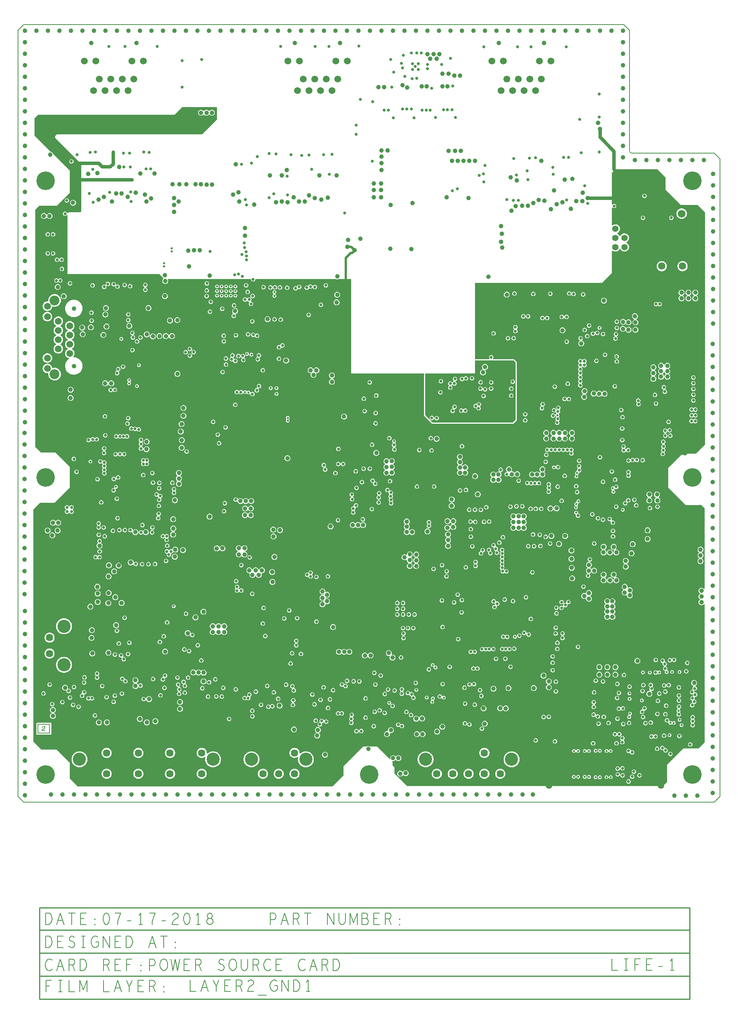
<source format=gbr>
G04 CAM350 V10.0.1 (Build 314) Date:  Tue Jul 17 14:42:55 2018 *
G04 Database: D:\LGR\2018\JULY\REL50470_POWER SOURCE BOARD\REL50470_FINAL.cam *
G04 Layer 4: L2P *
%FSLAX25Y25*%
%MOIN*%
%SFA1.000B1.000*%

%MIA0B0*%
%IPPOS*%
%ADD10C,0.00600*%
%ADD12C,0.01000*%
%ADD78C,0.05512*%
%ADD79C,0.06378*%
%ADD83C,0.02000*%
%ADD86C,0.11417*%
%ADD88C,0.05906*%
%ADD89C,0.05866*%
%ADD97C,0.06700*%
%ADD99C,0.01800*%
%ADD103O,0.05512X0.08268*%
%ADD104O,0.05512X0.09449*%
%ADD105C,0.08543*%
%ADD114C,0.03000*%
%ADD117C,0.03937*%
%ADD118C,0.03900*%
%ADD119C,0.02600*%
%ADD120C,0.16100*%
%LNL2P*%
%LPD*%
G36*
X354000Y336183D02*
G01Y372000D01*
X354027Y372100*
X354100Y372173*
X354200Y372200*
X397100*
X397200Y372226*
X397274Y372300*
X397300Y372400*
Y383210*
X397330Y383306*
X397403Y383375*
X397500Y383400*
X431117*
X431194Y383385*
X431259Y383341*
X432641Y381959*
X432685Y381894*
X432700Y381817*
Y332083*
X432685Y332006*
X432641Y331941*
X430209Y329509*
X430144Y329465*
X430067Y329450*
X360733*
X360656Y329465*
X360591Y329509*
X354059Y336041*
X354015Y336106*
X354000Y336183*
G37*
G36*
X13500Y52583D02*
G01Y253917D01*
X13515Y253994*
X13559Y254059*
X19441Y259941*
X19506Y259985*
X19583Y260000*
X31917*
X31994Y260015*
X32059Y260059*
X44941Y272941*
X44985Y273006*
X45000Y273083*
Y290917*
X44985Y290994*
X44941Y291059*
X32559Y303441*
X32494Y303485*
X32417Y303500*
X20083*
X20006Y303515*
X19941Y303559*
X15059Y308441*
X15015Y308506*
X15000Y308583*
Y514417*
X15015Y514494*
X15059Y514559*
X18441Y517941*
X18506Y517985*
X18583Y518000*
X33917*
X33994Y518015*
X34059Y518059*
X44941Y528941*
X44985Y529006*
X45000Y529083*
Y548417*
X44985Y548494*
X44941Y548559*
X30692Y562808*
X30666Y562853*
X30659Y562878*
X30507Y563290*
X30286Y563670*
X30003Y564006*
X29667Y564288*
X29287Y564509*
X28876Y564661*
X28850Y564668*
X28806Y564694*
X14559Y578941*
X14515Y579006*
X14500Y579083*
Y593717*
X14515Y593794*
X14559Y593859*
X17541Y596841*
X17606Y596885*
X17683Y596900*
X135817*
X135894Y596915*
X135959Y596959*
X142341Y603341*
X142406Y603385*
X142483Y603400*
X172900*
X173000Y603373*
X173073Y603300*
X173100Y603200*
Y592600*
X173073Y592500*
X173000Y592427*
X172900Y592400*
X160459Y579959*
X160394Y579915*
X160317Y579900*
X33983*
X33906Y579885*
X33841Y579841*
X32559Y578559*
X32515Y578494*
X32500Y578417*
Y576883*
X32515Y576806*
X32559Y576741*
X54941Y554359*
X54985Y554294*
X55000Y554217*
Y513183*
X54985Y513106*
X54941Y513041*
X54159Y512259*
X54094Y512215*
X54017Y512200*
X44083*
X44006Y512185*
X43941Y512141*
X43259Y511459*
X43194Y511415*
X43117Y511400*
X43013*
X42950Y511410*
X42893Y511440*
X42849Y511486*
X42821Y511543*
X42673Y511902*
X42454Y512223*
X42176Y512493*
X41848Y512701*
X41484Y512838*
X41101Y512898*
X40713Y512879*
X40337Y512781*
X39989Y512609*
X39683Y512370*
X39432Y512074*
X39247Y511733*
X39134Y511361*
X39100Y510975*
X39145Y510589*
X39267Y510220*
X39462Y509885*
X39720Y509595*
X40033Y509364*
X40385Y509202*
X40764Y509115*
X41152Y509106*
X41533Y509176*
X41893Y509323*
X42215Y509539*
X42487Y509817*
X42506Y509841*
X42558Y509876*
X42588Y509884*
X42709Y509881*
X43066Y509757*
X43163Y509684*
X43200Y509568*
Y458600*
X43226Y458500*
X43300Y458426*
X43400Y458400*
X123117*
X123194Y458385*
X123259Y458341*
X126471Y455129*
X126515Y455061*
X126529Y454980*
X126516Y454644*
X126479Y454569*
X126447Y454542*
X126140Y454231*
X125890Y453872*
X125705Y453476*
X125590Y453054*
X125550Y452619*
X125584Y452183*
X125692Y451759*
X125871Y451360*
X126116Y450998*
X126419Y450682*
X126771Y450423*
X127163Y450228*
X127582Y450103*
X128016Y450051*
X128452Y450074*
X128879Y450172*
X129282Y450340*
X129651Y450576*
X129974Y450870*
X130242Y451216*
X130447Y451602*
X130583Y452018*
X130646Y452450*
X130634Y452888*
X130548Y453316*
X130389Y453724*
X130369Y453822*
X130399Y453918*
X130579Y454206*
X130651Y454275*
X130748Y454300*
X202183*
X202220Y454297*
X202274Y454286*
X202312Y454272*
X202568Y454026*
X202600Y453956*
X202602Y453917*
X202658Y453535*
X202790Y453172*
X202992Y452843*
X203257Y452562*
X203574Y452341*
X203929Y452188*
X204307Y452110*
X204693*
X205071Y452188*
X205426Y452341*
X205743Y452562*
X206008Y452843*
X206210Y453172*
X206342Y453535*
X206398Y453917*
X206400Y453956*
X206432Y454026*
X206660Y454244*
X206726Y454286*
X206761Y454300*
X276092*
X276202Y454267*
X276573Y454066*
X276972Y453928*
X277389Y453859*
X277811*
X278228Y453928*
X278627Y454066*
X278998Y454267*
X279108Y454300*
X289700*
X289800Y454273*
X289873Y454200*
X289900Y454100*
Y372400*
X289926Y372300*
X290000Y372226*
X290100Y372200*
X352810*
X352906Y372170*
X352975Y372097*
X353000Y372000*
Y335769*
X353015Y335692*
X353058Y335627*
X360177Y328508*
X360242Y328465*
X360319Y328450*
X430481*
X430558Y328465*
X430623Y328508*
X433642Y331527*
X433685Y331592*
X433700Y331669*
Y382231*
X433685Y382308*
X433642Y382373*
X431673Y384342*
X431608Y384385*
X431531Y384400*
X413286*
X413179Y384431*
X413105Y384514*
X412950Y384840*
X412932Y384950*
X412935Y384978*
X412957Y385030*
X412975Y385052*
X413187Y385375*
X413328Y385733*
X413395Y386113*
X413384Y386498*
X413295Y386873*
X413132Y387223*
X412902Y387532*
X412615Y387789*
X412281Y387982*
X411916Y388104*
X411533Y388150*
X411149Y388117*
X410779Y388008*
X410439Y387826*
X410143Y387580*
X409902Y387278*
X409728Y386935*
X409626Y386563*
X409601Y386178*
X409655Y385797*
X409784Y385433*
X409984Y385104*
X410004Y385078*
X410025Y385016*
Y384832*
X410005Y384746*
X409895Y384514*
X409821Y384431*
X409714Y384400*
X397500*
X397400Y384427*
X397327Y384500*
X397300Y384600*
Y450810*
X397330Y450906*
X397403Y450975*
X397500Y451000*
X508017*
X508094Y451015*
X508159Y451059*
X516241Y459141*
X516285Y459206*
X516300Y459283*
Y478737*
X516332Y478845*
X516416Y478919*
X516746Y479071*
X516857Y479087*
X516959Y479041*
X517405Y478713*
X517892Y478449*
X518410Y478256*
X518951Y478138*
X519503Y478096*
X520055Y478131*
X520597Y478244*
X521119Y478431*
X521608Y478688*
X522057Y479012*
X522457Y479395*
X522799Y479830*
X523077Y480309*
X523150Y480390*
X523233Y480442*
X523340Y480473*
X523586*
X523693Y480442*
X523776Y480390*
X523849Y480309*
X524128Y479828*
X524473Y479391*
X524875Y479007*
X525327Y478682*
X525820Y478425*
X526345Y478239*
X526890Y478129*
X527445Y478096*
X527999Y478142*
X528542Y478264*
X529062Y478462*
X529549Y478731*
X529994Y479065*
X530387Y479458*
X530721Y479903*
X530990Y480390*
X531188Y480910*
X531310Y481453*
X531356Y482007*
X531323Y482562*
X531213Y483107*
X531027Y483632*
X530770Y484125*
X530445Y484577*
X530061Y484979*
X529624Y485324*
X529143Y485603*
X529062Y485676*
X529010Y485759*
X528979Y485866*
Y486112*
X529010Y486219*
X529062Y486302*
X529143Y486375*
X529624Y486654*
X530061Y486999*
X530445Y487401*
X530770Y487853*
X531027Y488346*
X531213Y488871*
X531323Y489416*
X531356Y489971*
X531310Y490525*
X531188Y491068*
X530990Y491588*
X530721Y492075*
X530387Y492520*
X529994Y492913*
X529549Y493247*
X529062Y493516*
X528542Y493714*
X527999Y493836*
X527445Y493882*
X526890Y493849*
X526345Y493739*
X525820Y493553*
X525327Y493296*
X524875Y492971*
X524473Y492587*
X524128Y492150*
X523849Y491669*
X523776Y491588*
X523693Y491536*
X523586Y491505*
X523340*
X523233Y491536*
X523150Y491588*
X523077Y491669*
X522818Y492120*
X522501Y492533*
X522133Y492901*
X521720Y493218*
X521269Y493477*
X521188Y493550*
X521136Y493633*
X521105Y493740*
Y493986*
X521136Y494093*
X521188Y494176*
X521269Y494249*
X521752Y494530*
X522191Y494876*
X522576Y495280*
X522900Y495735*
X523157Y496230*
X523342Y496758*
X523451Y497305*
X523482Y497863*
X523433Y498419*
X523307Y498964*
X523106Y499484*
X522833Y499972*
X522494Y500416*
X522096Y500808*
X521647Y501140*
X521155Y501405*
X520631Y501598*
X520085Y501716*
X519528Y501756*
X518971Y501717*
X518425Y501600*
X517901Y501407*
X517409Y501142*
X516959Y500811*
X516915Y500773*
X516799Y500757*
X516416Y500933*
X516332Y501007*
X516300Y501115*
Y516047*
X516334Y516159*
X516425Y516233*
X516825Y516395*
X516944Y516370*
X516987Y516326*
X517273Y516084*
X517602Y515903*
X517959Y515790*
X518332Y515750*
X518705Y515783*
X519064Y515889*
X519396Y516064*
X519687Y516300*
X519926Y516589*
X520104Y516919*
X520213Y517277*
X520250Y517650*
X520213Y518023*
X520104Y518381*
X519926Y518711*
X519687Y519000*
X519396Y519236*
X519064Y519411*
X518705Y519517*
X518332Y519550*
X517959Y519510*
X517602Y519397*
X517273Y519216*
X516987Y518974*
X516944Y518930*
X516825Y518905*
X516425Y519067*
X516334Y519141*
X516300Y519253*
Y546217*
X516315Y546294*
X516359Y546359*
X519441Y549441*
X519506Y549485*
X519583Y549500*
X555917*
X555994Y549485*
X556059Y549441*
X562941Y542559*
X562985Y542494*
X563000Y542417*
Y532083*
X563015Y532006*
X563059Y531941*
X576441Y518559*
X576506Y518515*
X576583Y518500*
X590917*
X590994Y518485*
X591059Y518441*
X597441Y512059*
X597485Y511994*
X597500Y511917*
Y310583*
X597485Y310506*
X597441Y310441*
X589559Y302559*
X589494Y302515*
X589417Y302500*
X582083*
X582006Y302485*
X581941Y302441*
X581159Y301659*
X581094Y301615*
X581017Y301600*
X577183*
X577106Y301585*
X577041Y301541*
X565559Y290059*
X565515Y289994*
X565500Y289917*
Y273083*
X565515Y273006*
X565559Y272941*
X580441Y258059*
X580506Y258015*
X580583Y258000*
X593917*
X593994Y257985*
X594059Y257941*
X596941Y255059*
X596985Y254994*
X597000Y254917*
Y185379*
X596963Y185264*
X596866Y185191*
X596449Y185045*
X596327Y185080*
X596287Y185130*
X595982Y185452*
X595626Y185716*
X595229Y185914*
X594805Y186041*
X594364Y186092*
X593922Y186066*
X593490Y185964*
X593083Y185788*
X592713Y185545*
X592390Y185242*
X592124Y184887*
X591924Y184491*
X591796Y184067*
X591743Y183627*
X591767Y183184*
X591867Y182753*
X592040Y182345*
X592282Y181973*
X592584Y181649*
X592937Y181381*
X593006Y181308*
X593031Y181211*
Y180874*
X593006Y180777*
X592937Y180704*
X592594Y180446*
X592299Y180134*
X592060Y179777*
X591885Y179386*
X591777Y178970*
X591741Y178543*
X591777Y178115*
X591885Y177699*
X592060Y177308*
X592299Y176951*
X592594Y176639*
X592937Y176381*
X593006Y176308*
X593031Y176211*
Y175874*
X593006Y175777*
X592937Y175704*
X592584Y175436*
X592282Y175112*
X592040Y174740*
X591867Y174332*
X591767Y173901*
X591743Y173458*
X591796Y173018*
X591924Y172594*
X592124Y172198*
X592390Y171843*
X592713Y171540*
X593083Y171297*
X593490Y171121*
X593922Y171019*
X594364Y170993*
X594805Y171044*
X595229Y171171*
X595626Y171369*
X595982Y171633*
X596287Y171955*
X596327Y172005*
X596449Y172040*
X596866Y171894*
X596963Y171821*
X597000Y171706*
Y51918*
X596985Y51841*
X596941Y51776*
X591724Y46559*
X591659Y46515*
X591582Y46500*
X578583*
X578506Y46485*
X578441Y46441*
X564459Y32459*
X564415Y32394*
X564400Y32317*
Y17483*
X564385Y17406*
X564341Y17341*
X561059Y14059*
X560994Y14015*
X560917Y14000*
X338083*
X338006Y14015*
X337941Y14059*
X327559Y24441*
X327515Y24506*
X327500Y24583*
Y29917*
X327485Y29994*
X327441Y30059*
X325959Y31541*
X325915Y31606*
X325900Y31683*
Y34517*
X325885Y34594*
X325841Y34659*
X325554Y34946*
X325498Y35055*
X325516Y35177*
X325686Y35516*
X325772Y35604*
X325893Y35625*
X326320Y35601*
X326745Y35648*
X327157Y35766*
X327542Y35952*
X327892Y36199*
X328195Y36501*
X328332Y36605*
X328500Y36642*
X328668Y36605*
X328805Y36501*
X329120Y36188*
X329485Y35936*
X329888Y35750*
X330317Y35637*
X330759Y35600*
X331200Y35640*
X331629Y35756*
X332030Y35944*
X332393Y36200*
X332706Y36514*
X332960Y36877*
X333147Y37280*
X333262Y37708*
X333300Y38150*
X333262Y38592*
X333147Y39020*
X332960Y39423*
X332706Y39786*
X332393Y40100*
X332030Y40356*
X331629Y40544*
X331200Y40660*
X330759Y40700*
X330317Y40663*
X329888Y40550*
X329485Y40364*
X329120Y40112*
X328805Y39799*
X328668Y39695*
X328500Y39658*
X328332Y39695*
X328195Y39799*
X327884Y40108*
X327525Y40359*
X327128Y40544*
X326706Y40659*
X326270Y40700*
X325833Y40666*
X325409Y40558*
X325010Y40378*
X324647Y40133*
X324331Y39830*
X324072Y39477*
X323877Y39085*
X323752Y38665*
X323701Y38230*
X323725Y37793*
X323704Y37672*
X323616Y37586*
X323277Y37416*
X323155Y37398*
X323046Y37454*
X312359Y48141*
X312294Y48185*
X312217Y48200*
X306248*
X306185Y48210*
X306128Y48240*
X305781Y48459*
X305404Y48619*
X305006Y48717*
X304598Y48750*
X304189Y48717*
X303791Y48619*
X303414Y48459*
X303067Y48240*
X303011Y48210*
X302947Y48200*
X300283*
X300206Y48185*
X300141Y48141*
X283059Y31059*
X283015Y30994*
X283000Y30917*
Y23383*
X282985Y23306*
X282941Y23241*
X273259Y13559*
X273194Y13515*
X273117Y13500*
X52083*
X52006Y13515*
X51941Y13559*
X45059Y20441*
X45015Y20506*
X45000Y20583*
Y33917*
X44985Y33994*
X44941Y34059*
X33659Y45341*
X33594Y45385*
X33517Y45400*
X20683*
X20606Y45415*
X20541Y45459*
X13559Y52441*
X13515Y52506*
X13500Y52583*
G37*
%LPC*%
G36*
X365936Y365129D02*
G01X366044Y364773D01*
X366220Y364444*
X366456Y364156*
X366744Y363920*
X367073Y363744*
X367429Y363636*
X367800Y363600*
X368171Y363636*
X368527Y363744*
X368856Y363920*
X369144Y364156*
X369380Y364444*
X369556Y364773*
X369664Y365129*
X369700Y365500*
X369664Y365871*
X369556Y366227*
X369380Y366556*
X369144Y366844*
X368856Y367080*
X368527Y367256*
X368171Y367364*
X367800Y367400*
X367429Y367364*
X367073Y367256*
X366744Y367080*
X366456Y366844*
X366220Y366556*
X366044Y366227*
X365936Y365871*
X365900Y365500*
X365936Y365129*
G37*
G36*
X365468Y355461D02*
G01X365576Y355104D01*
X365752Y354776*
X365988Y354488*
X366276Y354252*
X366604Y354076*
X366961Y353968*
X367331Y353931*
X367702Y353968*
X368059Y354076*
X368387Y354252*
X368675Y354488*
X368911Y354776*
X369087Y355104*
X369195Y355461*
X369232Y355831*
X369195Y356202*
X369087Y356559*
X368911Y356887*
X368675Y357175*
X368387Y357411*
X368059Y357587*
X367702Y357695*
X367331Y357732*
X366961Y357695*
X366604Y357587*
X366276Y357411*
X365988Y357175*
X365752Y356887*
X365576Y356559*
X365468Y356202*
X365431Y355831*
X365468Y355461*
G37*
G36*
X362236Y333029D02*
G01X362344Y332673D01*
X362520Y332344*
X362756Y332056*
X363044Y331820*
X363373Y331644*
X363729Y331536*
X364100Y331500*
X364471Y331536*
X364827Y331644*
X365156Y331820*
X365444Y332056*
X365680Y332344*
X365856Y332673*
X365964Y333029*
X366000Y333400*
X365964Y333771*
X365856Y334127*
X365680Y334456*
X365444Y334744*
X365156Y334980*
X364827Y335156*
X364471Y335264*
X364100Y335300*
X363729Y335264*
X363373Y335156*
X363044Y334980*
X362756Y334744*
X362520Y334456*
X362344Y334127*
X362236Y333771*
X362200Y333400*
X362236Y333029*
G37*
G36*
X374121Y359716D02*
G01X374217Y359343D01*
X374386Y358997*
X374621Y358692*
X374913Y358441*
X375250Y358254*
X375617Y358139*
X376000Y358100*
X376383Y358139*
X376750Y358254*
X377087Y358441*
X377379Y358692*
X377614Y358997*
X377783Y359343*
X377879Y359716*
X377898Y360100*
X377838Y360481*
X377704Y360841*
X377499Y361167*
X377233Y361446*
X377181Y361514*
X377163Y361598*
Y361902*
X377181Y361986*
X377233Y362054*
X377446Y362267*
X377514Y362319*
X377598Y362337*
X377902*
X377986Y362319*
X378054Y362267*
X378326Y362006*
X378644Y361803*
X378996Y361668*
X379368Y361604*
X379745Y361616*
X380112Y361701*
X380455Y361857*
X380761Y362078*
X381017Y362355*
X381213Y362677*
X381342Y363032*
X381398Y363405*
X381379Y363781*
X381287Y364147*
X381124Y364487*
X380897Y364788*
X380615Y365039*
X380571Y365071*
X380527Y365171*
X380584Y365628*
X380651Y365714*
X380702Y365734*
X381044Y365912*
X381342Y366155*
X381586Y366453*
X381764Y366794*
X381870Y367165*
X381900Y367548*
X381851Y367930*
X381726Y368295*
X381530Y368626*
X381272Y368912*
X380961Y369139*
X380611Y369299*
X380236Y369386*
X379851Y369394*
X379472Y369325*
X379115Y369181*
X378794Y368968*
X378523Y368695*
X378312Y368373*
X378171Y368015*
X378105Y367635*
X378116Y367250*
X378205Y366876*
X378368Y366527*
X378598Y366218*
X378885Y365961*
X378929Y365929*
X378973Y365829*
X378916Y365373*
X378849Y365286*
X378798Y365266*
X378522Y365129*
X378272Y364950*
X378054Y364733*
X377986Y364681*
X377902Y364663*
X377598*
X377514Y364681*
X377446Y364733*
X377181Y364989*
X376871Y365189*
X376529Y365325*
X376167Y365393*
X375799Y365390*
X375438Y365315*
X375099Y365173*
X374793Y364968*
X374532Y364707*
X374327Y364401*
X374185Y364062*
X374110Y363701*
X374107Y363333*
X374175Y362971*
X374311Y362629*
X374511Y362319*
X374767Y362054*
X374819Y361986*
X374837Y361902*
Y361598*
X374819Y361514*
X374767Y361446*
X374501Y361167*
X374296Y360841*
X374162Y360481*
X374102Y360100*
X374121Y359716*
G37*
G36*
X376134Y339386D02*
G01X376247Y339014D01*
X376433Y338673*
X376684Y338376*
X376991Y338137*
X377340Y337966*
X377716Y337868*
X378104Y337850*
X378488Y337911*
X378852Y338049*
X379180Y338257*
X379458Y338529*
X379676Y338851*
X379823Y339211*
X379894Y339593*
X379886Y339982*
X379799Y340360*
X379636Y340714*
X379584Y340862*
X379594Y341020*
X379664Y341161*
X379782Y341264*
X379932Y341314*
X380311Y341401*
X380664Y341563*
X380977Y341793*
X381237Y342082*
X381432Y342419*
X381555Y342787*
X381600Y343174*
X381566Y343561*
X381453Y343933*
X381267Y344274*
X381016Y344571*
X380709Y344810*
X380361Y344982*
X379984Y345079*
X379596Y345097*
X379212Y345036*
X378848Y344899*
X378520Y344690*
X378242Y344419*
X378024Y344096*
X377877Y343737*
X377806Y343354*
X377814Y342966*
X377901Y342587*
X378064Y342234*
X378116Y342085*
X378106Y341928*
X378036Y341786*
X377918Y341683*
X377768Y341633*
X377389Y341547*
X377036Y341385*
X376723Y341154*
X376463Y340865*
X376268Y340529*
X376145Y340160*
X376100Y339774*
X376134Y339386*
G37*
G36*
X384175Y367144D02*
G01X384275Y366772D01*
X384448Y366427*
X384688Y366125*
X384983Y365877*
X385323Y365694*
X385692Y365584*
X386076Y365550*
X386459Y365594*
X386826Y365715*
X387160Y365908*
X387448Y366163*
X387679Y366472*
X387798Y366597*
X387958Y366661*
X388130Y366652*
X388282Y366571*
X388599Y366351*
X388954Y366200*
X389332Y366124*
X389718Y366126*
X390095Y366206*
X390448Y366360*
X390763Y366582*
X391027Y366864*
X391228Y367193*
X391359Y367555*
X391414Y367937*
X391391Y368322*
X391291Y368694*
X391117Y369038*
X390878Y369341*
X390582Y369588*
X390243Y369771*
X389873Y369882*
X389489Y369916*
X389106Y369871*
X388740Y369750*
X388406Y369558*
X388117Y369302*
X387886Y368994*
X387768Y368868*
X387608Y368805*
X387436Y368814*
X387284Y368895*
X386967Y369115*
X386612Y369265*
X386234Y369341*
X385848Y369339*
X385471Y369260*
X385117Y369106*
X384802Y368883*
X384539Y368602*
X384337Y368273*
X384206Y367910*
X384151Y367529*
X384175Y367144*
G37*
G36*
X383639Y339617D02*
G01X383754Y339250D01*
X383941Y338913*
X384192Y338621*
X384497Y338386*
X384843Y338217*
X385216Y338121*
X385600Y338102*
X385981Y338162*
X386341Y338296*
X386667Y338501*
X386946Y338767*
X387082Y338870*
X387250Y338907*
X387418Y338870*
X387554Y338767*
X387833Y338501*
X388159Y338296*
X388519Y338162*
X388900Y338102*
X389284Y338121*
X389657Y338217*
X390003Y338386*
X390308Y338621*
X390559Y338913*
X390746Y339250*
X390861Y339617*
X390900Y340000*
X390861Y340383*
X390746Y340750*
X390559Y341087*
X390308Y341379*
X390003Y341614*
X389657Y341783*
X389284Y341879*
X388900Y341898*
X388519Y341838*
X388159Y341704*
X387833Y341499*
X387554Y341233*
X387418Y341130*
X387250Y341093*
X387082Y341130*
X386946Y341233*
X386667Y341499*
X386341Y341704*
X385981Y341838*
X385600Y341898*
X385216Y341879*
X384843Y341783*
X384497Y341614*
X384192Y341379*
X383941Y341087*
X383754Y340750*
X383639Y340383*
X383600Y340000*
X383639Y339617*
G37*
G36*
X392936Y367756D02*
G01X393044Y367400D01*
X393220Y367071*
X393456Y366783*
X393744Y366547*
X394073Y366371*
X394429Y366263*
X394800Y366227*
X395171Y366263*
X395527Y366371*
X395856Y366547*
X396144Y366783*
X396380Y367071*
X396556Y367400*
X396664Y367756*
X396700Y368127*
X396664Y368498*
X396556Y368854*
X396380Y369182*
X396144Y369470*
X395856Y369707*
X395527Y369882*
X395171Y369990*
X394800Y370027*
X394429Y369990*
X394073Y369882*
X393744Y369707*
X393456Y369470*
X393220Y369182*
X393044Y368854*
X392936Y368498*
X392900Y368127*
X392936Y367756*
G37*
G36*
X401896Y372715D02*
G01X402016Y372294D01*
X402207Y371899*
X402462Y371543*
X402774Y371235*
X403135Y370986*
X403533Y370802*
X403956Y370689*
X404393Y370650*
X404830Y370686*
X405254Y370797*
X405653Y370979*
X406014Y371226*
X406329Y371531*
X406586Y371886*
X406779Y372280*
X406901Y372701*
X406949Y373136*
X406923Y373574*
X406821Y374000*
X406649Y374403*
X406409Y374770*
X406338Y374914*
X406329Y375074*
X406383Y375225*
X406493Y375343*
X406640Y375408*
X407059Y375537*
X407449Y375736*
X407800Y375999*
X408100Y376318*
X408342Y376684*
X408517Y377086*
X408620Y377512*
X408650Y377949*
X408604Y378385*
X408484Y378806*
X408293Y379201*
X408038Y379557*
X407726Y379865*
X407365Y380114*
X406967Y380298*
X406544Y380411*
X406107Y380450*
X405670Y380414*
X405246Y380303*
X404847Y380121*
X404486Y379874*
X404171Y379569*
X403914Y379214*
X403721Y378820*
X403599Y378399*
X403551Y377964*
X403577Y377526*
X403679Y377100*
X403851Y376697*
X404091Y376330*
X404162Y376186*
X404171Y376026*
X404117Y375875*
X404007Y375757*
X403860Y375692*
X403441Y375563*
X403051Y375364*
X402700Y375101*
X402400Y374782*
X402158Y374416*
X401983Y374014*
X401880Y373588*
X401850Y373151*
X401896Y372715*
G37*
G36*
X400436Y364229D02*
G01X400544Y363873D01*
X400720Y363544*
X400956Y363256*
X401244Y363020*
X401573Y362844*
X401929Y362736*
X402300Y362700*
X402671Y362736*
X403027Y362844*
X403356Y363020*
X403644Y363256*
X403880Y363544*
X404056Y363873*
X404164Y364229*
X404200Y364600*
X404164Y364971*
X404056Y365327*
X403880Y365656*
X403644Y365944*
X403356Y366180*
X403027Y366356*
X402671Y366464*
X402300Y366500*
X401929Y366464*
X401573Y366356*
X401244Y366180*
X400956Y365944*
X400720Y365656*
X400544Y365327*
X400436Y364971*
X400400Y364600*
X400436Y364229*
G37*
G36*
X400347Y358679D02*
G01X400468Y358318D01*
X400659Y357988*
X400912Y357703*
X401216Y357475*
X401560Y357311*
X401929Y357219*
X402309Y357203*
X402685Y357263*
X403042Y357396*
X403364Y357598*
X403640Y357861*
X403771Y357961*
X403932Y357999*
X404094Y357970*
X404231Y357878*
X404319Y357739*
X404486Y357397*
X404718Y357095*
X405006Y356846*
X405338Y356659*
X405700Y356542*
X406078Y356500*
X406457Y356534*
X406822Y356642*
X407158Y356822*
X407451Y357064*
X407691Y357360*
X407866Y357698*
X407970Y358064*
X408000Y358444*
X407953Y358821*
X407832Y359182*
X407641Y359512*
X407388Y359797*
X407084Y360025*
X406740Y360189*
X406371Y360281*
X405991Y360297*
X405615Y360237*
X405258Y360104*
X404936Y359902*
X404660Y359639*
X404529Y359539*
X404368Y359501*
X404206Y359530*
X404069Y359622*
X403981Y359761*
X403814Y360103*
X403582Y360405*
X403294Y360654*
X402962Y360841*
X402600Y360958*
X402222Y361000*
X401843Y360966*
X401478Y360858*
X401142Y360678*
X400849Y360436*
X400609Y360140*
X400434Y359802*
X400330Y359436*
X400300Y359056*
X400347Y358679*
G37*
G36*
X396109Y343808D02*
G01X396183Y343444D01*
X396326Y343101*
X396532Y342793*
X396795Y342531*
X397103Y342325*
X397446Y342182*
X397809Y342109*
X398180Y342108*
X398219Y342112*
X398294Y342090*
X398572Y341867*
X398610Y341799*
X398615Y341761*
X398699Y341394*
X398853Y341052*
X399072Y340746*
X399347Y340490*
X399667Y340292*
X400019Y340162*
X400391Y340103*
X400766Y340119*
X401131Y340208*
X401472Y340367*
X401774Y340590*
X402027Y340869*
X402219Y341191*
X402345Y341545*
X402398Y341917*
X402378Y342293*
X402283Y342657*
X402119Y342995*
X401892Y343294*
X401863Y343325*
X401835Y343405*
X401868Y343785*
X401909Y343859*
X401943Y343885*
X402215Y344136*
X402433Y344435*
X402589Y344770*
X402677Y345130*
X402694Y345499*
X402638Y345865*
X402513Y346213*
X402323Y346531*
X402075Y346805*
X401779Y347026*
X401445Y347186*
X401086Y347278*
X400717Y347299*
X400351Y347247*
X400001Y347126*
X399682Y346939*
X399405Y346694*
X399180Y346400*
X399017Y346068*
X399004Y346033*
X398953Y345976*
X398643Y345821*
X398567Y345814*
X398531Y345824*
X398166Y345893*
X397795Y345889*
X397432Y345813*
X397091Y345669*
X396784Y345460*
X396523Y345196*
X396319Y344886*
X396179Y344543*
X396108Y344179*
X396109Y343808*
G37*
G36*
X403036Y352379D02*
G01X403144Y352023D01*
X403320Y351694*
X403556Y351406*
X403844Y351170*
X404173Y350994*
X404529Y350886*
X404900Y350850*
X405271Y350886*
X405627Y350994*
X405956Y351170*
X406244Y351406*
X406480Y351694*
X406656Y352023*
X406764Y352379*
X406800Y352750*
X406764Y353121*
X406656Y353477*
X406480Y353806*
X406244Y354094*
X405956Y354330*
X405627Y354506*
X405271Y354614*
X404900Y354650*
X404529Y354614*
X404173Y354506*
X403844Y354330*
X403556Y354094*
X403320Y353806*
X403144Y353477*
X403036Y353121*
X403000Y352750*
X403036Y352379*
G37*
G36*
X409636Y364129D02*
G01X409744Y363773D01*
X409920Y363444*
X410156Y363156*
X410444Y362920*
X410773Y362744*
X411129Y362636*
X411500Y362600*
X411871Y362636*
X412227Y362744*
X412556Y362920*
X412844Y363156*
X413080Y363444*
X413256Y363773*
X413364Y364129*
X413400Y364500*
X413364Y364871*
X413256Y365227*
X413080Y365556*
X412844Y365844*
X412556Y366080*
X412227Y366256*
X411871Y366364*
X411500Y366400*
X411129Y366364*
X410773Y366256*
X410444Y366080*
X410156Y365844*
X409920Y365556*
X409744Y365227*
X409636Y364871*
X409600Y364500*
X409636Y364129*
G37*
G36*
X409536Y358729D02*
G01X409644Y358373D01*
X409820Y358044*
X410056Y357756*
X410344Y357520*
X410673Y357344*
X411029Y357236*
X411400Y357200*
X411771Y357236*
X412127Y357344*
X412456Y357520*
X412744Y357756*
X412980Y358044*
X413156Y358373*
X413264Y358729*
X413300Y359100*
X413264Y359471*
X413156Y359827*
X412980Y360156*
X412744Y360444*
X412456Y360680*
X412127Y360856*
X411771Y360964*
X411400Y361000*
X411029Y360964*
X410673Y360856*
X410344Y360680*
X410056Y360444*
X409820Y360156*
X409644Y359827*
X409536Y359471*
X409500Y359100*
X409536Y358729*
G37*
G36*
X428336Y364729D02*
G01X428444Y364373D01*
X428620Y364044*
X428856Y363756*
X429144Y363520*
X429473Y363344*
X429829Y363236*
X430200Y363200*
X430571Y363236*
X430927Y363344*
X431256Y363520*
X431544Y363756*
X431780Y364044*
X431956Y364373*
X432064Y364729*
X432100Y365100*
X432064Y365471*
X431956Y365827*
X431780Y366156*
X431544Y366444*
X431256Y366680*
X430927Y366856*
X430571Y366964*
X430200Y367000*
X429829Y366964*
X429473Y366856*
X429144Y366680*
X428856Y366444*
X428620Y366156*
X428444Y365827*
X428336Y365471*
X428300Y365100*
X428336Y364729*
G37*
G36*
X427136Y358629D02*
G01X427244Y358273D01*
X427420Y357944*
X427656Y357656*
X427944Y357420*
X428273Y357244*
X428629Y357136*
X429000Y357100*
X429371Y357136*
X429727Y357244*
X430056Y357420*
X430344Y357656*
X430580Y357944*
X430756Y358273*
X430864Y358629*
X430900Y359000*
X430864Y359371*
X430756Y359727*
X430580Y360056*
X430344Y360344*
X430056Y360580*
X429727Y360756*
X429371Y360864*
X429000Y360900*
X428629Y360864*
X428273Y360756*
X427944Y360580*
X427656Y360344*
X427420Y360056*
X427244Y359727*
X427136Y359371*
X427100Y359000*
X427136Y358629*
G37*
G36*
Y352629D02*
G01X427244Y352273D01*
X427420Y351944*
X427656Y351656*
X427944Y351420*
X428273Y351244*
X428629Y351136*
X429000Y351100*
X429371Y351136*
X429727Y351244*
X430056Y351420*
X430344Y351656*
X430580Y351944*
X430756Y352273*
X430864Y352629*
X430900Y353000*
X430864Y353371*
X430756Y353727*
X430580Y354056*
X430344Y354344*
X430056Y354580*
X429727Y354756*
X429371Y354864*
X429000Y354900*
X428629Y354864*
X428273Y354756*
X427944Y354580*
X427656Y354344*
X427420Y354056*
X427244Y353727*
X427136Y353371*
X427100Y353000*
X427136Y352629*
G37*
G36*
X358036Y333229D02*
G01X358144Y332873D01*
X358320Y332544*
X358556Y332256*
X358844Y332020*
X359173Y331844*
X359529Y331736*
X359900Y331700*
X360271Y331736*
X360627Y331844*
X360956Y332020*
X361244Y332256*
X361480Y332544*
X361656Y332873*
X361764Y333229*
X361800Y333600*
X361764Y333971*
X361656Y334327*
X361480Y334656*
X361244Y334944*
X360956Y335180*
X360627Y335356*
X360271Y335464*
X359900Y335500*
X359529Y335464*
X359173Y335356*
X358844Y335180*
X358556Y334944*
X358320Y334656*
X358144Y334327*
X358036Y333971*
X358000Y333600*
X358036Y333229*
G37*
G36*
X19988Y508563D02*
G01X20099Y508139D01*
X20282Y507741*
X20531Y507380*
X20837Y507066*
X21193Y506810*
X21588Y506619*
X22009Y506498*
X22445Y506450*
X22882Y506479*
X23308Y506581*
X23711Y506756*
X24077Y506996*
X24397Y507296*
X24661Y507646*
X24772Y507762*
X24920Y507825*
X25080*
X25228Y507762*
X25339Y507646*
X25603Y507296*
X25923Y506996*
X26289Y506756*
X26692Y506581*
X27118Y506479*
X27555Y506450*
X27991Y506498*
X28412Y506619*
X28807Y506810*
X29163Y507066*
X29469Y507380*
X29718Y507741*
X29901Y508139*
X30012Y508563*
X30050Y509000*
X30012Y509437*
X29901Y509861*
X29718Y510259*
X29469Y510620*
X29163Y510934*
X28807Y511190*
X28412Y511381*
X27991Y511502*
X27555Y511550*
X27118Y511521*
X26692Y511419*
X26289Y511244*
X25923Y511004*
X25603Y510704*
X25339Y510354*
X25228Y510238*
X25080Y510175*
X24920*
X24772Y510238*
X24661Y510354*
X24397Y510704*
X24077Y511004*
X23711Y511244*
X23308Y511419*
X22882Y511521*
X22445Y511550*
X22009Y511502*
X21588Y511381*
X21193Y511190*
X20837Y510934*
X20531Y510620*
X20282Y510259*
X20099Y509861*
X19988Y509437*
X19950Y509000*
X19988Y508563*
G37*
G36*
X27988Y242158D02*
G01X28103Y241730D01*
X28290Y241327*
X28544Y240964*
X28857Y240650*
X29220Y240394*
X29621Y240206*
X30050Y240090*
X30491Y240050*
X30933Y240087*
X31362Y240200*
X31765Y240386*
X32130Y240638*
X32445Y240951*
X32582Y241055*
X32750Y241092*
X32918Y241055*
X33055Y240951*
X33370Y240638*
X33735Y240386*
X34138Y240200*
X34567Y240087*
X35009Y240050*
X35450Y240090*
X35879Y240206*
X36280Y240394*
X36643Y240650*
X36956Y240964*
X37210Y241327*
X37397Y241730*
X37512Y242158*
X37550Y242600*
X37512Y243042*
X37397Y243470*
X37210Y243873*
X36956Y244236*
X36643Y244550*
X36280Y244806*
X35879Y244994*
X35450Y245110*
X35009Y245150*
X34567Y245113*
X34138Y245000*
X33735Y244814*
X33370Y244562*
X33055Y244249*
X32918Y244145*
X32750Y244108*
X32582Y244145*
X32445Y244249*
X32130Y244562*
X31765Y244814*
X31362Y245000*
X30933Y245113*
X30491Y245150*
X30050Y245110*
X29621Y244994*
X29220Y244806*
X28857Y244550*
X28544Y244236*
X28290Y243873*
X28103Y243470*
X27988Y243042*
X27950Y242600*
X27988Y242158*
G37*
G36*
X23289Y235357D02*
G01X23404Y234928D01*
X23591Y234525*
X23846Y234161*
X24161Y233846*
X24525Y233591*
X24928Y233404*
X25357Y233289*
X25800Y233250*
X26243Y233289*
X26672Y233404*
X27075Y233591*
X27439Y233846*
X27754Y234161*
X28009Y234525*
X28196Y234928*
X28311Y235357*
X28350Y235800*
X28311Y236243*
X28196Y236672*
X28009Y237075*
X27754Y237439*
X27439Y237754*
X27075Y238009*
X26672Y238196*
X26243Y238311*
X25800Y238350*
X25357Y238311*
X24928Y238196*
X24525Y238009*
X24161Y237754*
X23846Y237439*
X23591Y237075*
X23404Y236672*
X23289Y236243*
X23250Y235800*
X23289Y235357*
G37*
G36*
X31989D02*
G01X32104Y234928D01*
X32291Y234525*
X32546Y234161*
X32861Y233846*
X33225Y233591*
X33628Y233404*
X34057Y233289*
X34500Y233250*
X34943Y233289*
X35372Y233404*
X35775Y233591*
X36139Y233846*
X36454Y234161*
X36709Y234525*
X36896Y234928*
X37011Y235357*
X37050Y235800*
X37011Y236243*
X36896Y236672*
X36709Y237075*
X36454Y237439*
X36139Y237754*
X35775Y238009*
X35372Y238196*
X34943Y238311*
X34500Y238350*
X34057Y238311*
X33628Y238196*
X33225Y238009*
X32861Y237754*
X32546Y237439*
X32291Y237075*
X32104Y236672*
X31989Y236243*
X31950Y235800*
X31989Y235357*
G37*
G36*
X27389Y231157D02*
G01X27504Y230728D01*
X27691Y230325*
X27946Y229961*
X28261Y229646*
X28625Y229391*
X29028Y229204*
X29457Y229089*
X29900Y229050*
X30343Y229089*
X30772Y229204*
X31175Y229391*
X31539Y229646*
X31854Y229961*
X32109Y230325*
X32296Y230728*
X32411Y231157*
X32450Y231600*
X32411Y232043*
X32296Y232472*
X32109Y232875*
X31854Y233239*
X31539Y233554*
X31175Y233809*
X30772Y233996*
X30343Y234111*
X29900Y234150*
X29457Y234111*
X29028Y233996*
X28625Y233809*
X28261Y233554*
X27946Y233239*
X27691Y232875*
X27504Y232472*
X27389Y232043*
X27350Y231600*
X27389Y231157*
G37*
G36*
X23166Y142217D02*
G01X23278Y141654D01*
X23463Y141110*
X23717Y140595*
X24036Y140118*
X24414Y139686*
X24846Y139308*
X25324Y138989*
X25838Y138735*
X26382Y138550*
X26945Y138438*
X27518Y138401*
X28091Y138438*
X28654Y138550*
X29198Y138735*
X29713Y138989*
X30190Y139308*
X30622Y139686*
X31000Y140118*
X31319Y140595*
X31573Y141110*
X31758Y141654*
X31870Y142217*
X31907Y142790*
X31870Y143363*
X31758Y143926*
X31573Y144469*
X31319Y144984*
X31000Y145462*
X30622Y145893*
X30190Y146272*
X29713Y146591*
X29198Y146845*
X28654Y147029*
X28091Y147141*
X27518Y147179*
X26945Y147141*
X26382Y147029*
X25838Y146845*
X25324Y146591*
X24846Y146272*
X24414Y145893*
X24036Y145462*
X23717Y144984*
X23463Y144469*
X23278Y143926*
X23166Y143363*
X23129Y142790*
X23166Y142217*
G37*
G36*
Y128437D02*
G01X23278Y127874D01*
X23463Y127331*
X23717Y126816*
X24036Y126338*
X24414Y125907*
X24846Y125528*
X25324Y125209*
X25838Y124955*
X26382Y124771*
X26945Y124659*
X27518Y124621*
X28091Y124659*
X28654Y124771*
X29198Y124955*
X29713Y125209*
X30190Y125528*
X30622Y125907*
X31000Y126338*
X31319Y126816*
X31573Y127331*
X31758Y127874*
X31870Y128437*
X31907Y129010*
X31870Y129583*
X31758Y130146*
X31573Y130690*
X31319Y131205*
X31000Y131682*
X30622Y132114*
X30190Y132492*
X29713Y132811*
X29198Y133065*
X28654Y133250*
X28091Y133362*
X27518Y133399*
X26945Y133362*
X26382Y133250*
X25838Y133065*
X25324Y132811*
X24846Y132492*
X24414Y132114*
X24036Y131682*
X23717Y131205*
X23463Y130690*
X23278Y130146*
X23166Y129583*
X23129Y129010*
X23166Y128437*
G37*
G36*
X20336Y93920D02*
G01X20444Y93563D01*
X20620Y93235*
X20856Y92947*
X21144Y92711*
X21473Y92535*
X21829Y92427*
X22200Y92390*
X22571Y92427*
X22927Y92535*
X23256Y92711*
X23544Y92947*
X23780Y93235*
X23956Y93563*
X24064Y93920*
X24100Y94291*
X24064Y94661*
X23956Y95018*
X23780Y95346*
X23544Y95634*
X23256Y95871*
X22927Y96046*
X22571Y96154*
X22200Y96191*
X21829Y96154*
X21473Y96046*
X21144Y95871*
X20856Y95634*
X20620Y95346*
X20444Y95018*
X20336Y94661*
X20300Y94291*
X20336Y93920*
G37*
G36*
X24142Y492629D02*
G01X24250Y492273D01*
X24426Y491944*
X24662Y491656*
X24950Y491420*
X25278Y491244*
X25635Y491136*
X26006Y491100*
X26376Y491136*
X26733Y491244*
X27061Y491420*
X27349Y491656*
X27585Y491944*
X27761Y492273*
X27869Y492629*
X27906Y493000*
X27869Y493371*
X27761Y493727*
X27585Y494056*
X27349Y494344*
X27061Y494580*
X26733Y494756*
X26376Y494864*
X26006Y494900*
X25635Y494864*
X25278Y494756*
X24950Y494580*
X24662Y494344*
X24426Y494056*
X24250Y493727*
X24142Y493371*
X24105Y493000*
X24142Y492629*
G37*
G36*
Y476129D02*
G01X24250Y475773D01*
X24426Y475444*
X24662Y475156*
X24950Y474920*
X25278Y474744*
X25635Y474636*
X26006Y474600*
X26376Y474636*
X26733Y474744*
X27061Y474920*
X27349Y475156*
X27585Y475444*
X27761Y475773*
X27869Y476129*
X27906Y476500*
X27869Y476871*
X27761Y477227*
X27585Y477556*
X27349Y477844*
X27061Y478080*
X26733Y478256*
X26376Y478364*
X26006Y478400*
X25635Y478364*
X25278Y478256*
X24950Y478080*
X24662Y477844*
X24426Y477556*
X24250Y477227*
X24142Y476871*
X24105Y476500*
X24142Y476129*
G37*
G36*
X28636Y492679D02*
G01X28744Y492323D01*
X28920Y491994*
X29156Y491706*
X29444Y491470*
X29773Y491294*
X30129Y491186*
X30500Y491150*
X30871Y491186*
X31227Y491294*
X31556Y491470*
X31844Y491706*
X32080Y491994*
X32256Y492323*
X32364Y492679*
X32400Y493050*
X32364Y493421*
X32256Y493777*
X32080Y494106*
X31844Y494394*
X31556Y494630*
X31227Y494806*
X30871Y494914*
X30500Y494950*
X30129Y494914*
X29773Y494806*
X29444Y494630*
X29156Y494394*
X28920Y494106*
X28744Y493777*
X28636Y493421*
X28600Y493050*
X28636Y492679*
G37*
G36*
Y476129D02*
G01X28744Y475773D01*
X28920Y475444*
X29156Y475156*
X29444Y474920*
X29773Y474744*
X30129Y474636*
X30500Y474600*
X30871Y474636*
X31227Y474744*
X31556Y474920*
X31844Y475156*
X32080Y475444*
X32256Y475773*
X32364Y476129*
X32400Y476500*
X32364Y476871*
X32256Y477227*
X32080Y477556*
X31844Y477844*
X31556Y478080*
X31227Y478256*
X30871Y478364*
X30500Y478400*
X30129Y478364*
X29773Y478256*
X29444Y478080*
X29156Y477844*
X28920Y477556*
X28744Y477227*
X28636Y476871*
X28600Y476500*
X28636Y476129*
G37*
G36*
X32144Y470619D02*
G01X32258Y470253D01*
X32443Y469918*
X32692Y469627*
X32994Y469391*
X33337Y469221*
X33708Y469123*
X34090Y469102*
X34469Y469157*
X34829Y469288*
X35156Y469488*
X35436Y469749*
X35658Y470061*
X35769Y470186*
X35922Y470255*
X36089*
X36242Y470186*
X36353Y470061*
X36575Y469749*
X36855Y469488*
X37182Y469288*
X37542Y469157*
X37921Y469102*
X38303Y469123*
X38674Y469221*
X39017Y469391*
X39319Y469627*
X39568Y469918*
X39753Y470253*
X39867Y470619*
X39906Y471000*
X39867Y471381*
X39753Y471747*
X39568Y472082*
X39319Y472373*
X39017Y472609*
X38674Y472779*
X38303Y472877*
X37921Y472898*
X37542Y472843*
X37182Y472712*
X36855Y472512*
X36575Y472251*
X36353Y471939*
X36242Y471814*
X36089Y471745*
X35922*
X35769Y471814*
X35658Y471939*
X35436Y472251*
X35156Y472512*
X34829Y472712*
X34469Y472843*
X34090Y472898*
X33708Y472877*
X33337Y472779*
X32994Y472609*
X32692Y472373*
X32443Y472082*
X32258Y471747*
X32144Y471381*
X32105Y471000*
X32144Y470619*
G37*
G36*
X36336Y462629D02*
G01X36444Y462273D01*
X36620Y461944*
X36856Y461656*
X37144Y461420*
X37473Y461244*
X37829Y461136*
X38200Y461100*
X38571Y461136*
X38927Y461244*
X39256Y461420*
X39544Y461656*
X39780Y461944*
X39956Y462273*
X40064Y462629*
X40100Y463000*
X40064Y463371*
X39956Y463727*
X39780Y464056*
X39544Y464344*
X39256Y464580*
X38927Y464756*
X38571Y464864*
X38200Y464900*
X37829Y464864*
X37473Y464756*
X37144Y464580*
X36856Y464344*
X36620Y464056*
X36444Y463727*
X36336Y463371*
X36300Y463000*
X36336Y462629*
G37*
G36*
X31693Y452429D02*
G01X31846Y452074D01*
X32067Y451758*
X32348Y451493*
X32676Y451290*
X33039Y451158*
X33421Y451102*
X33806Y451124*
X34179Y451223*
X34524Y451396*
X34827Y451635*
X34955Y451718*
X35106Y451747*
X35256Y451718*
X35384Y451635*
X35687Y451396*
X36032Y451223*
X36405Y451124*
X36790Y451102*
X37172Y451158*
X37535Y451290*
X37863Y451493*
X38144Y451758*
X38365Y452074*
X38518Y452429*
X38596Y452807*
Y453193*
X38518Y453571*
X38365Y453926*
X38144Y454242*
X37863Y454507*
X37535Y454710*
X37172Y454842*
X36790Y454898*
X36405Y454876*
X36032Y454777*
X35687Y454604*
X35384Y454365*
X35256Y454282*
X35106Y454253*
X34955Y454282*
X34827Y454365*
X34524Y454604*
X34179Y454777*
X33806Y454876*
X33421Y454898*
X33039Y454842*
X32676Y454710*
X32348Y454507*
X32067Y454242*
X31846Y453926*
X31693Y453571*
X31615Y453193*
Y452807*
X31693Y452429*
G37*
G36*
X32120Y446926D02*
G01X32235Y446496D01*
X32423Y446093*
X32678Y445729*
X32992Y445415*
X33356Y445160*
X33759Y444972*
X34189Y444857*
X34631Y444818*
X35074Y444857*
X35504Y444972*
X35907Y445160*
X36271Y445415*
X36585Y445729*
X36840Y446093*
X37028Y446496*
X37143Y446926*
X37182Y447369*
X37143Y447811*
X37028Y448241*
X36840Y448644*
X36585Y449008*
X36271Y449322*
X35907Y449577*
X35504Y449765*
X35074Y449880*
X34631Y449919*
X34189Y449880*
X33759Y449765*
X33356Y449577*
X32992Y449322*
X32678Y449008*
X32423Y448644*
X32235Y448241*
X32120Y447811*
X32081Y447369*
X32120Y446926*
G37*
G36*
X37294Y438852D02*
G01X37409Y438422D01*
X37597Y438019*
X37852Y437655*
X38166Y437341*
X38530Y437086*
X38933Y436898*
X39363Y436783*
X39806Y436744*
X40248Y436783*
X40678Y436898*
X41081Y437086*
X41445Y437341*
X41759Y437655*
X42014Y438019*
X42202Y438422*
X42317Y438852*
X42356Y439294*
X42317Y439737*
X42202Y440167*
X42014Y440570*
X41759Y440934*
X41445Y441248*
X41081Y441503*
X40678Y441691*
X40248Y441806*
X39806Y441845*
X39363Y441806*
X38933Y441691*
X38530Y441503*
X38166Y441248*
X37852Y440934*
X37597Y440570*
X37409Y440167*
X37294Y439737*
X37255Y439294*
X37294Y438852*
G37*
G36*
X21510Y430138D02*
G01X21618Y429579D01*
X21803Y429040*
X22060Y428531*
X22384Y428063*
X22770Y427643*
X23210Y427281*
X23695Y426983*
X24217Y426754*
X24765Y426599*
X25330Y426521*
X25899Y426522*
X26464Y426600*
X27012Y426756*
X27533Y426985*
X28018Y427284*
X28458Y427647*
X28843Y428067*
X29167Y428536*
X29423Y429045*
X29607Y429584*
X29715Y430143*
X29773Y430308*
X29896Y430432*
X30060Y430492*
X30234Y430476*
X30864Y430314*
X31509Y430227*
X32159Y430218*
X32806Y430286*
X33440Y430430*
X34053Y430649*
X34635Y430939*
X35179Y431295*
X35676Y431714*
X36121Y432189*
X36506Y432713*
X36826Y433279*
X37077Y433879*
X37254Y434505*
X37357Y435147*
X37382Y435797*
X37330Y436446*
X37201Y437083*
X36998Y437701*
X36723Y438290*
X36379Y438843*
X35973Y439351*
X35509Y439807*
X34995Y440205*
X34437Y440538*
X33843Y440804*
X33222Y440997*
X32582Y441115*
X31933Y441156*
X31284Y441120*
X30643Y441007*
X30021Y440819*
X29425Y440559*
X28864Y440229*
X28346Y439836*
X27879Y439384*
X27468Y438879*
X27121Y438329*
X26841Y437742*
X26632Y437126*
X26499Y436490*
X26441Y435842*
X26461Y435192*
X26439Y435019*
X26344Y434872*
X26196Y434779*
X26023Y434758*
X25454Y434775*
X24887Y434714*
X24334Y434576*
X23806Y434363*
X23312Y434079*
X22861Y433730*
X22463Y433323*
X22125Y432864*
X21853Y432364*
X21652Y431830*
X21527Y431275*
X21479Y430707*
X21510Y430138*
G37*
G36*
X21517Y421066D02*
G01X21632Y420514D01*
X21821Y419982*
X22080Y419482*
X22406Y419021*
X22791Y418608*
X23228Y418252*
X23710Y417959*
X24228Y417735*
X24771Y417582*
X25330Y417506*
X25894*
X26453Y417582*
X26996Y417735*
X27513Y417959*
X27995Y418252*
X28433Y418608*
X28818Y419021*
X29143Y419482*
X29403Y419982*
X29592Y420514*
X29707Y421066*
X29745Y421629*
X29707Y422192*
X29592Y422744*
X29403Y423276*
X29143Y423777*
X28818Y424238*
X28433Y424650*
X27995Y425006*
X27513Y425299*
X26996Y425524*
X26453Y425676*
X25894Y425753*
X25330*
X24771Y425676*
X24228Y425524*
X23710Y425299*
X23228Y425006*
X22791Y424650*
X22406Y424238*
X22080Y423777*
X21821Y423276*
X21632Y422744*
X21517Y422192*
X21479Y421629*
X21517Y421066*
G37*
G36*
Y385082D02*
G01X21632Y384530D01*
X21821Y383998*
X22080Y383497*
X22406Y383036*
X22791Y382624*
X23228Y382268*
X23710Y381975*
X24228Y381750*
X24771Y381598*
X25330Y381521*
X25894*
X26453Y381598*
X26996Y381750*
X27513Y381975*
X27995Y382268*
X28433Y382624*
X28818Y383036*
X29143Y383497*
X29403Y383998*
X29592Y384530*
X29707Y385082*
X29745Y385645*
X29707Y386208*
X29592Y386760*
X29403Y387292*
X29143Y387792*
X28818Y388253*
X28433Y388666*
X27995Y389022*
X27513Y389315*
X26996Y389540*
X26453Y389692*
X25894Y389769*
X25330*
X24771Y389692*
X24228Y389540*
X23710Y389315*
X23228Y389022*
X22791Y388666*
X22406Y388253*
X22080Y387792*
X21821Y387292*
X21632Y386760*
X21517Y386208*
X21479Y385645*
X21517Y385082*
G37*
G36*
X31009Y393083D02*
G01X31127Y392535D01*
X31319Y392007*
X31580Y391510*
X31906Y391053*
X32290Y390645*
X32727Y390292*
X33207Y390002*
X33723Y389779*
X34263Y389629*
X34819Y389553*
X35381*
X35937Y389629*
X36477Y389779*
X36993Y390002*
X37473Y390292*
X37910Y390645*
X38294Y391053*
X38620Y391510*
X38881Y392007*
X39073Y392535*
X39191Y393083*
X39233Y393643*
X39200Y394203*
X39090Y394754*
X38908Y395284*
X38655Y395785*
X38336Y396247*
X37958Y396662*
X37527Y397022*
X37052Y397320*
X36975Y397393*
X36946Y397496*
Y397849*
X36975Y397951*
X37052Y398025*
X37524Y398321*
X37952Y398677*
X38329Y399088*
X38646Y399545*
X38900Y400041*
X39084Y400567*
X39196Y401113*
X39233Y401669*
X39196Y402224*
X39084Y402770*
X38900Y403296*
X38646Y403792*
X38328Y404249*
X37952Y404660*
X37524Y405016*
X37052Y405312*
X36975Y405386*
X36946Y405488*
Y405841*
X36975Y405944*
X37052Y406017*
X37524Y406313*
X37952Y406669*
X38328Y407080*
X38646Y407537*
X38900Y408033*
X39084Y408559*
X39196Y409105*
X39233Y409661*
X39196Y410216*
X39084Y410762*
X38900Y411288*
X38646Y411784*
X38329Y412242*
X37952Y412652*
X37524Y413009*
X37052Y413304*
X36975Y413378*
X36946Y413481*
Y413833*
X36975Y413936*
X37052Y414009*
X37527Y414307*
X37958Y414667*
X38336Y415082*
X38655Y415544*
X38908Y416045*
X39090Y416576*
X39200Y417126*
X39233Y417686*
X39191Y418246*
X39073Y418795*
X38881Y419322*
X38620Y419819*
X38294Y420276*
X37910Y420684*
X37473Y421037*
X36993Y421327*
X36477Y421550*
X35937Y421701*
X35381Y421777*
X34819*
X34263Y421701*
X33723Y421550*
X33207Y421327*
X32727Y421037*
X32290Y420684*
X31906Y420276*
X31580Y419819*
X31319Y419322*
X31127Y418795*
X31009Y418246*
X30967Y417686*
X31000Y417126*
X31110Y416576*
X31292Y416045*
X31545Y415544*
X31864Y415082*
X32242Y414667*
X32673Y414307*
X33148Y414009*
X33225Y413936*
X33254Y413833*
Y413481*
X33225Y413378*
X33148Y413304*
X32676Y413009*
X32248Y412652*
X31871Y412242*
X31554Y411784*
X31300Y411288*
X31116Y410762*
X31004Y410216*
X30967Y409661*
X31004Y409105*
X31116Y408559*
X31300Y408033*
X31554Y407537*
X31872Y407080*
X32248Y406669*
X32676Y406313*
X33148Y406017*
X33225Y405944*
X33254Y405841*
Y405488*
X33225Y405386*
X33148Y405312*
X32676Y405016*
X32248Y404660*
X31872Y404249*
X31554Y403792*
X31300Y403296*
X31116Y402770*
X31004Y402224*
X30967Y401669*
X31004Y401113*
X31116Y400567*
X31300Y400041*
X31554Y399545*
X31871Y399088*
X32248Y398677*
X32676Y398321*
X33148Y398025*
X33225Y397951*
X33254Y397849*
Y397496*
X33225Y397393*
X33148Y397320*
X32673Y397022*
X32242Y396662*
X31864Y396247*
X31545Y395785*
X31292Y395284*
X31110Y394754*
X31000Y394203*
X30967Y393643*
X31009Y393083*
G37*
G36*
X21530Y375981D02*
G01X21657Y375428D01*
X21859Y374898*
X22131Y374400*
X22469Y373944*
X22867Y373539*
X23316Y373192*
X23809Y372910*
X24335Y372698*
X24886Y372560*
X25450Y372499*
X26017Y372516*
X26189Y372495*
X26336Y372404*
X26431Y372259*
X26455Y372087*
X26444Y371438*
X26510Y370793*
X26651Y370159*
X26867Y369547*
X27153Y368965*
X27507Y368421*
X27922Y367923*
X28394Y367477*
X28915Y367090*
X29478Y366767*
X30075Y366514*
X30698Y366333*
X31338Y366227*
X31987Y366197*
X32634Y366244*
X33271Y366368*
X33889Y366566*
X34479Y366836*
X35033Y367174*
X35543Y367575*
X36002Y368034*
X36403Y368544*
X36741Y369098*
X37012Y369688*
X37210Y370305*
X37335Y370942*
X37382Y371589*
X37353Y372238*
X37248Y372878*
X37067Y373501*
X36814Y374098*
X36492Y374662*
X36105Y375183*
X35660Y375655*
X35161Y376070*
X34617Y376424*
X34035Y376711*
X33424Y376927*
X32790Y377069*
X32145Y377135*
X31496Y377125*
X30853Y377037*
X30225Y376874*
X30053Y376858*
X29889Y376916*
X29766Y377037*
X29706Y377199*
X29589Y377755*
X29397Y378289*
X29134Y378792*
X28805Y379254*
X28415Y379667*
X27972Y380022*
X27485Y380313*
X26963Y380535*
X26415Y380684*
X25852Y380756*
X25285Y380750*
X24723Y380666*
X24179Y380506*
X23661Y380273*
X23180Y379972*
X22745Y379607*
X22365Y379186*
X22045Y378718*
X21792Y378209*
X21612Y377671*
X21507Y377113*
X21479Y376547*
X21530Y375981*
G37*
G36*
X25736Y101729D02*
G01X25844Y101373D01*
X26020Y101044*
X26256Y100756*
X26544Y100520*
X26873Y100344*
X27229Y100236*
X27600Y100200*
X27971Y100236*
X28327Y100344*
X28656Y100520*
X28944Y100756*
X29180Y101044*
X29356Y101373*
X29464Y101729*
X29500Y102100*
X29464Y102471*
X29356Y102827*
X29180Y103156*
X28944Y103444*
X28656Y103680*
X28327Y103856*
X27971Y103964*
X27600Y104000*
X27229Y103964*
X26873Y103856*
X26544Y103680*
X26256Y103444*
X26020Y103156*
X25844Y102827*
X25736Y102471*
X25700Y102100*
X25736Y101729*
G37*
G36*
X27936Y84729D02*
G01X28044Y84373D01*
X28220Y84044*
X28456Y83756*
X28744Y83520*
X29073Y83344*
X29429Y83236*
X29800Y83200*
X30171Y83236*
X30527Y83344*
X30856Y83520*
X31144Y83756*
X31380Y84044*
X31556Y84373*
X31664Y84729*
X31700Y85100*
X31664Y85471*
X31556Y85827*
X31380Y86156*
X31144Y86444*
X30856Y86680*
X30527Y86856*
X30171Y86964*
X29800Y87000*
X29429Y86964*
X29073Y86856*
X28744Y86680*
X28456Y86444*
X28220Y86156*
X28044Y85827*
X27936Y85471*
X27900Y85100*
X27936Y84729*
G37*
G36*
X27889Y74453D02*
G01X28005Y74024D01*
X28193Y73622*
X28448Y73259*
X28762Y72945*
X29126Y72691*
X29529Y72503*
X29958Y72388*
X30400Y72350*
X30842Y72388*
X31271Y72503*
X31674Y72691*
X32038Y72945*
X32352Y73259*
X32607Y73622*
X32795Y74024*
X32911Y74453*
X32950Y74895*
X32912Y75337*
X32799Y75766*
X32612Y76169*
X32358Y76534*
X32045Y76848*
X31683Y77104*
X31560Y77216*
X31492Y77367*
Y77533*
X31560Y77684*
X31683Y77796*
X32045Y78052*
X32358Y78366*
X32612Y78731*
X32799Y79134*
X32912Y79563*
X32950Y80005*
X32911Y80447*
X32795Y80876*
X32607Y81278*
X32352Y81641*
X32038Y81955*
X31674Y82209*
X31271Y82397*
X30842Y82512*
X30400Y82550*
X29958Y82512*
X29529Y82397*
X29126Y82209*
X28762Y81955*
X28448Y81641*
X28193Y81278*
X28005Y80876*
X27889Y80447*
X27850Y80005*
X27888Y79563*
X28001Y79134*
X28188Y78731*
X28442Y78366*
X28755Y78052*
X29118Y77796*
X29240Y77684*
X29308Y77533*
Y77367*
X29240Y77216*
X29118Y77104*
X28755Y76848*
X28442Y76534*
X28188Y76169*
X28001Y75766*
X27888Y75337*
X27850Y74895*
X27889Y74453*
G37*
G36*
X46768Y297661D02*
G01X46876Y297304D01*
X47052Y296976*
X47288Y296688*
X47576Y296452*
X47904Y296276*
X48261Y296168*
X48631Y296131*
X49002Y296168*
X49359Y296276*
X49687Y296452*
X49975Y296688*
X50211Y296976*
X50387Y297304*
X50495Y297661*
X50532Y298031*
X50495Y298402*
X50387Y298759*
X50211Y299087*
X49975Y299375*
X49687Y299611*
X49359Y299787*
X49002Y299895*
X48631Y299932*
X48261Y299895*
X47904Y299787*
X47576Y299611*
X47288Y299375*
X47052Y299087*
X46876Y298759*
X46768Y298402*
X46731Y298031*
X46768Y297661*
G37*
G36*
X40735Y255635D02*
G01X40846Y255269D01*
X41028Y254933*
X41273Y254640*
X41571Y254402*
X41613Y254375*
X41662Y254289*
X41673Y253859*
X41629Y253771*
X41589Y253741*
X41307Y253492*
X41079Y253192*
X40916Y252853*
X40822Y252489*
X40802Y252113*
X40856Y251741*
X40983Y251386*
X41177Y251064*
X41431Y250786*
X41734Y250563*
X42076Y250405*
X42442Y250317*
X42818Y250303*
X43190Y250364*
X43542Y250496*
X43861Y250696*
X44135Y250954*
X44352Y251261*
X44426Y251335*
X44526Y251363*
X44874*
X44974Y251335*
X45048Y251261*
X45269Y250950*
X45548Y250689*
X45873Y250489*
X46232Y250358*
X46610Y250302*
X46991Y250322*
X47361Y250418*
X47704Y250586*
X48006Y250820*
X48256Y251109*
X48442Y251442*
X48559Y251806*
X48600Y252185*
X48565Y252565*
X48454Y252931*
X48272Y253267*
X48027Y253560*
X47729Y253798*
X47687Y253825*
X47638Y253911*
X47627Y254341*
X47671Y254429*
X47711Y254459*
X47993Y254708*
X48221Y255008*
X48384Y255347*
X48478Y255711*
X48498Y256087*
X48444Y256459*
X48317Y256814*
X48123Y257136*
X47869Y257414*
X47566Y257637*
X47224Y257795*
X46858Y257883*
X46482Y257897*
X46110Y257836*
X45758Y257704*
X45439Y257504*
X45165Y257246*
X44948Y256939*
X44874Y256865*
X44774Y256837*
X44426*
X44326Y256865*
X44252Y256939*
X44031Y257250*
X43752Y257511*
X43427Y257711*
X43068Y257842*
X42690Y257898*
X42309Y257878*
X41939Y257782*
X41596Y257614*
X41294Y257380*
X41044Y257091*
X40858Y256758*
X40741Y256394*
X40700Y256015*
X40735Y255635*
G37*
G36*
X33167Y151910D02*
G01X33280Y151196D01*
X33467Y150497*
X33726Y149822*
X34055Y149178*
X34448Y148571*
X34903Y148009*
X35415Y147498*
X35977Y147043*
X36583Y146649*
X37228Y146321*
X37903Y146061*
X38601Y145874*
X39316Y145761*
X40038Y145723*
X40760Y145761*
X41474Y145874*
X42173Y146061*
X42848Y146321*
X43492Y146649*
X44099Y147043*
X44661Y147498*
X45172Y148009*
X45627Y148571*
X46021Y149178*
X46349Y149822*
X46609Y150497*
X46796Y151196*
X46909Y151910*
X46947Y152632*
X46909Y153354*
X46796Y154069*
X46609Y154767*
X46349Y155442*
X46021Y156087*
X45627Y156693*
X45172Y157255*
X44661Y157767*
X44099Y158222*
X43492Y158615*
X42848Y158944*
X42173Y159203*
X41474Y159390*
X40760Y159503*
X40038Y159541*
X39316Y159503*
X38601Y159390*
X37903Y159203*
X37228Y158944*
X36583Y158615*
X35977Y158222*
X35415Y157767*
X34903Y157255*
X34448Y156693*
X34055Y156087*
X33726Y155442*
X33467Y154767*
X33280Y154069*
X33167Y153354*
X33129Y152632*
X33167Y151910*
G37*
G36*
Y118446D02*
G01X33280Y117731D01*
X33467Y117033*
X33726Y116358*
X34055Y115713*
X34448Y115107*
X34903Y114545*
X35415Y114033*
X35977Y113578*
X36583Y113184*
X37228Y112856*
X37903Y112597*
X38601Y112410*
X39316Y112297*
X40038Y112259*
X40760Y112297*
X41474Y112410*
X42173Y112597*
X42848Y112856*
X43492Y113184*
X44099Y113578*
X44661Y114033*
X45172Y114545*
X45627Y115107*
X46021Y115713*
X46349Y116358*
X46609Y117033*
X46796Y117731*
X46909Y118446*
X46947Y119168*
X46909Y119890*
X46796Y120604*
X46609Y121303*
X46349Y121978*
X46021Y122622*
X45627Y123229*
X45172Y123791*
X44661Y124302*
X44099Y124757*
X43492Y125151*
X42848Y125479*
X42173Y125738*
X41474Y125926*
X40760Y126039*
X40038Y126077*
X39316Y126039*
X38601Y125926*
X37903Y125738*
X37228Y125479*
X36583Y125151*
X35977Y124757*
X35415Y124302*
X34903Y123791*
X34448Y123229*
X34055Y122622*
X33726Y121978*
X33467Y121303*
X33280Y120604*
X33167Y119890*
X33129Y119168*
X33167Y118446*
G37*
G36*
X38468Y98985D02*
G01X38558Y98555D01*
X38721Y98146*
X38951Y97772*
X39243Y97443*
X39586Y97168*
X39972Y96957*
X40388Y96815*
X40823Y96747*
X41262Y96754*
X41694Y96837*
X41841Y96850*
X41982Y96809*
X42100Y96720*
X42177Y96594*
X42203Y96449*
X42239Y96071*
X42349Y95707*
X42530Y95373*
X42773Y95081*
X43070Y94844*
X43408Y94670*
X43774Y94567*
X44153Y94539*
X44530Y94587*
X44890Y94709*
X45218Y94900*
X45502Y95152*
X45730Y95457*
X45893Y95800*
X45984Y96169*
X46000Y96549*
X45940Y96924*
X45807Y97280*
X45605Y97602*
X45344Y97878*
X45032Y98096*
X44684Y98248*
X44312Y98327*
X43932Y98331*
X43786Y98345*
X43654Y98411*
X43555Y98520*
X43503Y98658*
X43504Y98805*
X43550Y99243*
X43520Y99681*
X43415Y100109*
X43239Y100511*
X42996Y100878*
X42694Y101197*
X42341Y101460*
X41948Y101658*
X41528Y101786*
X41091Y101839*
X40652Y101817*
X40223Y101720*
X39817Y101550*
X39447Y101313*
X39122Y101016*
X38854Y100668*
X38649Y100279*
X38514Y99860*
X38453Y99425*
X38468Y98985*
G37*
G36*
X36779Y86429D02*
G01X36887Y86073D01*
X37063Y85744*
X37299Y85456*
X37587Y85220*
X37916Y85044*
X38272Y84936*
X38643Y84900*
X39014Y84936*
X39370Y85044*
X39699Y85220*
X39987Y85456*
X40223Y85744*
X40398Y86073*
X40507Y86429*
X40543Y86800*
X40507Y87171*
X40398Y87527*
X40223Y87856*
X39987Y88144*
X39699Y88380*
X39370Y88556*
X39014Y88664*
X38643Y88700*
X38272Y88664*
X37916Y88556*
X37587Y88380*
X37299Y88144*
X37063Y87856*
X36887Y87527*
X36779Y87171*
X36743Y86800*
X36779Y86429*
G37*
G36*
X40636Y522129D02*
G01X40744Y521773D01*
X40920Y521444*
X41156Y521156*
X41444Y520920*
X41773Y520744*
X42129Y520636*
X42500Y520600*
X42871Y520636*
X43227Y520744*
X43556Y520920*
X43844Y521156*
X44080Y521444*
X44256Y521773*
X44364Y522129*
X44400Y522500*
X44364Y522871*
X44256Y523227*
X44080Y523556*
X43844Y523844*
X43556Y524080*
X43227Y524256*
X42871Y524364*
X42500Y524400*
X42129Y524364*
X41773Y524256*
X41444Y524080*
X41156Y523844*
X40920Y523556*
X40744Y523227*
X40636Y522871*
X40600Y522500*
X40636Y522129*
G37*
G36*
X43414Y450129D02*
G01X43522Y449773D01*
X43697Y449444*
X43934Y449156*
X44222Y448920*
X44550Y448744*
X44906Y448636*
X45277Y448600*
X45648Y448636*
X46004Y448744*
X46333Y448920*
X46621Y449156*
X46857Y449444*
X47033Y449773*
X47141Y450129*
X47177Y450500*
X47141Y450871*
X47033Y451227*
X46857Y451556*
X46621Y451844*
X46333Y452080*
X46004Y452256*
X45648Y452364*
X45277Y452400*
X44906Y452364*
X44550Y452256*
X44222Y452080*
X43934Y451844*
X43697Y451556*
X43522Y451227*
X43414Y450871*
X43377Y450500*
X43414Y450129*
G37*
G36*
X41064Y427910D02*
G01X41180Y427151D01*
X41372Y426407*
X41639Y425688*
X41977Y424998*
X42383Y424347*
X42853Y423740*
X43382Y423183*
X43965Y422683*
X44595Y422244*
X45266Y421872*
X45972Y421569*
X46704Y421339*
X47456Y421185*
X48220Y421107*
X48988*
X49752Y421185*
X50504Y421339*
X51236Y421569*
X51942Y421872*
X52613Y422244*
X53243Y422683*
X53826Y423183*
X54355Y423740*
X54825Y424347*
X55231Y424998*
X55569Y425688*
X55835Y426407*
X56028Y427151*
X56144Y427910*
X56183Y428676*
X56144Y429443*
X56028Y430202*
X55835Y430945*
X55569Y431665*
X55231Y432355*
X54825Y433006*
X54355Y433613*
X53826Y434170*
X53243Y434670*
X52613Y435108*
X51942Y435481*
X51236Y435784*
X50504Y436014*
X49752Y436168*
X48988Y436246*
X48220*
X47456Y436168*
X46704Y436014*
X45972Y435784*
X45266Y435481*
X44595Y435108*
X43965Y434670*
X43382Y434170*
X42853Y433613*
X42383Y433006*
X41977Y432355*
X41639Y431665*
X41372Y430945*
X41180Y430202*
X41064Y429443*
X41025Y428676*
X41064Y427910*
G37*
G36*
X53389Y411657D02*
G01X53504Y411228D01*
X53691Y410825*
X53946Y410461*
X54261Y410146*
X54625Y409891*
X55028Y409704*
X55457Y409589*
X55900Y409550*
X56343Y409589*
X56772Y409704*
X57175Y409891*
X57539Y410146*
X57854Y410461*
X58109Y410825*
X58296Y411228*
X58411Y411657*
X58450Y412100*
X58411Y412543*
X58296Y412972*
X58109Y413375*
X57854Y413739*
X57539Y414054*
X57175Y414309*
X56772Y414496*
X56343Y414611*
X55900Y414650*
X55457Y414611*
X55028Y414496*
X54625Y414309*
X54261Y414054*
X53946Y413739*
X53691Y413375*
X53504Y412972*
X53389Y412543*
X53350Y412100*
X53389Y411657*
G37*
G36*
X53835Y405904D02*
G01X53950Y405474D01*
X54138Y405071*
X54393Y404707*
X54707Y404393*
X55071Y404138*
X55474Y403950*
X55904Y403835*
X56346Y403796*
X56789Y403835*
X57219Y403950*
X57622Y404138*
X57986Y404393*
X58300Y404707*
X58555Y405071*
X58743Y405474*
X58858Y405904*
X58897Y406346*
X58858Y406789*
X58743Y407219*
X58555Y407622*
X58300Y407986*
X57986Y408300*
X57622Y408555*
X57219Y408743*
X56789Y408858*
X56346Y408897*
X55904Y408858*
X55474Y408743*
X55071Y408555*
X54707Y408300*
X54393Y407986*
X54138Y407622*
X53950Y407219*
X53835Y406789*
X53796Y406346*
X53835Y405904*
G37*
G36*
X41003Y389118D02*
G01X41112Y388573D01*
X41294Y388048*
X41545Y387552*
X41860Y387094*
X42233Y386683*
X42659Y386325*
X43128Y386028*
X43633Y385796*
X44165Y385635*
X44223Y385621*
X44305Y385536*
X44395Y385059*
X44350Y384949*
X44301Y384916*
X43690Y384447*
X43130Y383918*
X42626Y383336*
X42184Y382705*
X41809Y382033*
X41503Y381326*
X41271Y380591*
X41114Y379837*
X41035Y379071*
X41034Y378301*
X41111Y377534*
X41266Y376780*
X41496Y376045*
X41800Y375337*
X42174Y374664*
X42615Y374032*
X43117Y373448*
X43676Y372918*
X44286Y372448*
X44940Y372042*
X45633Y371704*
X46355Y371439*
X47102Y371248*
X47863Y371134*
X48633Y371097*
X49402Y371139*
X50163Y371259*
X50907Y371456*
X51628Y371727*
X52318Y372070*
X52969Y372481*
X53576Y372956*
X54130Y373490*
X54628Y374078*
X55064Y374713*
X55433Y375389*
X55731Y376099*
X55956Y376836*
X56105Y377591*
X56176Y378358*
X56170Y379128*
X56085Y379894*
X55922Y380647*
X55685Y381379*
X55374Y382084*
X54993Y382754*
X54546Y383381*
X54038Y383960*
X53474Y384484*
X52859Y384948*
X52201Y385348*
X51505Y385678*
X50779Y385937*
X50031Y386120*
X49268Y386226*
X48499Y386255*
X48439Y386254*
X48339Y386317*
X48137Y386758*
X48154Y386875*
X48194Y386920*
X48543Y387374*
X48826Y387872*
X49038Y388405*
X49174Y388962*
X49231Y389532*
X49209Y390105*
X49108Y390669*
X48930Y391214*
X48679Y391729*
X48358Y392204*
X47975Y392630*
X47537Y392999*
X47052Y393304*
X46975Y393378*
X46946Y393481*
Y393833*
X46975Y393936*
X47052Y394009*
X47524Y394305*
X47952Y394661*
X48329Y395072*
X48646Y395529*
X48900Y396026*
X49084Y396551*
X49196Y397097*
X49233Y397653*
X49196Y398209*
X49084Y398754*
X48900Y399280*
X48646Y399776*
X48329Y400234*
X47952Y400644*
X47524Y401001*
X47052Y401296*
X46975Y401370*
X46946Y401473*
Y401825*
X46975Y401928*
X47052Y402001*
X47524Y402297*
X47952Y402653*
X48329Y403064*
X48646Y403522*
X48900Y404018*
X49084Y404543*
X49196Y405089*
X49233Y405645*
X49196Y406201*
X49084Y406746*
X48900Y407272*
X48646Y407768*
X48328Y408226*
X47952Y408637*
X47524Y408993*
X47052Y409288*
X46975Y409362*
X46946Y409465*
Y409817*
X46975Y409920*
X47052Y409994*
X47527Y410292*
X47958Y410651*
X48336Y411066*
X48655Y411528*
X48908Y412029*
X49090Y412560*
X49200Y413110*
X49233Y413670*
X49191Y414230*
X49072Y414779*
X48881Y415306*
X48620Y415803*
X48294Y416260*
X47909Y416669*
X47473Y417021*
X46993Y417312*
X46477Y417534*
X45937Y417685*
X45381Y417761*
X44819*
X44263Y417685*
X43723Y417534*
X43207Y417312*
X42727Y417021*
X42291Y416669*
X41906Y416260*
X41580Y415803*
X41319Y415306*
X41128Y414779*
X41009Y414230*
X40967Y413670*
X41000Y413110*
X41110Y412560*
X41292Y412029*
X41545Y411528*
X41864Y411066*
X42242Y410651*
X42673Y410292*
X43148Y409994*
X43225Y409920*
X43254Y409817*
Y409465*
X43225Y409362*
X43148Y409288*
X42676Y408993*
X42248Y408637*
X41872Y408226*
X41554Y407768*
X41300Y407272*
X41116Y406746*
X41004Y406201*
X40967Y405645*
X41004Y405089*
X41116Y404543*
X41300Y404018*
X41554Y403522*
X41871Y403064*
X42248Y402653*
X42676Y402297*
X43148Y402001*
X43225Y401928*
X43254Y401825*
Y401473*
X43225Y401370*
X43148Y401296*
X42676Y401001*
X42248Y400644*
X41871Y400234*
X41554Y399776*
X41300Y399280*
X41116Y398754*
X41004Y398209*
X40967Y397653*
X41004Y397097*
X41116Y396551*
X41300Y396026*
X41554Y395529*
X41871Y395072*
X42248Y394661*
X42676Y394305*
X43148Y394009*
X43225Y393936*
X43254Y393833*
Y393481*
X43225Y393378*
X43148Y393304*
X42677Y393009*
X42250Y392654*
X41874Y392245*
X41557Y391789*
X41303Y391294*
X41118Y390770*
X41006Y390226*
X40967Y389672*
X41003Y389118*
G37*
G36*
X43289Y357657D02*
G01X43404Y357228D01*
X43591Y356825*
X43846Y356461*
X44161Y356146*
X44525Y355891*
X44928Y355704*
X45357Y355589*
X45800Y355550*
X46243Y355589*
X46672Y355704*
X47075Y355891*
X47439Y356146*
X47754Y356461*
X48009Y356825*
X48196Y357228*
X48311Y357657*
X48350Y358100*
X48311Y358543*
X48196Y358972*
X48009Y359375*
X47754Y359739*
X47439Y360054*
X47075Y360309*
X46672Y360496*
X46243Y360611*
X45800Y360650*
X45357Y360611*
X44928Y360496*
X44525Y360309*
X44161Y360054*
X43846Y359739*
X43591Y359375*
X43404Y358972*
X43289Y358543*
X43250Y358100*
X43289Y357657*
G37*
G36*
Y350557D02*
G01X43404Y350128D01*
X43591Y349725*
X43846Y349361*
X44161Y349046*
X44525Y348791*
X44928Y348604*
X45357Y348489*
X45800Y348450*
X46243Y348489*
X46672Y348604*
X47075Y348791*
X47439Y349046*
X47754Y349361*
X48009Y349725*
X48196Y350128*
X48311Y350557*
X48350Y351000*
X48311Y351443*
X48196Y351872*
X48009Y352275*
X47754Y352639*
X47439Y352954*
X47075Y353209*
X46672Y353396*
X46243Y353511*
X45800Y353550*
X45357Y353511*
X44928Y353396*
X44525Y353209*
X44161Y352954*
X43846Y352639*
X43591Y352275*
X43404Y351872*
X43289Y351443*
X43250Y351000*
X43289Y350557*
G37*
G36*
X49136Y286429D02*
G01X49244Y286073D01*
X49420Y285744*
X49656Y285456*
X49944Y285220*
X50273Y285044*
X50629Y284936*
X51000Y284900*
X51371Y284936*
X51727Y285044*
X52056Y285220*
X52344Y285456*
X52580Y285744*
X52756Y286073*
X52864Y286429*
X52900Y286800*
X52864Y287171*
X52756Y287527*
X52580Y287856*
X52344Y288144*
X52056Y288380*
X51727Y288556*
X51371Y288664*
X51000Y288700*
X50629Y288664*
X50273Y288556*
X49944Y288380*
X49656Y288144*
X49420Y287856*
X49244Y287527*
X49136Y287171*
X49100Y286800*
X49136Y286429*
G37*
G36*
X46933Y99526D02*
G01X47041Y99170D01*
X47217Y98841*
X47453Y98553*
X47741Y98317*
X48070Y98141*
X48426Y98033*
X48797Y97997*
X49168Y98033*
X49524Y98141*
X49852Y98317*
X50140Y98553*
X50377Y98841*
X50552Y99170*
X50660Y99526*
X50697Y99897*
X50660Y100268*
X50552Y100624*
X50377Y100952*
X50140Y101240*
X49852Y101477*
X49524Y101652*
X49168Y101760*
X48797Y101797*
X48426Y101760*
X48070Y101652*
X47741Y101477*
X47453Y101240*
X47217Y100952*
X47041Y100624*
X46933Y100268*
X46897Y99897*
X46933Y99526*
G37*
G36*
X43436Y90420D02*
G01X43544Y90063D01*
X43720Y89735*
X43956Y89447*
X44244Y89211*
X44573Y89035*
X44929Y88927*
X45300Y88890*
X45671Y88927*
X46027Y89035*
X46356Y89211*
X46644Y89447*
X46880Y89735*
X47056Y90063*
X47164Y90420*
X47200Y90791*
X47164Y91161*
X47056Y91518*
X46880Y91846*
X46644Y92134*
X46356Y92371*
X46027Y92546*
X45671Y92654*
X45300Y92691*
X44929Y92654*
X44573Y92546*
X44244Y92371*
X43956Y92134*
X43720Y91846*
X43544Y91518*
X43436Y91161*
X43400Y90791*
X43436Y90420*
G37*
G36*
X44638Y556029D02*
G01X44746Y555673D01*
X44922Y555344*
X45158Y555056*
X45446Y554820*
X45775Y554644*
X46131Y554536*
X46502Y554500*
X46873Y554536*
X47229Y554644*
X47558Y554820*
X47846Y555056*
X48082Y555344*
X48257Y555673*
X48366Y556029*
X48402Y556400*
X48366Y556771*
X48257Y557127*
X48082Y557456*
X47846Y557744*
X47558Y557980*
X47229Y558156*
X46873Y558264*
X46502Y558300*
X46131Y558264*
X45775Y558156*
X45446Y557980*
X45158Y557744*
X44922Y557456*
X44746Y557127*
X44638Y556771*
X44602Y556400*
X44638Y556029*
G37*
G36*
X45363Y520039D02*
G01X45478Y519609D01*
X45666Y519206*
X45921Y518842*
X46235Y518528*
X46599Y518273*
X47002Y518085*
X47431Y517970*
X47874Y517931*
X48317Y517970*
X48746Y518085*
X49149Y518273*
X49513Y518528*
X49828Y518842*
X50083Y519206*
X50271Y519609*
X50386Y520039*
X50424Y520481*
X50386Y520924*
X50271Y521354*
X50083Y521756*
X49828Y522121*
X49513Y522435*
X49149Y522690*
X48746Y522878*
X48317Y522993*
X47874Y523032*
X47431Y522993*
X47002Y522878*
X46599Y522690*
X46235Y522435*
X45921Y522121*
X45666Y521756*
X45478Y521354*
X45363Y520924*
X45324Y520481*
X45363Y520039*
G37*
G36*
X46070Y84029D02*
G01X46178Y83673D01*
X46353Y83344*
X46590Y83056*
X46878Y82820*
X47206Y82644*
X47563Y82536*
X47933Y82500*
X48304Y82536*
X48661Y82644*
X48989Y82820*
X49277Y83056*
X49513Y83344*
X49689Y83673*
X49797Y84029*
X49834Y84400*
X49797Y84771*
X49689Y85127*
X49513Y85456*
X49277Y85744*
X48989Y85980*
X48661Y86156*
X48304Y86264*
X47933Y86300*
X47563Y86264*
X47206Y86156*
X46878Y85980*
X46590Y85744*
X46353Y85456*
X46178Y85127*
X46070Y84771*
X46033Y84400*
X46070Y84029*
G37*
G36*
X63036Y448329D02*
G01X63144Y447973D01*
X63320Y447644*
X63556Y447356*
X63844Y447120*
X64173Y446944*
X64529Y446836*
X64900Y446800*
X65271Y446836*
X65627Y446944*
X65956Y447120*
X66244Y447356*
X66480Y447644*
X66656Y447973*
X66764Y448329*
X66800Y448700*
X66764Y449071*
X66656Y449427*
X66480Y449756*
X66244Y450044*
X65956Y450280*
X65627Y450456*
X65271Y450564*
X64900Y450600*
X64529Y450564*
X64173Y450456*
X63844Y450280*
X63556Y450044*
X63320Y449756*
X63144Y449427*
X63036Y449071*
X63000Y448700*
X63036Y448329*
G37*
G36*
X62036Y424629D02*
G01X62144Y424273D01*
X62320Y423944*
X62556Y423656*
X62844Y423420*
X63173Y423244*
X63529Y423136*
X63900Y423100*
X64271Y423136*
X64627Y423244*
X64956Y423420*
X65244Y423656*
X65480Y423944*
X65656Y424273*
X65764Y424629*
X65800Y425000*
X65764Y425371*
X65656Y425727*
X65480Y426056*
X65244Y426344*
X64956Y426580*
X64627Y426756*
X64271Y426864*
X63900Y426900*
X63529Y426864*
X63173Y426756*
X62844Y426580*
X62556Y426344*
X62320Y426056*
X62144Y425727*
X62036Y425371*
X62000Y425000*
X62036Y424629*
G37*
G36*
X62236Y417698D02*
G01X62344Y417341D01*
X62520Y417013*
X62756Y416725*
X63044Y416489*
X63373Y416313*
X63729Y416205*
X64100Y416168*
X64471Y416205*
X64827Y416313*
X65156Y416489*
X65444Y416725*
X65680Y417013*
X65856Y417341*
X65964Y417698*
X66000Y418069*
X65964Y418439*
X65856Y418796*
X65680Y419124*
X65444Y419412*
X65156Y419648*
X64827Y419824*
X64471Y419932*
X64100Y419969*
X63729Y419932*
X63373Y419824*
X63044Y419648*
X62756Y419412*
X62520Y419124*
X62344Y418796*
X62236Y418439*
X62200Y418069*
X62236Y417698*
G37*
G36*
X60889Y411857D02*
G01X61004Y411428D01*
X61191Y411025*
X61446Y410661*
X61761Y410346*
X62125Y410091*
X62528Y409904*
X62957Y409789*
X63400Y409750*
X63843Y409789*
X64272Y409904*
X64675Y410091*
X65039Y410346*
X65354Y410661*
X65609Y411025*
X65796Y411428*
X65911Y411857*
X65950Y412300*
X65911Y412743*
X65796Y413172*
X65609Y413575*
X65354Y413939*
X65039Y414254*
X64675Y414509*
X64272Y414696*
X63843Y414811*
X63400Y414850*
X62957Y414811*
X62528Y414696*
X62125Y414509*
X61761Y414254*
X61446Y413939*
X61191Y413575*
X61004Y413172*
X60889Y412743*
X60850Y412300*
X60889Y411857*
G37*
G36*
X59653Y314053D02*
G01X59777Y313698D01*
X59970Y313374*
X60222Y313094*
X60524Y312870*
X60865Y312709*
X61231Y312619*
X61607Y312603*
X61979Y312661*
X62332Y312792*
X62653Y312989*
X62928Y313246*
X63147Y313553*
X63170Y313593*
X63247Y313645*
X63652Y313701*
X63740Y313672*
X63773Y313640*
X64071Y313403*
X64410Y313230*
X64776Y313128*
X65156Y313101*
X65533Y313150*
X65893Y313273*
X66221Y313466*
X66504Y313720*
X66533Y313751*
X66610Y313785*
X66990*
X67067Y313751*
X67096Y313720*
X67378Y313466*
X67706Y313274*
X68065Y313150*
X68441Y313101*
X68820Y313127*
X69186Y313228*
X69525Y313400*
X69823Y313636*
X70068Y313926*
X70250Y314259*
X70362Y314622*
X70400Y315000*
X70362Y315378*
X70250Y315741*
X70068Y316074*
X69823Y316364*
X69525Y316600*
X69186Y316772*
X68820Y316873*
X68441Y316899*
X68065Y316850*
X67706Y316726*
X67378Y316534*
X67096Y316280*
X67067Y316249*
X66990Y316215*
X66610*
X66533Y316249*
X66504Y316280*
X66240Y316520*
X65936Y316706*
X65602Y316833*
X65251Y316894*
X64894Y316889*
X64545Y316817*
X64215Y316681*
X63916Y316486*
X63659Y316239*
X63453Y315947*
X63430Y315907*
X63353Y315855*
X62948Y315799*
X62860Y315828*
X62827Y315860*
X62532Y316095*
X62197Y316268*
X61835Y316370*
X61460Y316400*
X61086Y316354*
X60728Y316236*
X60401Y316050*
X60117Y315803*
X59887Y315504*
X59721Y315166*
X59624Y314802*
X59601Y314426*
X59653Y314053*
G37*
G36*
X56036Y107929D02*
G01X56144Y107573D01*
X56320Y107244*
X56556Y106956*
X56844Y106720*
X57173Y106544*
X57529Y106436*
X57900Y106400*
X58271Y106436*
X58627Y106544*
X58956Y106720*
X59244Y106956*
X59480Y107244*
X59656Y107573*
X59764Y107929*
X59800Y108300*
X59764Y108671*
X59656Y109027*
X59480Y109356*
X59244Y109644*
X58956Y109880*
X58627Y110056*
X58271Y110164*
X57900Y110200*
X57529Y110164*
X57173Y110056*
X56844Y109880*
X56556Y109644*
X56320Y109356*
X56144Y109027*
X56036Y108671*
X56000Y108300*
X56036Y107929*
G37*
G36*
X55705Y103447D02*
G01X55813Y103091D01*
X55989Y102762*
X56225Y102474*
X56513Y102238*
X56841Y102062*
X57198Y101954*
X57569Y101918*
X57939Y101954*
X58296Y102062*
X58624Y102238*
X58912Y102474*
X59148Y102762*
X59324Y103091*
X59432Y103447*
X59469Y103818*
X59432Y104189*
X59324Y104545*
X59148Y104874*
X58912Y105162*
X58624Y105398*
X58296Y105573*
X57939Y105682*
X57569Y105718*
X57198Y105682*
X56841Y105573*
X56513Y105398*
X56225Y105162*
X55989Y104874*
X55813Y104545*
X55705Y104189*
X55668Y103818*
X55705Y103447*
G37*
G36*
X53923Y92002D02*
G01X54018Y91640D01*
X54182Y91304*
X54408Y91006*
X54689Y90759*
X55012Y90571*
X55366Y90450*
X55737Y90401*
X56110Y90425*
X56471Y90522*
X56806Y90688*
X57103Y90917*
X57348Y91198*
X57534Y91523*
X57653Y91878*
X57699Y92249*
X57673Y92622*
X57573Y92982*
X57548Y93158*
X57601Y93327*
X57721Y93457*
X57886Y93521*
X58249Y93614*
X58586Y93776*
X58885Y94000*
X59134Y94279*
X59324Y94601*
X59447Y94954*
X59499Y95325*
X59477Y95698*
X59382Y96060*
X59218Y96396*
X58992Y96694*
X58711Y96941*
X58388Y97129*
X58034Y97250*
X57663Y97299*
X57290Y97275*
X56929Y97178*
X56594Y97012*
X56297Y96783*
X56052Y96502*
X55866Y96177*
X55747Y95822*
X55701Y95451*
X55727Y95078*
X55827Y94718*
X55852Y94542*
X55799Y94373*
X55679Y94243*
X55514Y94179*
X55151Y94086*
X54814Y93924*
X54515Y93700*
X54266Y93421*
X54076Y93099*
X53953Y92746*
X53901Y92375*
X53923Y92002*
G37*
G36*
X50936Y82429D02*
G01X51044Y82073D01*
X51220Y81744*
X51456Y81456*
X51744Y81220*
X52073Y81044*
X52429Y80936*
X52800Y80900*
X53171Y80936*
X53527Y81044*
X53856Y81220*
X54144Y81456*
X54380Y81744*
X54556Y82073*
X54664Y82429*
X54700Y82800*
X54664Y83171*
X54556Y83527*
X54380Y83856*
X54144Y84144*
X53856Y84380*
X53527Y84556*
X53171Y84664*
X52800Y84700*
X52429Y84664*
X52073Y84556*
X51744Y84380*
X51456Y84144*
X51220Y83856*
X51044Y83527*
X50936Y83171*
X50900Y82800*
X50936Y82429*
G37*
G36*
X61435Y295367D02*
G01X61538Y295049D01*
X61705Y294759*
X61929Y294511*
X62200Y294314*
X62506Y294178*
X62833Y294109*
X63167*
X63494Y294178*
X63800Y294314*
X64071Y294511*
X64295Y294759*
X64462Y295049*
X64565Y295367*
X64600Y295700*
X64565Y296033*
X64462Y296351*
X64295Y296641*
X64071Y296889*
X63800Y297086*
X63494Y297222*
X63167Y297291*
X62833*
X62506Y297222*
X62200Y297086*
X61929Y296889*
X61705Y296641*
X61538Y296351*
X61435Y296033*
X61400Y295700*
X61435Y295367*
G37*
G36*
X60489Y169257D02*
G01X60604Y168828D01*
X60791Y168425*
X61046Y168061*
X61361Y167746*
X61725Y167491*
X62128Y167304*
X62557Y167189*
X63000Y167150*
X63443Y167189*
X63872Y167304*
X64275Y167491*
X64639Y167746*
X64954Y168061*
X65209Y168425*
X65396Y168828*
X65511Y169257*
X65550Y169700*
X65511Y170143*
X65396Y170572*
X65209Y170975*
X64954Y171339*
X64639Y171654*
X64275Y171909*
X63872Y172096*
X63443Y172211*
X63000Y172250*
X62557Y172211*
X62128Y172096*
X61725Y171909*
X61361Y171654*
X61046Y171339*
X60791Y170975*
X60604Y170572*
X60489Y170143*
X60450Y169700*
X60489Y169257*
G37*
G36*
X73165Y447007D02*
G01X73302Y446647D01*
X73509Y446322*
X73777Y446045*
X74096Y445829*
X74451Y445681*
X74829Y445607*
X75214Y445612*
X75591Y445694*
X75943Y445850*
X76256Y446074*
X76518Y446357*
X76717Y446686*
X76846Y447049*
X76899Y447431*
X76874Y447815*
X76882Y447985*
X76959Y448136*
X77093Y448241*
X77257Y448281*
X77424Y448250*
X77792Y448137*
X78176Y448100*
X78559Y448141*
X78925Y448259*
X79261Y448448*
X79551Y448701*
X79785Y449007*
X79952Y449355*
X80045Y449728*
X80061Y450113*
X80000Y450493*
X79862Y450853*
X79656Y451178*
X79387Y451455*
X79069Y451671*
X78713Y451819*
X78335Y451893*
X77950Y451888*
X77574Y451806*
X77222Y451650*
X76908Y451426*
X76647Y451143*
X76447Y450814*
X76318Y450451*
X76266Y450069*
X76291Y449685*
X76283Y449515*
X76205Y449364*
X76072Y449259*
X75907Y449219*
X75740Y449250*
X75372Y449363*
X74989Y449400*
X74606Y449359*
X74239Y449241*
X73904Y449052*
X73613Y448799*
X73380Y448493*
X73213Y448145*
X73119Y447772*
X73103Y447387*
X73165Y447007*
G37*
G36*
X73989Y428557D02*
G01X74104Y428128D01*
X74291Y427725*
X74546Y427361*
X74861Y427046*
X75225Y426791*
X75628Y426604*
X76057Y426489*
X76500Y426450*
X76943Y426489*
X77372Y426604*
X77775Y426791*
X78139Y427046*
X78454Y427361*
X78709Y427725*
X78896Y428128*
X79011Y428557*
X79050Y429000*
X79011Y429443*
X78896Y429872*
X78709Y430275*
X78454Y430639*
X78139Y430954*
X77775Y431209*
X77372Y431396*
X76943Y431511*
X76500Y431550*
X76057Y431511*
X75628Y431396*
X75225Y431209*
X74861Y430954*
X74546Y430639*
X74291Y430275*
X74104Y429872*
X73989Y429443*
X73950Y429000*
X73989Y428557*
G37*
G36*
X73489Y423057D02*
G01X73604Y422628D01*
X73791Y422225*
X74046Y421861*
X74361Y421546*
X74725Y421291*
X75128Y421104*
X75557Y420989*
X76000Y420950*
X76443Y420989*
X76872Y421104*
X77275Y421291*
X77639Y421546*
X77954Y421861*
X78209Y422225*
X78396Y422628*
X78511Y423057*
X78550Y423500*
X78511Y423943*
X78396Y424372*
X78209Y424775*
X77954Y425139*
X77639Y425454*
X77275Y425709*
X76872Y425896*
X76443Y426011*
X76000Y426050*
X75557Y426011*
X75128Y425896*
X74725Y425709*
X74361Y425454*
X74046Y425139*
X73791Y424775*
X73604Y424372*
X73489Y423943*
X73450Y423500*
X73489Y423057*
G37*
G36*
X74489Y412557D02*
G01X74604Y412128D01*
X74791Y411725*
X75046Y411361*
X75361Y411046*
X75725Y410791*
X76128Y410604*
X76557Y410489*
X77000Y410450*
X77443Y410489*
X77872Y410604*
X78275Y410791*
X78639Y411046*
X78954Y411361*
X79209Y411725*
X79396Y412128*
X79511Y412557*
X79550Y413000*
X79511Y413443*
X79396Y413872*
X79209Y414275*
X78954Y414639*
X78639Y414954*
X78275Y415209*
X77872Y415396*
X77443Y415511*
X77000Y415550*
X76557Y415511*
X76128Y415396*
X75725Y415209*
X75361Y414954*
X75046Y414639*
X74791Y414275*
X74604Y413872*
X74489Y413443*
X74450Y413000*
X74489Y412557*
G37*
G36*
X71789Y405257D02*
G01X71904Y404828D01*
X72091Y404425*
X72346Y404061*
X72661Y403746*
X73025Y403491*
X73428Y403304*
X73857Y403189*
X74300Y403150*
X74743Y403189*
X75172Y403304*
X75575Y403491*
X75939Y403746*
X76254Y404061*
X76509Y404425*
X76696Y404828*
X76811Y405257*
X76850Y405700*
X76811Y406143*
X76696Y406572*
X76509Y406975*
X76254Y407339*
X75939Y407654*
X75575Y407909*
X75172Y408096*
X74743Y408211*
X74300Y408250*
X73857Y408211*
X73428Y408096*
X73025Y407909*
X72661Y407654*
X72346Y407339*
X72091Y406975*
X71904Y406572*
X71789Y406143*
X71750Y405700*
X71789Y405257*
G37*
G36*
X81430Y449399D02*
G01X81546Y449040D01*
X81731Y448710*
X81977Y448424*
X82274Y448193*
X82612Y448024*
X82976Y447926*
X83353Y447901*
X83726Y447951*
X84083Y448074*
X84240Y448111*
X84399Y448083*
X84534Y447994*
X84622Y447859*
X84651Y447701*
X84678Y447324*
X84779Y446961*
X84950Y446624*
X85184Y446329*
X85472Y446085*
X85803Y445903*
X86163Y445790*
X86538Y445750*
X86914Y445785*
X87275Y445894*
X87608Y446071*
X87899Y446312*
X88137Y446604*
X88312Y446939*
X88418Y447301*
X88450Y447677*
X88407Y448051*
X88291Y448410*
X88107Y448740*
X87861Y449026*
X87563Y449257*
X87226Y449426*
X86861Y449524*
X86485Y449549*
X86111Y449499*
X85754Y449376*
X85597Y449339*
X85439Y449367*
X85304Y449456*
X85215Y449591*
X85187Y449749*
X85160Y450126*
X85058Y450489*
X84887Y450826*
X84653Y451121*
X84365Y451365*
X84035Y451547*
X83675Y451660*
X83299Y451700*
X82924Y451665*
X82563Y451556*
X82230Y451379*
X81939Y451138*
X81701Y450846*
X81526Y450511*
X81420Y450149*
X81388Y449773*
X81430Y449399*
G37*
G36*
X73424Y363091D02*
G01X73566Y362673D01*
X73778Y362286*
X74054Y361941*
X74385Y361649*
X74761Y361418*
X75172Y361256*
X75604Y361167*
X76046Y361154*
X76483Y361217*
X76902Y361355*
X77292Y361563*
X77639Y361835*
X77935Y362163*
X78170Y362537*
X78283Y362673*
X78444Y362746*
X78621Y362743*
X78780Y362664*
X78888Y362524*
X79109Y362141*
X79392Y361802*
X79729Y361517*
X80110Y361295*
X80524Y361141*
X80958Y361061*
X81400Y361058*
X81835Y361130*
X82252Y361277*
X82637Y361493*
X82979Y361773*
X83267Y362107*
X83494Y362486*
X83652Y362898*
X83736Y363331*
X83744Y363773*
X83676Y364209*
X83534Y364627*
X83322Y365014*
X83046Y365359*
X82715Y365651*
X82339Y365882*
X81928Y366044*
X81496Y366133*
X81054Y366146*
X80617Y366083*
X80198Y365945*
X79808Y365737*
X79461Y365465*
X79165Y365137*
X78930Y364763*
X78817Y364627*
X78656Y364554*
X78479Y364557*
X78320Y364636*
X78212Y364776*
X77991Y365159*
X77708Y365498*
X77371Y365783*
X76990Y366005*
X76576Y366159*
X76142Y366239*
X75700Y366242*
X75265Y366170*
X74848Y366023*
X74463Y365807*
X74121Y365527*
X73833Y365193*
X73606Y364814*
X73448Y364402*
X73364Y363969*
X73356Y363527*
X73424Y363091*
G37*
G36*
X73853Y334646D02*
G01X73961Y334289D01*
X74136Y333961*
X74373Y333673*
X74661Y333436*
X74989Y333261*
X75346Y333153*
X75716Y333116*
X76087Y333153*
X76444Y333261*
X76772Y333436*
X77060Y333673*
X77296Y333961*
X77472Y334289*
X77580Y334646*
X77617Y335016*
X77580Y335387*
X77472Y335744*
X77296Y336072*
X77060Y336360*
X76772Y336596*
X76444Y336772*
X76087Y336880*
X75716Y336917*
X75346Y336880*
X74989Y336772*
X74661Y336596*
X74373Y336360*
X74136Y336072*
X73961Y335744*
X73853Y335387*
X73816Y335016*
X73853Y334646*
G37*
G36*
X74136Y318129D02*
G01X74244Y317773D01*
X74420Y317444*
X74656Y317156*
X74944Y316920*
X75273Y316744*
X75629Y316636*
X76000Y316600*
X76371Y316636*
X76727Y316744*
X77056Y316920*
X77344Y317156*
X77580Y317444*
X77756Y317773*
X77864Y318129*
X77900Y318500*
X77864Y318871*
X77756Y319227*
X77580Y319556*
X77344Y319844*
X77056Y320080*
X76727Y320256*
X76371Y320364*
X76000Y320400*
X75629Y320364*
X75273Y320256*
X74944Y320080*
X74656Y319844*
X74420Y319556*
X74244Y319227*
X74136Y318871*
X74100Y318500*
X74136Y318129*
G37*
G36*
X73020Y302955D02*
G01X73112Y302587D01*
X73276Y302245*
X73504Y301942*
X73788Y301691*
X74116Y301500*
X74475Y301379*
X74852Y301332*
X75230Y301360*
X75595Y301463*
X75932Y301636*
X76228Y301873*
X76472Y302164*
X76652Y302497*
X76763Y302859*
X76800Y303237*
X76761Y303614*
X76648Y303976*
X76466Y304308*
X76221Y304598*
X75923Y304833*
X75806Y304947*
X75745Y305098*
X75749Y305261*
X75818Y305409*
X75941Y305517*
X76250Y305737*
X76509Y306014*
X76708Y306336*
X76839Y306692*
X76897Y307067*
X76880Y307445*
X76788Y307813*
X76624Y308155*
X76396Y308458*
X76112Y308709*
X75784Y308900*
X75425Y309021*
X75048Y309068*
X74670Y309040*
X74305Y308937*
X73968Y308764*
X73672Y308527*
X73428Y308236*
X73248Y307903*
X73137Y307541*
X73100Y307163*
X73139Y306786*
X73252Y306424*
X73434Y306092*
X73679Y305802*
X73977Y305567*
X74094Y305453*
X74155Y305302*
X74151Y305139*
X74082Y304991*
X73959Y304883*
X73650Y304663*
X73391Y304386*
X73192Y304064*
X73061Y303708*
X73003Y303333*
X73020Y302955*
G37*
G36*
X69821Y295520D02*
G01X69916Y295146D01*
X70085Y294799*
X70321Y294493*
X70613Y294242*
X70950Y294054*
X71318Y293939*
X71702Y293900*
X72086Y293940*
X72454Y294056*
X72791Y294244*
X72827Y294270*
X72914Y294285*
X73295Y294184*
X73363Y294128*
X73382Y294088*
X73522Y293842*
X73696Y293619*
X73721Y293592*
X73748Y293522*
Y293178*
X73721Y293108*
X73696Y293081*
X73485Y292801*
X73328Y292487*
X73232Y292149*
X73200Y291800*
X73232Y291451*
X73328Y291113*
X73485Y290799*
X73696Y290519*
X73721Y290492*
X73748Y290422*
Y290078*
X73721Y290008*
X73696Y289981*
X73485Y289701*
X73328Y289387*
X73232Y289049*
X73200Y288700*
X73232Y288351*
X73328Y288013*
X73485Y287699*
X73696Y287419*
X73721Y287392*
X73748Y287322*
Y286978*
X73721Y286908*
X73696Y286881*
X73469Y286575*
X73307Y286229*
X73218Y285859*
X73204Y285478*
X73266Y285102*
X73402Y284746*
X73607Y284425*
X73871Y284150*
X74185Y283934*
X74536Y283785*
X74909Y283709*
X75291*
X75664Y283785*
X76015Y283934*
X76329Y284150*
X76593Y284425*
X76798Y284746*
X76934Y285102*
X76996Y285478*
X76982Y285859*
X76893Y286229*
X76731Y286575*
X76504Y286881*
X76479Y286908*
X76452Y286978*
Y287322*
X76479Y287392*
X76504Y287419*
X76715Y287699*
X76872Y288013*
X76968Y288351*
X77000Y288700*
X76968Y289049*
X76872Y289387*
X76715Y289701*
X76504Y289981*
X76479Y290008*
X76452Y290078*
Y290422*
X76479Y290492*
X76504Y290519*
X76715Y290799*
X76872Y291113*
X76968Y291451*
X77000Y291800*
X76968Y292149*
X76872Y292487*
X76715Y292801*
X76504Y293081*
X76479Y293108*
X76452Y293178*
Y293522*
X76479Y293592*
X76504Y293619*
X76725Y293915*
X76885Y294249*
X76977Y294606*
X76999Y294975*
X76948Y295341*
X76828Y295691*
X76642Y296010*
X76398Y296288*
X76105Y296513*
X75774Y296677*
X75417Y296774*
X75048Y296799*
X74682Y296754*
X74331Y296638*
X74009Y296456*
X73973Y296430*
X73886Y296415*
X73505Y296516*
X73437Y296572*
X73418Y296612*
X73218Y296943*
X72956Y297226*
X72642Y297450*
X72289Y297606*
X71912Y297688*
X71526Y297692*
X71148Y297618*
X70792Y297469*
X70473Y297251*
X70205Y296973*
X69999Y296647*
X69863Y296286*
X69803Y295905*
X69821Y295520*
G37*
G36*
X67336Y280029D02*
G01X67444Y279673D01*
X67620Y279344*
X67856Y279056*
X68144Y278820*
X68473Y278644*
X68829Y278536*
X69200Y278500*
X69571Y278536*
X69927Y278644*
X70256Y278820*
X70544Y279056*
X70780Y279344*
X70956Y279673*
X71064Y280029*
X71100Y280400*
X71064Y280771*
X70956Y281127*
X70780Y281456*
X70544Y281744*
X70256Y281980*
X69927Y282156*
X69571Y282264*
X69200Y282300*
X68829Y282264*
X68473Y282156*
X68144Y281980*
X67856Y281744*
X67620Y281456*
X67444Y281127*
X67336Y280771*
X67300Y280400*
X67336Y280029*
G37*
G36*
X70536Y259929D02*
G01X70644Y259573D01*
X70820Y259244*
X71056Y258956*
X71344Y258720*
X71673Y258544*
X72029Y258436*
X72400Y258400*
X72771Y258436*
X73127Y258544*
X73456Y258720*
X73744Y258956*
X73980Y259244*
X74156Y259573*
X74264Y259929*
X74300Y260300*
X74264Y260671*
X74156Y261027*
X73980Y261356*
X73744Y261644*
X73456Y261880*
X73127Y262056*
X72771Y262164*
X72400Y262200*
X72029Y262164*
X71673Y262056*
X71344Y261880*
X71056Y261644*
X70820Y261356*
X70644Y261027*
X70536Y260671*
X70500Y260300*
X70536Y259929*
G37*
G36*
X68321Y238216D02*
G01X68417Y237843D01*
X68586Y237497*
X68821Y237192*
X69113Y236941*
X69450Y236754*
X69817Y236639*
X70200Y236600*
X70583Y236639*
X70950Y236754*
X71287Y236941*
X71579Y237192*
X71814Y237497*
X71983Y237843*
X72079Y238216*
X72098Y238600*
X72038Y238981*
X71904Y239341*
X71699Y239667*
X71433Y239946*
X71330Y240082*
X71293Y240250*
X71330Y240418*
X71433Y240554*
X71699Y240833*
X71904Y241159*
X72038Y241519*
X72098Y241900*
X72079Y242284*
X71983Y242657*
X71814Y243003*
X71579Y243308*
X71287Y243559*
X70950Y243746*
X70583Y243861*
X70200Y243900*
X69817Y243861*
X69450Y243746*
X69113Y243559*
X68821Y243308*
X68586Y243003*
X68417Y242657*
X68321Y242284*
X68302Y241900*
X68362Y241519*
X68496Y241159*
X68701Y240833*
X68967Y240554*
X69070Y240418*
X69107Y240250*
X69070Y240082*
X68967Y239946*
X68701Y239667*
X68496Y239341*
X68362Y238981*
X68302Y238600*
X68321Y238216*
G37*
G36*
X68436Y231729D02*
G01X68544Y231373D01*
X68720Y231044*
X68956Y230756*
X69244Y230520*
X69573Y230344*
X69929Y230236*
X70300Y230200*
X70671Y230236*
X71027Y230344*
X71356Y230520*
X71644Y230756*
X71880Y231044*
X72056Y231373*
X72164Y231729*
X72200Y232100*
X72164Y232471*
X72056Y232827*
X71880Y233156*
X71644Y233444*
X71356Y233680*
X71027Y233856*
X70671Y233964*
X70300Y234000*
X69929Y233964*
X69573Y233856*
X69244Y233680*
X68956Y233444*
X68720Y233156*
X68544Y232827*
X68436Y232471*
X68400Y232100*
X68436Y231729*
G37*
G36*
X72636Y238129D02*
G01X72744Y237773D01*
X72920Y237444*
X73156Y237156*
X73444Y236920*
X73773Y236744*
X74129Y236636*
X74500Y236600*
X74871Y236636*
X75227Y236744*
X75556Y236920*
X75844Y237156*
X76080Y237444*
X76256Y237773*
X76364Y238129*
X76400Y238500*
X76364Y238871*
X76256Y239227*
X76080Y239556*
X75844Y239844*
X75556Y240080*
X75227Y240256*
X74871Y240364*
X74500Y240400*
X74129Y240364*
X73773Y240256*
X73444Y240080*
X73156Y239844*
X72920Y239556*
X72744Y239227*
X72636Y238871*
X72600Y238500*
X72636Y238129*
G37*
G36*
X68535Y222047D02*
G01X68686Y221628D01*
X68908Y221242*
X69193Y220900*
X69534Y220613*
X69920Y220390*
X70338Y220237*
X70777Y220160*
X71223*
X71662Y220237*
X72080Y220390*
X72466Y220613*
X72807Y220900*
X73092Y221242*
X73314Y221628*
X73465Y222047*
X73541Y222487*
X73540Y222932*
X73460Y223371*
X73306Y223789*
X73082Y224173*
X72793Y224513*
X72450Y224798*
X72334Y224922*
X72280Y225084*
X72299Y225254*
X72386Y225400*
X72619Y225705*
X72786Y226050*
X72880Y226422*
X72897Y226805*
X72838Y227183*
X72703Y227542*
X72500Y227867*
X72235Y228144*
X71920Y228363*
X71567Y228514*
X71192Y228591*
X70808*
X70433Y228514*
X70080Y228363*
X69765Y228144*
X69500Y227867*
X69297Y227542*
X69162Y227183*
X69103Y226805*
X69120Y226422*
X69214Y226050*
X69381Y225705*
X69614Y225400*
X69701Y225254*
X69720Y225084*
X69666Y224922*
X69550Y224798*
X69207Y224513*
X68918Y224173*
X68694Y223789*
X68540Y223371*
X68460Y222932*
X68459Y222487*
X68535Y222047*
G37*
G36*
X69236Y217329D02*
G01X69344Y216973D01*
X69520Y216644*
X69756Y216356*
X70044Y216120*
X70373Y215944*
X70729Y215836*
X71100Y215800*
X71471Y215836*
X71827Y215944*
X72156Y216120*
X72444Y216356*
X72680Y216644*
X72856Y216973*
X72964Y217329*
X73000Y217700*
X72964Y218071*
X72856Y218427*
X72680Y218756*
X72444Y219044*
X72156Y219280*
X71827Y219456*
X71471Y219564*
X71100Y219600*
X70729Y219564*
X70373Y219456*
X70044Y219280*
X69756Y219044*
X69520Y218756*
X69344Y218427*
X69236Y218071*
X69200Y217700*
X69236Y217329*
G37*
G36*
X65639Y212317D02*
G01X65754Y211950D01*
X65941Y211613*
X66192Y211321*
X66497Y211086*
X66843Y210917*
X67216Y210821*
X67600Y210802*
X67981Y210862*
X68341Y210996*
X68667Y211201*
X68946Y211467*
X69082Y211570*
X69250Y211607*
X69418Y211570*
X69554Y211467*
X69833Y211201*
X70159Y210996*
X70519Y210862*
X70900Y210802*
X71284Y210821*
X71657Y210917*
X72003Y211086*
X72308Y211321*
X72559Y211613*
X72746Y211950*
X72861Y212317*
X72900Y212700*
X72861Y213083*
X72746Y213450*
X72559Y213787*
X72308Y214079*
X72003Y214314*
X71657Y214483*
X71284Y214579*
X70900Y214598*
X70519Y214538*
X70159Y214404*
X69833Y214199*
X69554Y213933*
X69418Y213830*
X69250Y213793*
X69082Y213830*
X68946Y213933*
X68667Y214199*
X68341Y214404*
X67981Y214538*
X67600Y214598*
X67216Y214579*
X66843Y214483*
X66497Y214314*
X66192Y214079*
X65941Y213787*
X65754Y213450*
X65639Y213083*
X65600Y212700*
X65639Y212317*
G37*
G36*
X66589Y186557D02*
G01X66704Y186128D01*
X66891Y185725*
X67146Y185361*
X67461Y185046*
X67825Y184791*
X68228Y184604*
X68657Y184489*
X69100Y184450*
X69543Y184489*
X69972Y184604*
X70375Y184791*
X70739Y185046*
X71054Y185361*
X71309Y185725*
X71496Y186128*
X71611Y186557*
X71650Y187000*
X71611Y187443*
X71496Y187872*
X71309Y188275*
X71054Y188639*
X70739Y188954*
X70375Y189209*
X69972Y189396*
X69543Y189511*
X69100Y189550*
X68657Y189511*
X68228Y189396*
X67825Y189209*
X67461Y188954*
X67146Y188639*
X66891Y188275*
X66704Y187872*
X66589Y187443*
X66550Y187000*
X66589Y186557*
G37*
G36*
X66889Y180657D02*
G01X67004Y180228D01*
X67191Y179825*
X67446Y179461*
X67761Y179146*
X68125Y178891*
X68528Y178704*
X68957Y178589*
X69400Y178550*
X69843Y178589*
X70272Y178704*
X70675Y178891*
X71039Y179146*
X71354Y179461*
X71609Y179825*
X71796Y180228*
X71911Y180657*
X71950Y181100*
X71911Y181543*
X71796Y181972*
X71609Y182375*
X71354Y182739*
X71039Y183054*
X70675Y183309*
X70272Y183496*
X69843Y183611*
X69400Y183650*
X68957Y183611*
X68528Y183496*
X68125Y183309*
X67761Y183054*
X67446Y182739*
X67191Y182375*
X67004Y181972*
X66889Y181543*
X66850Y181100*
X66889Y180657*
G37*
G36*
Y173357D02*
G01X67004Y172928D01*
X67191Y172525*
X67446Y172161*
X67761Y171846*
X68125Y171591*
X68528Y171404*
X68957Y171289*
X69400Y171250*
X69843Y171289*
X70272Y171404*
X70675Y171591*
X71039Y171846*
X71354Y172161*
X71609Y172525*
X71796Y172928*
X71911Y173357*
X71950Y173800*
X71911Y174243*
X71796Y174672*
X71609Y175075*
X71354Y175439*
X71039Y175754*
X70675Y176009*
X70272Y176196*
X69843Y176311*
X69400Y176350*
X68957Y176311*
X68528Y176196*
X68125Y176009*
X67761Y175754*
X67446Y175439*
X67191Y175075*
X67004Y174672*
X66889Y174243*
X66850Y173800*
X66889Y173357*
G37*
G36*
X61789Y148857D02*
G01X61904Y148428D01*
X62091Y148025*
X62346Y147661*
X62661Y147346*
X63025Y147091*
X63428Y146904*
X63857Y146789*
X64300Y146750*
X64743Y146789*
X65172Y146904*
X65575Y147091*
X65939Y147346*
X66254Y147661*
X66509Y148025*
X66696Y148428*
X66811Y148857*
X66850Y149300*
X66811Y149743*
X66696Y150172*
X66509Y150575*
X66254Y150939*
X65939Y151254*
X65575Y151509*
X65172Y151696*
X64743Y151811*
X64300Y151850*
X63857Y151811*
X63428Y151696*
X63025Y151509*
X62661Y151254*
X62346Y150939*
X62091Y150575*
X61904Y150172*
X61789Y149743*
X61750Y149300*
X61789Y148857*
G37*
G36*
X61489Y142157D02*
G01X61604Y141728D01*
X61791Y141325*
X62046Y140961*
X62361Y140646*
X62725Y140391*
X63128Y140204*
X63557Y140089*
X64000Y140050*
X64443Y140089*
X64872Y140204*
X65275Y140391*
X65639Y140646*
X65954Y140961*
X66209Y141325*
X66396Y141728*
X66511Y142157*
X66550Y142600*
X66511Y143043*
X66396Y143472*
X66209Y143875*
X65954Y144239*
X65639Y144554*
X65275Y144809*
X64872Y144996*
X64443Y145111*
X64000Y145150*
X63557Y145111*
X63128Y144996*
X62725Y144809*
X62361Y144554*
X62046Y144239*
X61791Y143875*
X61604Y143472*
X61489Y143043*
X61450Y142600*
X61489Y142157*
G37*
G36*
X62189Y128657D02*
G01X62304Y128228D01*
X62491Y127825*
X62746Y127461*
X63061Y127146*
X63425Y126891*
X63828Y126704*
X64257Y126589*
X64700Y126550*
X65143Y126589*
X65572Y126704*
X65975Y126891*
X66339Y127146*
X66654Y127461*
X66909Y127825*
X67096Y128228*
X67211Y128657*
X67250Y129100*
X67211Y129543*
X67096Y129972*
X66909Y130375*
X66654Y130739*
X66339Y131054*
X65975Y131309*
X65572Y131496*
X65143Y131611*
X64700Y131650*
X64257Y131611*
X63828Y131496*
X63425Y131309*
X63061Y131054*
X62746Y130739*
X62491Y130375*
X62304Y129972*
X62189Y129543*
X62150Y129100*
X62189Y128657*
G37*
G36*
X59485Y89536D02*
G01X59634Y89185D01*
X59850Y88871*
X60125Y88607*
X60446Y88402*
X60802Y88266*
X61178Y88204*
X61559Y88218*
X61929Y88307*
X62275Y88469*
X62581Y88696*
X62705Y88773*
X62850Y88800*
X62995Y88773*
X63119Y88696*
X63425Y88469*
X63771Y88307*
X64141Y88218*
X64522Y88204*
X64898Y88266*
X65254Y88402*
X65575Y88607*
X65850Y88871*
X66066Y89185*
X66215Y89536*
X66291Y89909*
Y90291*
X66215Y90664*
X66066Y91015*
X65850Y91329*
X65575Y91593*
X65254Y91798*
X64898Y91934*
X64522Y91996*
X64141Y91982*
X63771Y91893*
X63425Y91731*
X63119Y91504*
X62995Y91427*
X62850Y91400*
X62705Y91427*
X62581Y91504*
X62275Y91731*
X61929Y91893*
X61559Y91982*
X61178Y91996*
X60802Y91934*
X60446Y91798*
X60125Y91593*
X59850Y91329*
X59634Y91015*
X59485Y90664*
X59409Y90291*
Y89909*
X59485Y89536*
G37*
G36*
X46638Y36379D02*
G01X46751Y35665D01*
X46938Y34966*
X47197Y34291*
X47525Y33647*
X47919Y33040*
X48374Y32478*
X48886Y31967*
X49448Y31512*
X50054Y31118*
X50698Y30790*
X51374Y30530*
X52072Y30343*
X52786Y30230*
X53509Y30192*
X54231Y30230*
X54945Y30343*
X55644Y30530*
X56319Y30790*
X56963Y31118*
X57570Y31512*
X58132Y31967*
X58643Y32478*
X59098Y33040*
X59492Y33647*
X59820Y34291*
X60079Y34966*
X60267Y35665*
X60380Y36379*
X60418Y37101*
X60380Y37823*
X60267Y38538*
X60079Y39236*
X59820Y39911*
X59492Y40556*
X59098Y41162*
X58643Y41724*
X58132Y42235*
X57570Y42691*
X56963Y43084*
X56319Y43413*
X55644Y43672*
X54945Y43859*
X54231Y43972*
X53509Y44010*
X52786Y43972*
X52072Y43859*
X51374Y43672*
X50698Y43413*
X50054Y43084*
X49448Y42691*
X48886Y42235*
X48374Y41724*
X47919Y41162*
X47525Y40556*
X47197Y39911*
X46938Y39236*
X46751Y38538*
X46638Y37823*
X46600Y37101*
X46638Y36379*
G37*
G36*
X66921Y107816D02*
G01X67017Y107443D01*
X67186Y107097*
X67421Y106792*
X67713Y106541*
X68050Y106354*
X68417Y106239*
X68800Y106200*
X69183Y106239*
X69550Y106354*
X69887Y106541*
X70179Y106792*
X70414Y107097*
X70583Y107443*
X70679Y107816*
X70698Y108200*
X70638Y108581*
X70504Y108941*
X70299Y109267*
X70033Y109546*
X69930Y109682*
X69893Y109850*
X69930Y110018*
X70033Y110154*
X70299Y110433*
X70504Y110759*
X70638Y111119*
X70698Y111500*
X70679Y111884*
X70583Y112257*
X70414Y112603*
X70179Y112908*
X69887Y113159*
X69550Y113346*
X69183Y113461*
X68800Y113500*
X68417Y113461*
X68050Y113346*
X67713Y113159*
X67421Y112908*
X67186Y112603*
X67017Y112257*
X66921Y111884*
X66902Y111500*
X66962Y111119*
X67096Y110759*
X67301Y110433*
X67567Y110154*
X67670Y110018*
X67707Y109850*
X67670Y109682*
X67567Y109546*
X67301Y109267*
X67096Y108941*
X66962Y108581*
X66902Y108200*
X66921Y107816*
G37*
G36*
X65136Y74829D02*
G01X65244Y74473D01*
X65420Y74144*
X65656Y73856*
X65944Y73620*
X66273Y73444*
X66629Y73336*
X67000Y73300*
X67371Y73336*
X67727Y73444*
X68056Y73620*
X68344Y73856*
X68580Y74144*
X68756Y74473*
X68864Y74829*
X68900Y75200*
X68864Y75571*
X68756Y75927*
X68580Y76256*
X68344Y76544*
X68056Y76780*
X67727Y76956*
X67371Y77064*
X67000Y77100*
X66629Y77064*
X66273Y76956*
X65944Y76780*
X65656Y76544*
X65420Y76256*
X65244Y75927*
X65136Y75571*
X65100Y75200*
X65136Y74829*
G37*
G36*
X73632Y230506D02*
G01X73741Y230149D01*
X73916Y229821*
X74152Y229533*
X74440Y229296*
X74769Y229121*
X75125Y229013*
X75496Y228976*
X75867Y229013*
X76223Y229121*
X76552Y229296*
X76840Y229533*
X77076Y229821*
X77252Y230149*
X77360Y230506*
X77396Y230876*
X77360Y231247*
X77252Y231604*
X77076Y231932*
X76840Y232220*
X76552Y232456*
X76223Y232632*
X75867Y232740*
X75496Y232777*
X75125Y232740*
X74769Y232632*
X74440Y232456*
X74152Y232220*
X73916Y231932*
X73741Y231604*
X73632Y231247*
X73596Y230876*
X73632Y230506*
G37*
G36*
X71431Y100434D02*
G01X71539Y100078D01*
X71715Y99749*
X71951Y99461*
X72239Y99225*
X72568Y99049*
X72924Y98941*
X73295Y98905*
X73666Y98941*
X74022Y99049*
X74351Y99225*
X74639Y99461*
X74875Y99749*
X75051Y100078*
X75159Y100434*
X75195Y100805*
X75159Y101176*
X75051Y101532*
X74875Y101861*
X74639Y102149*
X74351Y102385*
X74022Y102561*
X73666Y102669*
X73295Y102705*
X72924Y102669*
X72568Y102561*
X72239Y102385*
X71951Y102149*
X71715Y101861*
X71539Y101532*
X71431Y101176*
X71395Y100805*
X71431Y100434*
G37*
G36*
X67889Y68657D02*
G01X68004Y68228D01*
X68191Y67825*
X68446Y67461*
X68761Y67146*
X69125Y66891*
X69528Y66704*
X69957Y66589*
X70400Y66550*
X70843Y66589*
X71272Y66704*
X71675Y66891*
X72039Y67146*
X72354Y67461*
X72609Y67825*
X72796Y68228*
X72911Y68657*
X72950Y69100*
X72911Y69543*
X72796Y69972*
X72609Y70375*
X72354Y70739*
X72039Y71054*
X71675Y71309*
X71272Y71496*
X70843Y71611*
X70400Y71650*
X69957Y71611*
X69528Y71496*
X69125Y71309*
X68761Y71054*
X68446Y70739*
X68191Y70375*
X68004Y69972*
X67889Y69543*
X67850Y69100*
X67889Y68657*
G37*
G36*
X90936Y448729D02*
G01X91044Y448373D01*
X91220Y448044*
X91456Y447756*
X91744Y447520*
X92073Y447344*
X92429Y447236*
X92800Y447200*
X93171Y447236*
X93527Y447344*
X93856Y447520*
X94144Y447756*
X94380Y448044*
X94556Y448373*
X94664Y448729*
X94700Y449100*
X94664Y449471*
X94556Y449827*
X94380Y450156*
X94144Y450444*
X93856Y450680*
X93527Y450856*
X93171Y450964*
X92800Y451000*
X92429Y450964*
X92073Y450856*
X91744Y450680*
X91456Y450444*
X91220Y450156*
X91044Y449827*
X90936Y449471*
X90900Y449100*
X90936Y448729*
G37*
G36*
X88285Y401917D02*
G01X88388Y401599D01*
X88555Y401309*
X88779Y401061*
X89050Y400864*
X89356Y400728*
X89683Y400659*
X90017*
X90344Y400728*
X90650Y400864*
X90921Y401061*
X91145Y401309*
X91312Y401599*
X91415Y401917*
X91450Y402250*
X91415Y402583*
X91312Y402901*
X91145Y403191*
X90921Y403439*
X90650Y403636*
X90344Y403772*
X90017Y403841*
X89683*
X89356Y403772*
X89050Y403636*
X88779Y403439*
X88555Y403191*
X88388Y402901*
X88285Y402583*
X88250Y402250*
X88285Y401917*
G37*
G36*
X84333Y372144D02*
G01X84441Y371782D01*
X84617Y371449*
X84856Y371157*
X85148Y370917*
X85482Y370741*
X85844Y370633*
X86220Y370600*
X86595Y370641*
X86955Y370756*
X87285Y370940*
X87572Y371185*
X87804Y371482*
X87974Y371819*
X88074Y372183*
X88099Y372560*
X88050Y372934*
X87928Y373291*
X87737Y373617*
X87674Y373749*
X87663Y373894*
X87704Y374034*
X87793Y374150*
X87917Y374226*
X88255Y374395*
X88552Y374628*
X88797Y374915*
X88981Y375245*
X89096Y375605*
X89137Y375980*
X89104Y376356*
X88996Y376718*
X88820Y377051*
X88581Y377343*
X88289Y377583*
X87955Y377759*
X87593Y377867*
X87217Y377900*
X86842Y377859*
X86482Y377744*
X86152Y377560*
X85865Y377315*
X85633Y377018*
X85463Y376681*
X85363Y376317*
X85338Y375940*
X85387Y375566*
X85509Y375209*
X85700Y374883*
X85763Y374751*
X85774Y374606*
X85733Y374466*
X85644Y374350*
X85520Y374274*
X85182Y374105*
X84885Y373872*
X84640Y373585*
X84456Y373255*
X84341Y372895*
X84300Y372520*
X84333Y372144*
G37*
G36*
X78815Y357660D02*
G01X78899Y357295D01*
X79053Y356953*
X79271Y356648*
X79544Y356392*
X79863Y356194*
X80214Y356063*
X80584Y356003*
X80959Y356018*
X81323Y356105*
X81664Y356262*
X81966Y356483*
X82220Y356759*
X82325Y356857*
X82457Y356911*
X82600Y356915*
X82736Y356868*
X82846Y356777*
X83114Y356515*
X83429Y356311*
X83777Y356173*
X84146Y356106*
X84521Y356113*
X84887Y356193*
X85231Y356343*
X85538Y356558*
X85797Y356829*
X85997Y357146*
X86132Y357496*
X86195Y357865*
X86185Y358240*
X86101Y358605*
X85947Y358947*
X85729Y359252*
X85456Y359508*
X85137Y359706*
X84786Y359837*
X84416Y359897*
X84041Y359882*
X83677Y359795*
X83336Y359638*
X83034Y359417*
X82780Y359141*
X82675Y359043*
X82543Y358989*
X82400Y358985*
X82264Y359032*
X82154Y359123*
X81886Y359385*
X81571Y359589*
X81223Y359727*
X80854Y359794*
X80479Y359787*
X80113Y359707*
X79769Y359557*
X79462Y359342*
X79203Y359071*
X79003Y358754*
X78868Y358404*
X78805Y358035*
X78815Y357660*
G37*
G36*
X89536Y377729D02*
G01X89644Y377373D01*
X89820Y377044*
X90056Y376756*
X90344Y376520*
X90673Y376344*
X91029Y376236*
X91400Y376200*
X91771Y376236*
X92127Y376344*
X92456Y376520*
X92744Y376756*
X92980Y377044*
X93156Y377373*
X93264Y377729*
X93300Y378100*
X93264Y378471*
X93156Y378827*
X92980Y379156*
X92744Y379444*
X92456Y379680*
X92127Y379856*
X91771Y379964*
X91400Y380000*
X91029Y379964*
X90673Y379856*
X90344Y379680*
X90056Y379444*
X89820Y379156*
X89644Y378827*
X89536Y378471*
X89500Y378100*
X89536Y377729*
G37*
G36*
X95636Y447629D02*
G01X95744Y447273D01*
X95920Y446944*
X96156Y446656*
X96444Y446420*
X96773Y446244*
X97129Y446136*
X97500Y446100*
X97871Y446136*
X98227Y446244*
X98556Y446420*
X98844Y446656*
X99080Y446944*
X99256Y447273*
X99364Y447629*
X99400Y448000*
X99364Y448371*
X99256Y448727*
X99080Y449056*
X98844Y449344*
X98556Y449580*
X98227Y449756*
X97871Y449864*
X97500Y449900*
X97129Y449864*
X96773Y449756*
X96444Y449580*
X96156Y449344*
X95920Y449056*
X95744Y448727*
X95636Y448371*
X95600Y448000*
X95636Y447629*
G37*
G36*
X94126Y423140D02*
G01X94234Y422783D01*
X94410Y422455*
X94646Y422167*
X94934Y421931*
X95262Y421755*
X95619Y421647*
X95989Y421610*
X96360Y421647*
X96717Y421755*
X97045Y421931*
X97333Y422167*
X97569Y422455*
X97745Y422783*
X97853Y423140*
X97890Y423511*
X97853Y423881*
X97745Y424238*
X97569Y424566*
X97333Y424854*
X97045Y425090*
X96717Y425266*
X96360Y425374*
X95989Y425411*
X95619Y425374*
X95262Y425266*
X94934Y425090*
X94646Y424854*
X94410Y424566*
X94234Y424238*
X94126Y423881*
X94089Y423511*
X94126Y423140*
G37*
G36*
X94047Y418140D02*
G01X94155Y417783D01*
X94331Y417455*
X94567Y417167*
X94855Y416931*
X95183Y416755*
X95540Y416647*
X95911Y416610*
X96281Y416647*
X96638Y416755*
X96966Y416931*
X97254Y417167*
X97490Y417455*
X97666Y417783*
X97774Y418140*
X97811Y418511*
X97774Y418881*
X97666Y419238*
X97490Y419566*
X97254Y419854*
X96966Y420090*
X96638Y420266*
X96281Y420374*
X95911Y420411*
X95540Y420374*
X95183Y420266*
X94855Y420090*
X94567Y419854*
X94331Y419566*
X94155Y419238*
X94047Y418881*
X94010Y418511*
X94047Y418140*
G37*
G36*
X94289Y413094D02*
G01X94404Y412665D01*
X94591Y412262*
X94846Y411898*
X95161Y411583*
X95525Y411328*
X95928Y411141*
X96357Y411026*
X96800Y410987*
X97243Y411026*
X97672Y411141*
X98075Y411328*
X98439Y411583*
X98754Y411898*
X99009Y412262*
X99196Y412665*
X99311Y413094*
X99350Y413537*
X99311Y413980*
X99196Y414409*
X99009Y414812*
X98754Y415176*
X98439Y415491*
X98075Y415746*
X97672Y415933*
X97243Y416048*
X96800Y416087*
X96357Y416048*
X95928Y415933*
X95525Y415746*
X95161Y415491*
X94846Y415176*
X94591Y414812*
X94404Y414409*
X94289Y413980*
X94250Y413537*
X94289Y413094*
G37*
G36*
X97630Y407165D02*
G01X97736Y406794D01*
X97914Y406453*
X98158Y406155*
X98456Y405912*
X98798Y405734*
X98939Y405640*
X99028Y405495*
X99049Y405327*
X98998Y405165*
X98885Y405039*
X98598Y404782*
X98368Y404473*
X98205Y404124*
X98116Y403750*
X98105Y403365*
X98171Y402985*
X98312Y402627*
X98523Y402305*
X98794Y402032*
X99115Y401819*
X99472Y401675*
X99851Y401606*
X100236Y401614*
X100611Y401701*
X100961Y401861*
X101272Y402088*
X101530Y402374*
X101726Y402705*
X101851Y403070*
X101900Y403452*
X101870Y403835*
X101764Y404206*
X101586Y404547*
X101342Y404845*
X101044Y405088*
X100702Y405266*
X100561Y405360*
X100472Y405505*
X100451Y405673*
X100502Y405835*
X100615Y405961*
X100902Y406218*
X101132Y406527*
X101295Y406876*
X101384Y407250*
X101395Y407635*
X101329Y408015*
X101188Y408373*
X100977Y408695*
X100706Y408968*
X100385Y409181*
X100028Y409325*
X99649Y409394*
X99264Y409386*
X98889Y409299*
X98539Y409139*
X98228Y408912*
X97970Y408626*
X97774Y408295*
X97649Y407930*
X97600Y407548*
X97630Y407165*
G37*
G36*
X97636Y392129D02*
G01X97744Y391773D01*
X97920Y391444*
X98156Y391156*
X98444Y390920*
X98773Y390744*
X99129Y390636*
X99500Y390600*
X99871Y390636*
X100227Y390744*
X100556Y390920*
X100844Y391156*
X101080Y391444*
X101256Y391773*
X101364Y392129*
X101400Y392500*
X101364Y392871*
X101256Y393227*
X101080Y393556*
X100844Y393844*
X100556Y394080*
X100227Y394256*
X99871Y394364*
X99500Y394400*
X99129Y394364*
X98773Y394256*
X98444Y394080*
X98156Y393844*
X97920Y393556*
X97744Y393227*
X97636Y392871*
X97600Y392500*
X97636Y392129*
G37*
G36*
X95111Y363411D02*
G01X95192Y363063D01*
X95349Y362743*
X95572Y362465*
X95852Y362243*
X96174Y362089*
X96522Y362010*
X96878*
X97226Y362089*
X97548Y362243*
X97828Y362465*
X98051Y362743*
X98208Y363063*
X98289Y363411*
X98291Y363768*
X98215Y364116*
X98063Y364439*
X97843Y364720*
X97758Y364849*
X97729Y365000*
X97758Y365151*
X97843Y365280*
X98063Y365561*
X98215Y365884*
X98291Y366232*
X98289Y366589*
X98208Y366937*
X98051Y367257*
X97828Y367535*
X97548Y367757*
X97226Y367911*
X96878Y367990*
X96522*
X96174Y367911*
X95852Y367757*
X95572Y367535*
X95349Y367257*
X95192Y366937*
X95111Y366589*
X95109Y366232*
X95185Y365884*
X95337Y365561*
X95557Y365280*
X95642Y365151*
X95671Y365000*
X95642Y364849*
X95557Y364720*
X95337Y364439*
X95185Y364116*
X95109Y363768*
X95111Y363411*
G37*
G36*
X94036Y333029D02*
G01X94144Y332673D01*
X94320Y332344*
X94556Y332056*
X94844Y331820*
X95173Y331644*
X95529Y331536*
X95900Y331500*
X96271Y331536*
X96627Y331644*
X96956Y331820*
X97244Y332056*
X97480Y332344*
X97656Y332673*
X97764Y333029*
X97800Y333400*
X97764Y333771*
X97656Y334127*
X97480Y334456*
X97244Y334744*
X96956Y334980*
X96627Y335156*
X96271Y335264*
X95900Y335300*
X95529Y335264*
X95173Y335156*
X94844Y334980*
X94556Y334744*
X94320Y334456*
X94144Y334127*
X94036Y333771*
X94000Y333400*
X94036Y333029*
G37*
G36*
X93336Y328329D02*
G01X93444Y327973D01*
X93620Y327644*
X93856Y327356*
X94144Y327120*
X94473Y326944*
X94829Y326836*
X95200Y326800*
X95571Y326836*
X95927Y326944*
X96256Y327120*
X96544Y327356*
X96780Y327644*
X96956Y327973*
X97064Y328329*
X97100Y328700*
X97064Y329071*
X96956Y329427*
X96780Y329756*
X96544Y330044*
X96256Y330280*
X95927Y330456*
X95571Y330564*
X95200Y330600*
X94829Y330564*
X94473Y330456*
X94144Y330280*
X93856Y330044*
X93620Y329756*
X93444Y329427*
X93336Y329071*
X93300Y328700*
X93336Y328329*
G37*
G36*
X83689Y317039D02*
G01X83838Y316688D01*
X84054Y316374*
X84329Y316110*
X84650Y315905*
X85006Y315769*
X85382Y315707*
X85763Y315720*
X86133Y315810*
X86478Y315972*
X86784Y316199*
X86812Y316224*
X86882Y316251*
X87226*
X87296Y316224*
X87323Y316199*
X87603Y315987*
X87917Y315831*
X88255Y315735*
X88604Y315703*
X88953Y315735*
X89291Y315831*
X89605Y315987*
X89884Y316199*
X89912Y316224*
X89982Y316251*
X90326*
X90396Y316224*
X90423Y316199*
X90703Y315987*
X91017Y315831*
X91355Y315735*
X91704Y315703*
X92053Y315735*
X92391Y315831*
X92705Y315987*
X92984Y316199*
X93012Y316224*
X93082Y316251*
X93426*
X93496Y316224*
X93523Y316199*
X93829Y315972*
X94174Y315810*
X94545Y315720*
X94926Y315707*
X95302Y315769*
X95658Y315905*
X95979Y316110*
X96253Y316374*
X96469Y316688*
X96619Y317039*
X96695Y317412*
Y317793*
X96619Y318167*
X96469Y318518*
X96253Y318832*
X95979Y319096*
X95658Y319301*
X95302Y319437*
X94926Y319499*
X94545Y319485*
X94174Y319396*
X93829Y319234*
X93523Y319007*
X93496Y318982*
X93426Y318955*
X93082*
X93012Y318982*
X92984Y319007*
X92705Y319218*
X92391Y319375*
X92053Y319471*
X91704Y319503*
X91355Y319471*
X91017Y319375*
X90703Y319218*
X90423Y319007*
X90396Y318982*
X90326Y318955*
X89982*
X89912Y318982*
X89884Y319007*
X89605Y319218*
X89291Y319375*
X88953Y319471*
X88604Y319503*
X88255Y319471*
X87917Y319375*
X87603Y319218*
X87323Y319007*
X87296Y318982*
X87226Y318955*
X86882*
X86812Y318982*
X86784Y319007*
X86479Y319234*
X86133Y319396*
X85763Y319485*
X85382Y319499*
X85006Y319437*
X84650Y319301*
X84329Y319096*
X84054Y318832*
X83838Y318518*
X83689Y318167*
X83613Y317793*
Y317412*
X83689Y317039*
G37*
G36*
X83015Y301857D02*
G01X83103Y301481D01*
X83265Y301131*
X83495Y300821*
X83782Y300563*
X84116Y300369*
X84482Y300246*
X84865Y300200*
X85250Y300232*
X85620Y300341*
X85960Y300523*
X86257Y300770*
X86498Y301071*
X86525Y301113*
X86611Y301162*
X87041Y301173*
X87129Y301129*
X87159Y301089*
X87417Y300798*
X87729Y300566*
X88082Y300403*
X88461Y300315*
X88850Y300306*
X89232Y300376*
X89592Y300522*
X89915Y300739*
X90187Y301017*
X90295Y301111*
X90428Y301161*
X90572*
X90705Y301111*
X90813Y301017*
X91074Y300748*
X91383Y300536*
X91727Y300388*
X92094Y300311*
X92469Y300307*
X92837Y300377*
X93185Y300518*
X93497Y300725*
X93764Y300988*
X93973Y301299*
X94117Y301645*
X94191Y302013*
Y302387*
X94117Y302755*
X93973Y303101*
X93764Y303412*
X93497Y303675*
X93185Y303882*
X92837Y304023*
X92469Y304093*
X92094Y304089*
X91727Y304012*
X91383Y303864*
X91074Y303652*
X90813Y303383*
X90705Y303289*
X90572Y303239*
X90428*
X90295Y303289*
X90187Y303383*
X89937Y303642*
X89643Y303850*
X89315Y303998*
X88965Y304082*
X88605Y304098*
X88249Y304046*
X87909Y303928*
X87597Y303747*
X87325Y303512*
X87102Y303229*
X87075Y303187*
X86989Y303138*
X86559Y303127*
X86471Y303171*
X86441Y303211*
X86185Y303500*
X85876Y303731*
X85526Y303894*
X85151Y303984*
X84765Y303995*
X84385Y303929*
X84026Y303787*
X83703Y303576*
X83429Y303303*
X83217Y302981*
X83073Y302623*
X83005Y302243*
X83015Y301857*
G37*
G36*
X81524Y280295D02*
G01X81623Y279927D01*
X81792Y279587*
X82026Y279287*
X82315Y279040*
X82647Y278855*
X83010Y278740*
X83388Y278700*
X83767Y278735*
X84131Y278846*
X84465Y279026*
X84757Y279270*
X84995Y279567*
X85169Y279905*
X85272Y280271*
X85333Y280424*
X85450Y280539*
X85604Y280597*
X85768Y280589*
X85915Y280515*
X86234Y280309*
X86589Y280170*
X86963Y280105*
X87343Y280116*
X87714Y280202*
X88060Y280360*
X88367Y280584*
X88624Y280865*
X88819Y281191*
X88946Y281549*
X88999Y281926*
X88976Y282305*
X88877Y282673*
X88708Y283013*
X88474Y283313*
X88185Y283560*
X87853Y283745*
X87490Y283860*
X87112Y283900*
X86733Y283865*
X86370Y283754*
X86035Y283574*
X85743Y283330*
X85505Y283033*
X85332Y282695*
X85229Y282329*
X85167Y282176*
X85050Y282061*
X84896Y282003*
X84732Y282011*
X84585Y282085*
X84266Y282292*
X83912Y282430*
X83537Y282495*
X83157Y282485*
X82786Y282398*
X82441Y282240*
X82133Y282016*
X81876Y281736*
X81681Y281410*
X81554Y281051*
X81501Y280674*
X81524Y280295*
G37*
G36*
X81330Y270460D02*
G01X81436Y270094D01*
X81612Y269756*
X81852Y269461*
X82146Y269219*
X82482Y269041*
X82847Y268933*
X83227Y268900*
X83605Y268943*
X83967Y269061*
X84298Y269249*
X84585Y269499*
X84817Y269802*
X84983Y270144*
X85078Y270513*
X85098Y270893*
X85041Y271269*
X84911Y271627*
X84871Y271780*
X84894Y271936*
X84976Y272071*
X85103Y272164*
X85257Y272201*
X85603Y272251*
X85930Y272376*
X86222Y272568*
X86465Y272820*
X86647Y273118*
X86761Y273448*
X86800Y273796*
X86763Y274144*
X86651Y274475*
X86470Y274774*
X86228Y275027*
X85937Y275220*
X85611Y275347*
X85265Y275399*
X84916Y275375*
X84581Y275276*
X84275Y275106*
X84013Y274874*
X83809Y274590*
X83670Y274269*
X83605Y273926*
X83616Y273576*
X83702Y273237*
X83727Y273082*
X83690Y272928*
X83597Y272801*
X83462Y272720*
X83305Y272697*
X82925Y272680*
X82556Y272588*
X82212Y272423*
X81908Y272194*
X81657Y271908*
X81467Y271579*
X81346Y271217*
X81300Y270839*
X81330Y270460*
G37*
G36*
X84136Y263029D02*
G01X84244Y262673D01*
X84420Y262344*
X84656Y262056*
X84944Y261820*
X85273Y261644*
X85629Y261536*
X86000Y261500*
X86371Y261536*
X86727Y261644*
X87056Y261820*
X87344Y262056*
X87580Y262344*
X87756Y262673*
X87864Y263029*
X87900Y263400*
X87864Y263771*
X87756Y264127*
X87580Y264456*
X87344Y264744*
X87056Y264980*
X86727Y265156*
X86371Y265264*
X86000Y265300*
X85629Y265264*
X85273Y265156*
X84944Y264980*
X84656Y264744*
X84420Y264456*
X84244Y264127*
X84136Y263771*
X84100Y263400*
X84136Y263029*
G37*
G36*
X80736Y235229D02*
G01X80844Y234873D01*
X81020Y234544*
X81256Y234256*
X81544Y234020*
X81873Y233844*
X82229Y233736*
X82600Y233700*
X82971Y233736*
X83327Y233844*
X83656Y234020*
X83944Y234256*
X84180Y234544*
X84356Y234873*
X84464Y235229*
X84500Y235600*
X84464Y235971*
X84356Y236327*
X84180Y236656*
X83944Y236944*
X83656Y237180*
X83327Y237356*
X82971Y237464*
X82600Y237500*
X82229Y237464*
X81873Y237356*
X81544Y237180*
X81256Y236944*
X81020Y236656*
X80844Y236327*
X80736Y235971*
X80700Y235600*
X80736Y235229*
G37*
G36*
X76589Y205157D02*
G01X76704Y204728D01*
X76891Y204325*
X77146Y203961*
X77461Y203646*
X77825Y203391*
X78228Y203204*
X78657Y203089*
X79100Y203050*
X79543Y203089*
X79972Y203204*
X80375Y203391*
X80739Y203646*
X81054Y203961*
X81309Y204325*
X81496Y204728*
X81611Y205157*
X81650Y205600*
X81611Y206043*
X81496Y206472*
X81309Y206875*
X81054Y207239*
X80739Y207554*
X80375Y207809*
X79972Y207996*
X79543Y208111*
X79100Y208150*
X78657Y208111*
X78228Y207996*
X77825Y207809*
X77461Y207554*
X77146Y207239*
X76891Y206875*
X76704Y206472*
X76589Y206043*
X76550Y205600*
X76589Y205157*
G37*
G36*
X84736Y246129D02*
G01X84844Y245773D01*
X85020Y245444*
X85256Y245156*
X85544Y244920*
X85873Y244744*
X86229Y244636*
X86600Y244600*
X86971Y244636*
X87327Y244744*
X87656Y244920*
X87944Y245156*
X88180Y245444*
X88356Y245773*
X88464Y246129*
X88500Y246500*
X88464Y246871*
X88356Y247227*
X88180Y247556*
X87944Y247844*
X87656Y248080*
X87327Y248256*
X86971Y248364*
X86600Y248400*
X86229Y248364*
X85873Y248256*
X85544Y248080*
X85256Y247844*
X85020Y247556*
X84844Y247227*
X84736Y246871*
X84700Y246500*
X84736Y246129*
G37*
G36*
X86336Y235829D02*
G01X86444Y235473D01*
X86620Y235144*
X86856Y234856*
X87144Y234620*
X87473Y234444*
X87829Y234336*
X88200Y234300*
X88571Y234336*
X88927Y234444*
X89256Y234620*
X89544Y234856*
X89780Y235144*
X89956Y235473*
X90064Y235829*
X90100Y236200*
X90064Y236571*
X89956Y236927*
X89780Y237256*
X89544Y237544*
X89256Y237780*
X88927Y237956*
X88571Y238064*
X88200Y238100*
X87829Y238064*
X87473Y237956*
X87144Y237780*
X86856Y237544*
X86620Y237256*
X86444Y236927*
X86336Y236571*
X86300Y236200*
X86336Y235829*
G37*
G36*
X85089Y204957D02*
G01X85204Y204528D01*
X85391Y204125*
X85646Y203761*
X85961Y203446*
X86325Y203191*
X86728Y203004*
X87157Y202889*
X87600Y202850*
X88043Y202889*
X88472Y203004*
X88875Y203191*
X89239Y203446*
X89554Y203761*
X89809Y204125*
X89996Y204528*
X90111Y204957*
X90150Y205400*
X90111Y205843*
X89996Y206272*
X89809Y206675*
X89554Y207039*
X89239Y207354*
X88875Y207609*
X88472Y207796*
X88043Y207911*
X87600Y207950*
X87157Y207911*
X86728Y207796*
X86325Y207609*
X85961Y207354*
X85646Y207039*
X85391Y206675*
X85204Y206272*
X85089Y205843*
X85050Y205400*
X85089Y204957*
G37*
G36*
X81189Y199857D02*
G01X81304Y199428D01*
X81491Y199025*
X81746Y198661*
X82061Y198346*
X82425Y198091*
X82828Y197904*
X83257Y197789*
X83700Y197750*
X84143Y197789*
X84572Y197904*
X84975Y198091*
X85339Y198346*
X85654Y198661*
X85909Y199025*
X86096Y199428*
X86211Y199857*
X86250Y200300*
X86211Y200743*
X86096Y201172*
X85909Y201575*
X85654Y201939*
X85339Y202254*
X84975Y202509*
X84572Y202696*
X84143Y202811*
X83700Y202850*
X83257Y202811*
X82828Y202696*
X82425Y202509*
X82061Y202254*
X81746Y201939*
X81491Y201575*
X81304Y201172*
X81189Y200743*
X81150Y200300*
X81189Y199857*
G37*
G36*
X76289Y195557D02*
G01X76404Y195128D01*
X76591Y194725*
X76846Y194361*
X77161Y194046*
X77525Y193791*
X77928Y193604*
X78357Y193489*
X78800Y193450*
X79243Y193489*
X79672Y193604*
X80075Y193791*
X80439Y194046*
X80754Y194361*
X81009Y194725*
X81196Y195128*
X81311Y195557*
X81350Y196000*
X81311Y196443*
X81196Y196872*
X81009Y197275*
X80754Y197639*
X80439Y197954*
X80075Y198209*
X79672Y198396*
X79243Y198511*
X78800Y198550*
X78357Y198511*
X77928Y198396*
X77525Y198209*
X77161Y197954*
X76846Y197639*
X76591Y197275*
X76404Y196872*
X76289Y196443*
X76250Y196000*
X76289Y195557*
G37*
G36*
X76389Y181157D02*
G01X76504Y180728D01*
X76691Y180325*
X76946Y179961*
X77261Y179646*
X77625Y179391*
X78028Y179204*
X78457Y179089*
X78900Y179050*
X79343Y179089*
X79772Y179204*
X80175Y179391*
X80539Y179646*
X80854Y179961*
X81109Y180325*
X81296Y180728*
X81411Y181157*
X81450Y181600*
X81411Y182043*
X81296Y182472*
X81109Y182875*
X80854Y183239*
X80539Y183554*
X80175Y183809*
X79772Y183996*
X79343Y184111*
X78900Y184150*
X78457Y184111*
X78028Y183996*
X77625Y183809*
X77261Y183554*
X76946Y183239*
X76691Y182875*
X76504Y182472*
X76389Y182043*
X76350Y181600*
X76389Y181157*
G37*
G36*
X76089Y172357D02*
G01X76204Y171928D01*
X76391Y171525*
X76646Y171161*
X76961Y170846*
X77325Y170591*
X77728Y170404*
X78157Y170289*
X78600Y170250*
X79043Y170289*
X79472Y170404*
X79875Y170591*
X80239Y170846*
X80554Y171161*
X80809Y171525*
X80996Y171928*
X81111Y172357*
X81150Y172800*
X81111Y173243*
X80996Y173672*
X80809Y174075*
X80554Y174439*
X80239Y174754*
X79875Y175009*
X79472Y175196*
X79043Y175311*
X78600Y175350*
X78157Y175311*
X77728Y175196*
X77325Y175009*
X76961Y174754*
X76646Y174439*
X76391Y174075*
X76204Y173672*
X76089Y173243*
X76050Y172800*
X76089Y172357*
G37*
G36*
X76189Y129257D02*
G01X76304Y128828D01*
X76491Y128425*
X76746Y128061*
X77061Y127746*
X77425Y127491*
X77828Y127304*
X78257Y127189*
X78700Y127150*
X79143Y127189*
X79572Y127304*
X79975Y127491*
X80339Y127746*
X80654Y128061*
X80909Y128425*
X81096Y128828*
X81211Y129257*
X81250Y129700*
X81211Y130143*
X81096Y130572*
X80909Y130975*
X80654Y131339*
X80339Y131654*
X79975Y131909*
X79572Y132096*
X79143Y132211*
X78700Y132250*
X78257Y132211*
X77828Y132096*
X77425Y131909*
X77061Y131654*
X76746Y131339*
X76491Y130975*
X76304Y130572*
X76189Y130143*
X76150Y129700*
X76189Y129257*
G37*
G36*
X75236Y90729D02*
G01X75344Y90373D01*
X75520Y90044*
X75756Y89756*
X76044Y89520*
X76373Y89344*
X76729Y89236*
X77100Y89200*
X77471Y89236*
X77827Y89344*
X78156Y89520*
X78444Y89756*
X78680Y90044*
X78856Y90373*
X78964Y90729*
X79000Y91100*
X78964Y91471*
X78856Y91827*
X78680Y92156*
X78444Y92444*
X78156Y92680*
X77827Y92856*
X77471Y92964*
X77100Y93000*
X76729Y92964*
X76373Y92856*
X76044Y92680*
X75756Y92444*
X75520Y92156*
X75344Y91827*
X75236Y91471*
X75200Y91100*
X75236Y90729*
G37*
G36*
X74789Y68757D02*
G01X74904Y68328D01*
X75091Y67925*
X75346Y67561*
X75661Y67246*
X76025Y66991*
X76428Y66804*
X76857Y66689*
X77300Y66650*
X77743Y66689*
X78172Y66804*
X78575Y66991*
X78939Y67246*
X79254Y67561*
X79509Y67925*
X79696Y68328*
X79811Y68757*
X79850Y69200*
X79811Y69643*
X79696Y70072*
X79509Y70475*
X79254Y70839*
X78939Y71154*
X78575Y71409*
X78172Y71596*
X77743Y71711*
X77300Y71750*
X76857Y71711*
X76428Y71596*
X76025Y71409*
X75661Y71154*
X75346Y70839*
X75091Y70475*
X74904Y70072*
X74789Y69643*
X74750Y69200*
X74789Y68757*
G37*
G36*
X82189Y177457D02*
G01X82304Y177028D01*
X82491Y176625*
X82746Y176261*
X83061Y175946*
X83425Y175691*
X83828Y175504*
X84257Y175389*
X84700Y175350*
X85143Y175389*
X85572Y175504*
X85975Y175691*
X86339Y175946*
X86654Y176261*
X86909Y176625*
X87096Y177028*
X87211Y177457*
X87250Y177900*
X87211Y178343*
X87096Y178772*
X86909Y179175*
X86654Y179539*
X86339Y179854*
X85975Y180109*
X85572Y180296*
X85143Y180411*
X84700Y180450*
X84257Y180411*
X83828Y180296*
X83425Y180109*
X83061Y179854*
X82746Y179539*
X82491Y179175*
X82304Y178772*
X82189Y178343*
X82150Y177900*
X82189Y177457*
G37*
G36*
X91136Y235829D02*
G01X91244Y235473D01*
X91420Y235144*
X91656Y234856*
X91944Y234620*
X92273Y234444*
X92629Y234336*
X93000Y234300*
X93371Y234336*
X93727Y234444*
X94056Y234620*
X94344Y234856*
X94580Y235144*
X94756Y235473*
X94864Y235829*
X94900Y236200*
X94864Y236571*
X94756Y236927*
X94580Y237256*
X94344Y237544*
X94056Y237780*
X93727Y237956*
X93371Y238064*
X93000Y238100*
X92629Y238064*
X92273Y237956*
X91944Y237780*
X91656Y237544*
X91420Y237256*
X91244Y236927*
X91136Y236571*
X91100Y236200*
X91136Y235829*
G37*
G36*
X87589Y172457D02*
G01X87704Y172028D01*
X87891Y171625*
X88146Y171261*
X88461Y170946*
X88825Y170691*
X89228Y170504*
X89657Y170389*
X90100Y170350*
X90543Y170389*
X90972Y170504*
X91375Y170691*
X91739Y170946*
X92054Y171261*
X92309Y171625*
X92496Y172028*
X92611Y172457*
X92650Y172900*
X92611Y173343*
X92496Y173772*
X92309Y174175*
X92054Y174539*
X91739Y174854*
X91375Y175109*
X90972Y175296*
X90543Y175411*
X90100Y175450*
X89657Y175411*
X89228Y175296*
X88825Y175109*
X88461Y174854*
X88146Y174539*
X87891Y174175*
X87704Y173772*
X87589Y173343*
X87550Y172900*
X87589Y172457*
G37*
G36*
X82889Y153157D02*
G01X83004Y152728D01*
X83191Y152325*
X83446Y151961*
X83761Y151646*
X84125Y151391*
X84528Y151204*
X84957Y151089*
X85400Y151050*
X85843Y151089*
X86272Y151204*
X86675Y151391*
X87039Y151646*
X87354Y151961*
X87609Y152325*
X87796Y152728*
X87911Y153157*
X87950Y153600*
X87911Y154043*
X87796Y154472*
X87609Y154875*
X87354Y155239*
X87039Y155554*
X86675Y155809*
X86272Y155996*
X85843Y156111*
X85400Y156150*
X84957Y156111*
X84528Y155996*
X84125Y155809*
X83761Y155554*
X83446Y155239*
X83191Y154875*
X83004Y154472*
X82889Y154043*
X82850Y153600*
X82889Y153157*
G37*
G36*
X84236Y148395D02*
G01X84344Y148039D01*
X84520Y147710*
X84756Y147422*
X85044Y147186*
X85373Y147010*
X85729Y146902*
X86100Y146866*
X86471Y146902*
X86827Y147010*
X87156Y147186*
X87444Y147422*
X87680Y147710*
X87856Y148039*
X87964Y148395*
X88000Y148766*
X87964Y149137*
X87856Y149493*
X87680Y149821*
X87444Y150109*
X87156Y150346*
X86827Y150521*
X86471Y150629*
X86100Y150666*
X85729Y150629*
X85373Y150521*
X85044Y150346*
X84756Y150109*
X84520Y149821*
X84344Y149493*
X84236Y149137*
X84200Y148766*
X84236Y148395*
G37*
G36*
X85833Y137329D02*
G01X85941Y136973D01*
X86117Y136644*
X86353Y136356*
X86641Y136120*
X86970Y135944*
X87326Y135836*
X87697Y135800*
X88067Y135836*
X88424Y135944*
X88752Y136120*
X89040Y136356*
X89277Y136644*
X89452Y136973*
X89560Y137329*
X89597Y137700*
X89560Y138071*
X89452Y138427*
X89277Y138756*
X89040Y139044*
X88752Y139280*
X88424Y139456*
X88067Y139564*
X87697Y139600*
X87326Y139564*
X86970Y139456*
X86641Y139280*
X86353Y139044*
X86117Y138756*
X85941Y138427*
X85833Y138071*
X85797Y137700*
X85833Y137329*
G37*
G36*
X82436Y127729D02*
G01X82544Y127373D01*
X82720Y127044*
X82956Y126756*
X83244Y126520*
X83573Y126344*
X83929Y126236*
X84300Y126200*
X84671Y126236*
X85027Y126344*
X85356Y126520*
X85644Y126756*
X85880Y127044*
X86056Y127373*
X86164Y127729*
X86200Y128100*
X86164Y128471*
X86056Y128827*
X85880Y129156*
X85644Y129444*
X85356Y129680*
X85027Y129856*
X84671Y129964*
X84300Y130000*
X83929Y129964*
X83573Y129856*
X83244Y129680*
X82956Y129444*
X82720Y129156*
X82544Y128827*
X82436Y128471*
X82400Y128100*
X82436Y127729*
G37*
G36*
Y92029D02*
G01X82544Y91673D01*
X82720Y91344*
X82956Y91056*
X83244Y90820*
X83573Y90644*
X83929Y90536*
X84300Y90500*
X84671Y90536*
X85027Y90644*
X85356Y90820*
X85644Y91056*
X85880Y91344*
X86056Y91673*
X86164Y92029*
X86200Y92400*
X86164Y92771*
X86056Y93127*
X85880Y93456*
X85644Y93744*
X85356Y93980*
X85027Y94156*
X84671Y94264*
X84300Y94300*
X83929Y94264*
X83573Y94156*
X83244Y93980*
X82956Y93744*
X82720Y93456*
X82544Y93127*
X82436Y92771*
X82400Y92400*
X82436Y92029*
G37*
G36*
X81336Y86729D02*
G01X81444Y86373D01*
X81620Y86044*
X81856Y85756*
X82144Y85520*
X82473Y85344*
X82829Y85236*
X83200Y85200*
X83571Y85236*
X83927Y85344*
X84256Y85520*
X84544Y85756*
X84780Y86044*
X84956Y86373*
X85064Y86729*
X85100Y87100*
X85064Y87471*
X84956Y87827*
X84780Y88156*
X84544Y88444*
X84256Y88680*
X83927Y88856*
X83571Y88964*
X83200Y89000*
X82829Y88964*
X82473Y88856*
X82144Y88680*
X81856Y88444*
X81620Y88156*
X81444Y87827*
X81336Y87471*
X81300Y87100*
X81336Y86729*
G37*
G36*
X72779Y42119D02*
G01X72891Y41556D01*
X73076Y41012*
X73329Y40497*
X73648Y40020*
X74027Y39588*
X74459Y39209*
X74936Y38890*
X75451Y38637*
X75995Y38452*
X76558Y38340*
X77131Y38302*
X77704Y38340*
X78267Y38452*
X78810Y38637*
X79325Y38890*
X79803Y39209*
X80234Y39588*
X80613Y40020*
X80932Y40497*
X81186Y41012*
X81370Y41556*
X81482Y42119*
X81520Y42692*
X81482Y43265*
X81370Y43828*
X81186Y44371*
X80932Y44886*
X80613Y45364*
X80234Y45795*
X79803Y46174*
X79325Y46493*
X78810Y46747*
X78267Y46931*
X77704Y47043*
X77131Y47081*
X76558Y47043*
X75995Y46931*
X75451Y46747*
X74936Y46493*
X74459Y46174*
X74027Y45795*
X73648Y45364*
X73329Y44886*
X73076Y44371*
X72891Y43828*
X72779Y43265*
X72741Y42692*
X72779Y42119*
G37*
G36*
Y24008D02*
G01X72891Y23445D01*
X73076Y22902*
X73329Y22387*
X73648Y21909*
X74027Y21478*
X74459Y21099*
X74936Y20780*
X75451Y20526*
X75995Y20342*
X76558Y20230*
X77131Y20192*
X77704Y20230*
X78267Y20342*
X78810Y20526*
X79325Y20780*
X79803Y21099*
X80234Y21478*
X80613Y21909*
X80932Y22387*
X81186Y22902*
X81370Y23445*
X81482Y24008*
X81520Y24581*
X81482Y25154*
X81370Y25717*
X81186Y26261*
X80932Y26776*
X80613Y27253*
X80234Y27685*
X79803Y28064*
X79325Y28383*
X78810Y28636*
X78267Y28821*
X77704Y28933*
X77131Y28971*
X76558Y28933*
X75995Y28821*
X75451Y28636*
X74936Y28383*
X74459Y28064*
X74027Y27685*
X73648Y27253*
X73329Y26776*
X73076Y26261*
X72891Y25717*
X72779Y25154*
X72741Y24581*
X72779Y24008*
G37*
G36*
X90893Y159729D02*
G01X91001Y159373D01*
X91176Y159044*
X91413Y158756*
X91701Y158520*
X92029Y158344*
X92386Y158236*
X92756Y158200*
X93127Y158236*
X93484Y158344*
X93812Y158520*
X94100Y158756*
X94336Y159044*
X94512Y159373*
X94620Y159729*
X94657Y160100*
X94620Y160471*
X94512Y160827*
X94336Y161156*
X94100Y161444*
X93812Y161680*
X93484Y161856*
X93127Y161964*
X92756Y162000*
X92386Y161964*
X92029Y161856*
X91701Y161680*
X91413Y161444*
X91176Y161156*
X91001Y160827*
X90893Y160471*
X90856Y160100*
X90893Y159729*
G37*
G36*
X104636Y403129D02*
G01X104744Y402773D01*
X104920Y402444*
X105156Y402156*
X105444Y401920*
X105773Y401744*
X106129Y401636*
X106500Y401600*
X106871Y401636*
X107227Y401744*
X107556Y401920*
X107844Y402156*
X108080Y402444*
X108256Y402773*
X108364Y403129*
X108400Y403500*
X108364Y403871*
X108256Y404227*
X108080Y404556*
X107844Y404844*
X107556Y405080*
X107227Y405256*
X106871Y405364*
X106500Y405400*
X106129Y405364*
X105773Y405256*
X105444Y405080*
X105156Y404844*
X104920Y404556*
X104744Y404227*
X104636Y403871*
X104600Y403500*
X104636Y403129*
G37*
G36*
X101636Y399629D02*
G01X101744Y399273D01*
X101920Y398944*
X102156Y398656*
X102444Y398420*
X102773Y398244*
X103129Y398136*
X103500Y398100*
X103871Y398136*
X104227Y398244*
X104556Y398420*
X104844Y398656*
X105080Y398944*
X105256Y399273*
X105364Y399629*
X105400Y400000*
X105364Y400371*
X105256Y400727*
X105080Y401056*
X104844Y401344*
X104556Y401580*
X104227Y401756*
X103871Y401864*
X103500Y401900*
X103129Y401864*
X102773Y401756*
X102444Y401580*
X102156Y401344*
X101920Y401056*
X101744Y400727*
X101636Y400371*
X101600Y400000*
X101636Y399629*
G37*
G36*
X103635Y379067D02*
G01X103738Y378749D01*
X103905Y378459*
X104129Y378211*
X104400Y378014*
X104706Y377878*
X105033Y377809*
X105367*
X105694Y377878*
X106000Y378014*
X106271Y378211*
X106495Y378459*
X106662Y378749*
X106765Y379067*
X106800Y379400*
X106765Y379733*
X106662Y380051*
X106495Y380341*
X106271Y380589*
X106000Y380786*
X105694Y380922*
X105367Y380991*
X105033*
X104706Y380922*
X104400Y380786*
X104129Y380589*
X103905Y380341*
X103738Y380051*
X103635Y379733*
X103600Y379400*
X103635Y379067*
G37*
G36*
X101935Y360921D02*
G01X102038Y360602D01*
X102205Y360313*
X102429Y360064*
X102700Y359867*
X103006Y359731*
X103333Y359662*
X103667*
X103994Y359731*
X104300Y359867*
X104571Y360064*
X104795Y360313*
X104962Y360602*
X105065Y360921*
X105100Y361253*
X105065Y361586*
X104962Y361904*
X104795Y362194*
X104571Y362442*
X104300Y362639*
X103994Y362775*
X103667Y362845*
X103333*
X103006Y362775*
X102700Y362639*
X102429Y362442*
X102205Y362194*
X102038Y361904*
X101935Y361586*
X101900Y361253*
X101935Y360921*
G37*
G36*
X96718Y324040D02*
G01X96806Y323675D01*
X96963Y323335*
X97185Y323032*
X97462Y322778*
X97783Y322584*
X98136Y322457*
X98508Y322402*
X98882Y322421*
X99246Y322513*
X99585Y322675*
X99885Y322900*
X99915Y322928*
X99992Y322955*
X100360Y322933*
X100433Y322896*
X100459Y322865*
X100715Y322617*
X101013Y322422*
X101342Y322285*
X101691Y322212*
X102047Y322205*
X102398Y322265*
X102732Y322390*
X103036Y322574*
X103068Y322598*
X103144Y322617*
X103500Y322567*
X103568Y322528*
X103592Y322496*
X103858Y322215*
X104176Y321993*
X104531Y321840*
X104911Y321762*
X105298Y321763*
X105677Y321843*
X106033Y321997*
X106349Y322221*
X106613Y322504*
X106815Y322835*
X106945Y323199*
X106999Y323583*
X106974Y323970*
X106871Y324343*
X106694Y324688*
X106451Y324989*
X106152Y325236*
X105809Y325416*
X105437Y325523*
X105051Y325553*
X104666Y325503*
X104300Y325377*
X103967Y325179*
X103936Y325155*
X103859Y325136*
X103504Y325186*
X103436Y325225*
X103412Y325256*
X103174Y325513*
X102894Y325722*
X102579Y325876*
X102242Y325970*
X101894Y326000*
X101546Y325966*
X101210Y325869*
X100897Y325712*
X100619Y325500*
X100589Y325472*
X100512Y325445*
X100144Y325467*
X100071Y325504*
X100044Y325535*
X99774Y325794*
X99457Y325996*
X99107Y326131*
X98737Y326195*
X98362Y326185*
X97996Y326102*
X97654Y325948*
X97348Y325730*
X97092Y325456*
X96894Y325137*
X96763Y324785*
X96703Y324415*
X96718Y324040*
G37*
G36*
X96010Y236000D02*
G01X96090Y235621D01*
X96245Y235266*
X96469Y234950*
X96752Y234686*
X97083Y234485*
X97447Y234355*
X97831Y234301*
X98217Y234326*
X98590Y234430*
X98935Y234606*
X99091Y234666*
X99257Y234657*
X99406Y234580*
X99510Y234450*
X99552Y234288*
X99610Y233850*
X99742Y233427*
X99946Y233035*
X100215Y232683*
X100540Y232383*
X100912Y232143*
X101320Y231972*
X101751Y231874*
X102193Y231851*
X102632Y231906*
X103056Y232035*
X103450Y232236*
X103804Y232502*
X104106Y232825*
X104348Y233196*
X104522Y233602*
X104624Y234033*
X104649Y234475*
X104598Y234914*
X104471Y235338*
X104273Y235734*
X104010Y236090*
X103689Y236395*
X103320Y236639*
X102915Y236816*
X102485Y236921*
X102043Y236950*
X101603Y236901*
X101178Y236778*
X100781Y236583*
X100424Y236322*
X100278Y236241*
X100111Y236226*
X99954Y236281*
X99832Y236396*
X99768Y236550*
X99658Y236921*
X99475Y237263*
X99227Y237560*
X98924Y237801*
X98578Y237975*
X98204Y238076*
X97818Y238098*
X97435Y238042*
X97071Y237910*
X96742Y237706*
X96460Y237440*
X96239Y237123*
X96086Y236767*
X96009Y236387*
X96010Y236000*
G37*
G36*
X95574Y207752D02*
G01X95670Y207325D01*
X95839Y206920*
X96075Y206550*
X96370Y206226*
X96717Y205958*
X97104Y205752*
X97521Y205616*
X97955Y205554*
X98393Y205567*
X98823Y205654*
X99231Y205815*
X99606Y206042*
X99936Y206331*
X100070Y206422*
X100230Y206453*
X100388Y206418*
X100520Y206323*
X100603Y206183*
X100763Y205836*
X100988Y205528*
X101271Y205271*
X101600Y205076*
X101961Y204951*
X102340Y204901*
X102721Y204927*
X103089Y205029*
X103429Y205203*
X103728Y205441*
X103973Y205734*
X104154Y206070*
X104265Y206436*
X104300Y206816*
X104258Y207196*
X104142Y207560*
X103955Y207893*
X103705Y208182*
X103402Y208415*
X103059Y208582*
X102689Y208678*
X102307Y208698*
X101930Y208641*
X101571Y208510*
X101246Y208309*
X101099Y208239*
X100937Y208233*
X100786Y208291*
X100670Y208405*
X100609Y208556*
X100494Y208979*
X100308Y209376*
X100057Y209735*
X99748Y210046*
X99390Y210300*
X98994Y210488*
X98572Y210606*
X98136Y210650*
X97698Y210618*
X97273Y210512*
X96872Y210335*
X96507Y210092*
X96189Y209789*
X95928Y209437*
X95731Y209045*
X95604Y208626*
X95551Y208190*
X95574Y207752*
G37*
G36*
X94987Y138067D02*
G01X95096Y137711D01*
X95271Y137382*
X95507Y137094*
X95795Y136858*
X96124Y136682*
X96480Y136574*
X96851Y136538*
X97222Y136574*
X97578Y136682*
X97907Y136858*
X98195Y137094*
X98431Y137382*
X98607Y137711*
X98715Y138067*
X98751Y138438*
X98715Y138809*
X98607Y139165*
X98431Y139494*
X98195Y139782*
X97907Y140018*
X97578Y140193*
X97222Y140302*
X96851Y140338*
X96480Y140302*
X96124Y140193*
X95795Y140018*
X95507Y139782*
X95271Y139494*
X95096Y139165*
X94987Y138809*
X94951Y138438*
X94987Y138067*
G37*
G36*
X93910Y128129D02*
G01X94018Y127773D01*
X94194Y127444*
X94430Y127156*
X94718Y126920*
X95046Y126744*
X95403Y126636*
X95774Y126600*
X96144Y126636*
X96501Y126744*
X96829Y126920*
X97117Y127156*
X97353Y127444*
X97529Y127773*
X97637Y128129*
X97674Y128500*
X97637Y128871*
X97529Y129227*
X97353Y129556*
X97117Y129844*
X96829Y130080*
X96501Y130256*
X96144Y130364*
X95774Y130400*
X95403Y130364*
X95046Y130256*
X94718Y130080*
X94430Y129844*
X94194Y129556*
X94018Y129227*
X93910Y128871*
X93873Y128500*
X93910Y128129*
G37*
G36*
X87861Y126923D02*
G01X87995Y126562D01*
X88198Y126236*
X88463Y125957*
X88779Y125738*
X89132Y125587*
X89509Y125509*
X89894Y125510*
X90061Y125491*
X90207Y125405*
X90303Y125266*
X90334Y125100*
X90294Y124936*
X90160Y124575*
X90102Y124195*
X90122Y123811*
X90219Y123439*
X90388Y123094*
X90624Y122790*
X90915Y122540*
X91252Y122353*
X91619Y122238*
X92001Y122200*
X92384Y122239*
X92750Y122354*
X93086Y122541*
X93378Y122792*
X93613Y123096*
X93782Y123441*
X93878Y123813*
X93898Y124197*
X93839Y124577*
X93705Y124938*
X93502Y125264*
X93237Y125543*
X92921Y125762*
X92568Y125913*
X92191Y125991*
X91806Y125990*
X91639Y126009*
X91493Y126095*
X91397Y126234*
X91366Y126400*
X91406Y126564*
X91540Y126925*
X91598Y127305*
X91578Y127689*
X91481Y128061*
X91312Y128406*
X91076Y128710*
X90785Y128960*
X90448Y129147*
X90081Y129262*
X89699Y129300*
X89316Y129261*
X88950Y129146*
X88614Y128959*
X88322Y128708*
X88087Y128404*
X87918Y128059*
X87822Y127687*
X87802Y127303*
X87861Y126923*
G37*
G36*
X88861Y106770D02*
G01X88953Y106401D01*
X89116Y106058*
X89344Y105755*
X89628Y105502*
X89957Y105312*
X90316Y105190*
X90693Y105142*
X91072Y105171*
X91237Y105165*
X91386Y105093*
X91493Y104968*
X91540Y104809*
X91609Y104436*
X91751Y104084*
X91960Y103766*
X92227Y103497*
X92543Y103287*
X92895Y103143*
X93268Y103072*
X93648Y103077*
X94019Y103157*
X94367Y103310*
X94678Y103528*
X94938Y103804*
X95139Y104127*
X95272Y104483*
X95331Y104858*
X95315Y105237*
X95223Y105606*
X95060Y105949*
X94832Y106252*
X94548Y106505*
X94219Y106695*
X93860Y106817*
X93483Y106865*
X93104Y106836*
X92939Y106842*
X92790Y106914*
X92683Y107039*
X92636Y107198*
X92567Y107571*
X92425Y107923*
X92216Y108241*
X91949Y108510*
X91633Y108721*
X91281Y108864*
X90908Y108935*
X90528Y108930*
X90157Y108850*
X89809Y108697*
X89498Y108479*
X89238Y108203*
X89037Y107880*
X88904Y107524*
X88845Y107149*
X88861Y106770*
G37*
G36*
X88554Y93774D02*
G01X88662Y93417D01*
X88838Y93089*
X89074Y92801*
X89362Y92565*
X89691Y92389*
X90047Y92281*
X90418Y92244*
X90789Y92281*
X91145Y92389*
X91474Y92565*
X91762Y92801*
X91998Y93089*
X92173Y93417*
X92282Y93774*
X92318Y94145*
X92282Y94515*
X92173Y94872*
X91998Y95200*
X91762Y95488*
X91474Y95725*
X91145Y95900*
X90789Y96008*
X90418Y96045*
X90047Y96008*
X89691Y95900*
X89362Y95725*
X89074Y95488*
X88838Y95200*
X88662Y94872*
X88554Y94515*
X88518Y94145*
X88554Y93774*
G37*
G36*
X108922Y444412D02*
G01X109060Y444058D01*
X109264Y443738*
X109529Y443465*
X109842Y443250*
X110192Y443102*
X110564Y443027*
X110944*
X111316Y443102*
X111666Y443250*
X111979Y443465*
X112244Y443738*
X112449Y444058*
X112586Y444412*
X112650Y444786*
X112638Y445166*
X112551Y445536*
X112392Y445881*
X112168Y446187*
X111887Y446443*
X111561Y446638*
X111439Y446726*
X111359Y446853*
X111331Y447000*
X111359Y447147*
X111439Y447274*
X111561Y447362*
X111887Y447557*
X112168Y447813*
X112392Y448119*
X112551Y448464*
X112638Y448834*
X112650Y449214*
X112586Y449588*
X112449Y449942*
X112244Y450262*
X111979Y450535*
X111666Y450750*
X111316Y450898*
X110944Y450973*
X110564*
X110192Y450898*
X109842Y450750*
X109529Y450535*
X109264Y450262*
X109060Y449942*
X108922Y449588*
X108858Y449214*
X108870Y448834*
X108957Y448464*
X109116Y448119*
X109340Y447813*
X109621Y447557*
X109947Y447362*
X110069Y447274*
X110149Y447147*
X110177Y447000*
X110149Y446853*
X110069Y446726*
X109947Y446638*
X109621Y446443*
X109340Y446187*
X109116Y445881*
X108957Y445536*
X108870Y445166*
X108858Y444786*
X108922Y444412*
G37*
G36*
X110989Y428557D02*
G01X111104Y428128D01*
X111291Y427725*
X111546Y427361*
X111861Y427046*
X112225Y426791*
X112628Y426604*
X113057Y426489*
X113500Y426450*
X113943Y426489*
X114372Y426604*
X114775Y426791*
X115139Y427046*
X115454Y427361*
X115709Y427725*
X115896Y428128*
X116011Y428557*
X116050Y429000*
X116011Y429443*
X115896Y429872*
X115709Y430275*
X115454Y430639*
X115139Y430954*
X114775Y431209*
X114372Y431396*
X113943Y431511*
X113500Y431550*
X113057Y431511*
X112628Y431396*
X112225Y431209*
X111861Y430954*
X111546Y430639*
X111291Y430275*
X111104Y429872*
X110989Y429443*
X110950Y429000*
X110989Y428557*
G37*
G36*
X109489Y405757D02*
G01X109604Y405328D01*
X109791Y404925*
X110046Y404561*
X110361Y404246*
X110725Y403991*
X111128Y403804*
X111557Y403689*
X112000Y403650*
X112443Y403689*
X112872Y403804*
X113275Y403991*
X113639Y404246*
X113954Y404561*
X114209Y404925*
X114396Y405328*
X114511Y405757*
X114550Y406200*
X114511Y406643*
X114396Y407072*
X114209Y407475*
X113954Y407839*
X113639Y408154*
X113275Y408409*
X112872Y408596*
X112443Y408711*
X112000Y408750*
X111557Y408711*
X111128Y408596*
X110725Y408409*
X110361Y408154*
X110046Y407839*
X109791Y407475*
X109604Y407072*
X109489Y406643*
X109450Y406200*
X109489Y405757*
G37*
G36*
X109389Y312557D02*
G01X109504Y312128D01*
X109691Y311725*
X109946Y311361*
X110261Y311046*
X110625Y310791*
X111028Y310604*
X111457Y310489*
X111900Y310450*
X112343Y310489*
X112772Y310604*
X113175Y310791*
X113539Y311046*
X113854Y311361*
X114109Y311725*
X114296Y312128*
X114411Y312557*
X114450Y313000*
X114411Y313443*
X114296Y313872*
X114109Y314275*
X113854Y314639*
X113539Y314954*
X113175Y315209*
X112772Y315396*
X112343Y315511*
X111900Y315550*
X111457Y315511*
X111028Y315396*
X110625Y315209*
X110261Y314954*
X109946Y314639*
X109691Y314275*
X109504Y313872*
X109389Y313443*
X109350Y313000*
X109389Y312557*
G37*
G36*
X105121Y306714D02*
G01X105216Y306345D01*
X105383Y306002*
X105615Y305699*
X105902Y305449*
X106234Y305261*
X106596Y305143*
X106975Y305100*
X107354Y305133*
X107720Y305241*
X108056Y305420*
X108350Y305663*
X108590Y305959*
X108623Y306010*
X108733Y306057*
X109214Y305971*
X109301Y305888*
X109314Y305830*
X109451Y305407*
X109659Y305014*
X109932Y304664*
X110262Y304366*
X110639Y304130*
X111050Y303962*
X111485Y303869*
X111929Y303853*
X112369Y303914*
X112792Y304051*
X113185Y304259*
X113535Y304531*
X113834Y304861*
X114070Y305237*
X114237Y305649*
X114330Y306084*
X114347Y306528*
X114286Y306968*
X114150Y307391*
X113942Y307784*
X113669Y308135*
X113340Y308433*
X112964Y308669*
X112552Y308837*
X112118Y308930*
X111673Y308947*
X111233Y308886*
X110810Y308750*
X110417Y308543*
X110066Y308270*
X109768Y307941*
X109531Y307565*
X109504Y307511*
X109399Y307452*
X108912Y307487*
X108817Y307560*
X108797Y307617*
X108657Y307931*
X108462Y308213*
X108220Y308456*
X107939Y308652*
X107865Y308726*
X107837Y308826*
Y309174*
X107865Y309274*
X107939Y309348*
X108236Y309557*
X108489Y309819*
X108687Y310125*
X108823Y310463*
X108892Y310820*
X108891Y311184*
X108821Y311541*
X108685Y311879*
X108486Y312184*
X108233Y312446*
X108130Y312582*
X108093Y312750*
X108130Y312918*
X108233Y313054*
X108499Y313333*
X108704Y313659*
X108838Y314019*
X108898Y314400*
X108879Y314784*
X108783Y315157*
X108614Y315503*
X108379Y315808*
X108087Y316059*
X107750Y316246*
X107383Y316361*
X107000Y316400*
X106617Y316361*
X106250Y316246*
X105913Y316059*
X105621Y315808*
X105386Y315503*
X105217Y315157*
X105121Y314784*
X105102Y314400*
X105162Y314019*
X105296Y313659*
X105501Y313333*
X105767Y313054*
X105870Y312918*
X105907Y312750*
X105870Y312582*
X105767Y312446*
X105514Y312184*
X105315Y311879*
X105179Y311541*
X105109Y311184*
X105108Y310820*
X105177Y310463*
X105313Y310125*
X105511Y309819*
X105764Y309557*
X106061Y309348*
X106135Y309274*
X106163Y309174*
Y308826*
X106135Y308726*
X106061Y308652*
X105751Y308432*
X105490Y308154*
X105290Y307829*
X105159Y307471*
X105102Y307094*
X105121Y306714*
G37*
G36*
X107122Y293130D02*
G01X107265Y292772D01*
X107477Y292450*
X107750Y292177*
X108072Y291965*
X108430Y291822*
X108810Y291755*
X109195Y291766*
X109571Y291854*
X109921Y292016*
X110231Y292246*
X110258Y292271*
X110328Y292298*
X110672*
X110742Y292271*
X110769Y292246*
X111079Y292016*
X111429Y291854*
X111805Y291766*
X112190Y291755*
X112570Y291822*
X112928Y291965*
X113250Y292177*
X113523Y292450*
X113735Y292772*
X113878Y293130*
X113945Y293510*
X113934Y293895*
X113846Y294271*
X113684Y294621*
X113454Y294931*
X113429Y294958*
X113402Y295028*
Y295372*
X113429Y295442*
X113454Y295469*
X113684Y295779*
X113846Y296129*
X113934Y296505*
X113945Y296890*
X113878Y297270*
X113735Y297628*
X113523Y297950*
X113250Y298223*
X112928Y298435*
X112570Y298578*
X112190Y298645*
X111805Y298634*
X111429Y298546*
X111079Y298384*
X110769Y298154*
X110742Y298129*
X110672Y298102*
X110328*
X110258Y298129*
X110231Y298154*
X109921Y298384*
X109571Y298546*
X109195Y298634*
X108810Y298645*
X108430Y298578*
X108072Y298435*
X107750Y298223*
X107477Y297950*
X107265Y297628*
X107122Y297270*
X107055Y296890*
X107066Y296505*
X107154Y296129*
X107316Y295779*
X107546Y295469*
X107571Y295442*
X107598Y295372*
Y295028*
X107571Y294958*
X107546Y294931*
X107316Y294621*
X107154Y294271*
X107066Y293895*
X107055Y293510*
X107122Y293130*
G37*
G36*
X107136Y283629D02*
G01X107244Y283273D01*
X107420Y282944*
X107656Y282656*
X107944Y282420*
X108273Y282244*
X108629Y282136*
X109000Y282100*
X109371Y282136*
X109727Y282244*
X110056Y282420*
X110344Y282656*
X110580Y282944*
X110756Y283273*
X110864Y283629*
X110900Y284000*
X110864Y284371*
X110756Y284727*
X110580Y285056*
X110344Y285344*
X110056Y285580*
X109727Y285756*
X109371Y285864*
X109000Y285900*
X108629Y285864*
X108273Y285756*
X107944Y285580*
X107656Y285344*
X107420Y285056*
X107244Y284727*
X107136Y284371*
X107100Y284000*
X107136Y283629*
G37*
G36*
X106353Y240213D02*
G01X106461Y239856D01*
X106637Y239528*
X106873Y239240*
X107161Y239004*
X107489Y238828*
X107846Y238720*
X108216Y238683*
X108587Y238720*
X108944Y238828*
X109272Y239004*
X109560Y239240*
X109796Y239528*
X109972Y239856*
X110080Y240213*
X110117Y240584*
X110080Y240954*
X109972Y241311*
X109796Y241639*
X109560Y241927*
X109272Y242163*
X108944Y242339*
X108587Y242447*
X108216Y242484*
X107846Y242447*
X107489Y242339*
X107161Y242163*
X106873Y241927*
X106637Y241639*
X106461Y241311*
X106353Y240954*
X106316Y240584*
X106353Y240213*
G37*
G36*
X105158Y233734D02*
G01X105287Y233378D01*
X105485Y233054*
X105743Y232775*
X106051Y232554*
X106397Y232398*
X106767Y232314*
X107146Y232305*
X107520Y232372*
X107872Y232512*
X108190Y232719*
X108461Y232985*
X108574Y233079*
X108713Y233125*
X108860Y233119*
X108994Y233059*
X109098Y232956*
X109377Y232616*
X109710Y232330*
X110088Y232105*
X110498Y231948*
X110929Y231864*
X111368Y231855*
X111803Y231922*
X112219Y232062*
X112605Y232272*
X112949Y232544*
X113242Y232872*
X113474Y233245*
X113638Y233653*
X113730Y234082*
X113747Y234521*
X113689Y234957*
X113556Y235375*
X113354Y235765*
X113088Y236115*
X112765Y236413*
X112397Y236652*
X111992Y236824*
X111565Y236924*
X111126Y236949*
X110690Y236899*
X110268Y236774*
X109875Y236579*
X109520Y236319*
X109216Y236002*
X108971Y235638*
X108877Y235525*
X108749Y235453*
X108603Y235433*
X108460Y235466*
X108339Y235548*
X108044Y235788*
X107708Y235963*
X107344Y236069*
X106965Y236100*
X106589Y236055*
X106228Y235936*
X105899Y235748*
X105613Y235499*
X105382Y235197*
X105217Y234856*
X105122Y234489*
X105102Y234110*
X105158Y233734*
G37*
G36*
X106136Y206229D02*
G01X106244Y205873D01*
X106420Y205544*
X106656Y205256*
X106944Y205020*
X107273Y204844*
X107629Y204736*
X108000Y204700*
X108371Y204736*
X108727Y204844*
X109056Y205020*
X109344Y205256*
X109580Y205544*
X109756Y205873*
X109864Y206229*
X109900Y206600*
X109864Y206971*
X109756Y207327*
X109580Y207656*
X109344Y207944*
X109056Y208180*
X108727Y208356*
X108371Y208464*
X108000Y208500*
X107629Y208464*
X107273Y208356*
X106944Y208180*
X106656Y207944*
X106420Y207656*
X106244Y207327*
X106136Y206971*
X106100Y206600*
X106136Y206229*
G37*
G36*
X99689Y100354D02*
G01X99800Y99937D01*
X99980Y99545*
X100224Y99188*
X100524Y98878*
X100872Y98623*
X101259Y98430*
X101672Y98305*
X102101Y98252*
X102532Y98272*
X102954Y98364*
X103354Y98526*
X103721Y98753*
X104045Y99039*
X104315Y99376*
X104525Y99753*
X104546Y99798*
X104622Y99858*
X105041Y99937*
X105135Y99909*
X105170Y99874*
X105472Y99633*
X105817Y99458*
X106190Y99357*
X106576Y99333*
X106959Y99388*
X107323Y99519*
X107652Y99721*
X107934Y99985*
X108157Y100301*
X108311Y100656*
X108390Y101034*
X108391Y101421*
X108313Y101800*
X108161Y102155*
X107939Y102472*
X107658Y102738*
X107329Y102941*
X106966Y103074*
X106583Y103130*
X106197Y103107*
X105824Y103007*
X105478Y102834*
X105175Y102594*
X104927Y102297*
X104899Y102257*
X104813Y102210*
X104387Y102204*
X104300Y102248*
X104271Y102288*
X104062Y102543*
X103821Y102768*
X103554Y102961*
X103485Y103034*
X103460Y103131*
Y103469*
X103485Y103566*
X103554Y103639*
X103904Y103903*
X104204Y104223*
X104444Y104589*
X104619Y104992*
X104721Y105418*
X104750Y105855*
X104702Y106291*
X104581Y106712*
X104390Y107107*
X104134Y107463*
X103820Y107769*
X103459Y108018*
X103061Y108201*
X102637Y108312*
X102200Y108350*
X101763Y108312*
X101339Y108201*
X100941Y108018*
X100580Y107769*
X100266Y107463*
X100010Y107107*
X99819Y106712*
X99698Y106291*
X99650Y105855*
X99679Y105418*
X99781Y104992*
X99956Y104589*
X100196Y104223*
X100496Y103903*
X100846Y103639*
X100915Y103566*
X100940Y103469*
Y103131*
X100915Y103034*
X100846Y102961*
X100501Y102702*
X100204Y102388*
X99965Y102028*
X99790Y101634*
X99684Y101215*
X99650Y100784*
X99689Y100354*
G37*
G36*
X114789Y404057D02*
G01X114904Y403628D01*
X115091Y403225*
X115346Y402861*
X115661Y402546*
X116025Y402291*
X116428Y402104*
X116857Y401989*
X117300Y401950*
X117743Y401989*
X118172Y402104*
X118575Y402291*
X118939Y402546*
X119254Y402861*
X119509Y403225*
X119696Y403628*
X119811Y404057*
X119850Y404500*
X119811Y404943*
X119696Y405372*
X119509Y405775*
X119254Y406139*
X118939Y406454*
X118575Y406709*
X118172Y406896*
X117743Y407011*
X117300Y407050*
X116857Y407011*
X116428Y406896*
X116025Y406709*
X115661Y406454*
X115346Y406139*
X115091Y405775*
X114904Y405372*
X114789Y404943*
X114750Y404500*
X114789Y404057*
G37*
G36*
X115005Y285429D02*
G01X115113Y285073D01*
X115289Y284744*
X115525Y284456*
X115813Y284220*
X116141Y284044*
X116498Y283936*
X116869Y283900*
X117239Y283936*
X117596Y284044*
X117924Y284220*
X118212Y284456*
X118448Y284744*
X118624Y285073*
X118732Y285429*
X118769Y285800*
X118732Y286171*
X118624Y286527*
X118448Y286856*
X118212Y287144*
X117924Y287380*
X117596Y287556*
X117239Y287664*
X116869Y287700*
X116498Y287664*
X116141Y287556*
X115813Y287380*
X115525Y287144*
X115289Y286856*
X115113Y286527*
X115005Y286171*
X114968Y285800*
X115005Y285429*
G37*
G36*
X115536Y277029D02*
G01X115644Y276673D01*
X115820Y276344*
X116056Y276056*
X116344Y275820*
X116673Y275644*
X117029Y275536*
X117400Y275500*
X117771Y275536*
X118127Y275644*
X118456Y275820*
X118744Y276056*
X118980Y276344*
X119156Y276673*
X119264Y277029*
X119300Y277400*
X119264Y277771*
X119156Y278127*
X118980Y278456*
X118744Y278744*
X118456Y278980*
X118127Y279156*
X117771Y279264*
X117400Y279300*
X117029Y279264*
X116673Y279156*
X116344Y278980*
X116056Y278744*
X115820Y278456*
X115644Y278127*
X115536Y277771*
X115500Y277400*
X115536Y277029*
G37*
G36*
X125289Y438957D02*
G01X125404Y438528D01*
X125591Y438125*
X125846Y437761*
X126161Y437446*
X126525Y437191*
X126928Y437004*
X127357Y436889*
X127800Y436850*
X128243Y436889*
X128672Y437004*
X129075Y437191*
X129439Y437446*
X129754Y437761*
X130009Y438125*
X130196Y438528*
X130311Y438957*
X130350Y439400*
X130311Y439843*
X130196Y440272*
X130009Y440675*
X129754Y441039*
X129439Y441354*
X129075Y441609*
X128672Y441796*
X128243Y441911*
X127800Y441950*
X127357Y441911*
X126928Y441796*
X126525Y441609*
X126161Y441354*
X125846Y441039*
X125591Y440675*
X125404Y440272*
X125289Y439843*
X125250Y439400*
X125289Y438957*
G37*
G36*
X120489Y404257D02*
G01X120604Y403828D01*
X120791Y403425*
X121046Y403061*
X121361Y402746*
X121725Y402491*
X122128Y402304*
X122557Y402189*
X123000Y402150*
X123443Y402189*
X123872Y402304*
X124275Y402491*
X124639Y402746*
X124954Y403061*
X125209Y403425*
X125396Y403828*
X125511Y404257*
X125550Y404700*
X125511Y405143*
X125396Y405572*
X125209Y405975*
X124954Y406339*
X124639Y406654*
X124275Y406909*
X123872Y407096*
X123443Y407211*
X123000Y407250*
X122557Y407211*
X122128Y407096*
X121725Y406909*
X121361Y406654*
X121046Y406339*
X120791Y405975*
X120604Y405572*
X120489Y405143*
X120450Y404700*
X120489Y404257*
G37*
G36*
X121136Y276829D02*
G01X121244Y276473D01*
X121420Y276144*
X121656Y275856*
X121944Y275620*
X122273Y275444*
X122629Y275336*
X123000Y275300*
X123371Y275336*
X123727Y275444*
X124056Y275620*
X124344Y275856*
X124580Y276144*
X124756Y276473*
X124864Y276829*
X124900Y277200*
X124864Y277571*
X124756Y277927*
X124580Y278256*
X124344Y278544*
X124056Y278780*
X123727Y278956*
X123371Y279064*
X123000Y279100*
X122629Y279064*
X122273Y278956*
X121944Y278780*
X121656Y278544*
X121420Y278256*
X121244Y277927*
X121136Y277571*
X121100Y277200*
X121136Y276829*
G37*
G36*
X120936Y272129D02*
G01X121044Y271773D01*
X121220Y271444*
X121456Y271156*
X121744Y270920*
X122073Y270744*
X122429Y270636*
X122800Y270600*
X123171Y270636*
X123527Y270744*
X123856Y270920*
X124144Y271156*
X124380Y271444*
X124556Y271773*
X124664Y272129*
X124700Y272500*
X124664Y272871*
X124556Y273227*
X124380Y273556*
X124144Y273844*
X123856Y274080*
X123527Y274256*
X123171Y274364*
X122800Y274400*
X122429Y274364*
X122073Y274256*
X121744Y274080*
X121456Y273844*
X121220Y273556*
X121044Y273227*
X120936Y272871*
X120900Y272500*
X120936Y272129*
G37*
G36*
X118683Y266848D02*
G01X118791Y266482D01*
X118970Y266144*
X119213Y265849*
X119511Y265609*
X119850Y265433*
X120218Y265329*
X120599Y265300*
X120978Y265349*
X121340Y265472*
X121379Y265490*
X121465*
X121818Y265334*
X121875Y265269*
X121888Y265228*
X121984Y264985*
X122112Y264756*
X122135Y264721*
X122149Y264637*
X122054Y264268*
X122001Y264202*
X121964Y264182*
X121647Y263973*
X121377Y263704*
X121167Y263388*
X121024Y263035*
X120954Y262662*
X120960Y262281*
X121041Y261910*
X121195Y261562*
X121414Y261252*
X121692Y260992*
X122015Y260792*
X122372Y260660*
X122748Y260602*
X123127Y260621*
X123496Y260714*
X123839Y260879*
X124141Y261109*
X124393Y261394*
X124582Y261724*
X124702Y262085*
X124747Y262462*
X124717Y262841*
X124611Y263207*
X124435Y263544*
X124412Y263579*
X124398Y263663*
X124493Y264032*
X124546Y264098*
X124583Y264118*
X124890Y264318*
X125152Y264574*
X125360Y264875*
X125506Y265210*
X125586Y265568*
X125596Y265933*
X125535Y266294*
X125406Y266637*
X125214Y266949*
X124965Y267217*
X124670Y267434*
X124339Y267590*
X123984Y267679*
X123618Y267698*
X123256Y267648*
X122910Y267528*
X122871Y267510*
X122785*
X122432Y267666*
X122375Y267731*
X122362Y267772*
X122211Y268123*
X121993Y268436*
X121716Y268700*
X121392Y268903*
X121035Y269037*
X120657Y269097*
X120275Y269080*
X119904Y268987*
X119560Y268822*
X119255Y268591*
X119003Y268304*
X118814Y267972*
X118694Y267609*
X118650Y267229*
X118683Y266848*
G37*
G36*
X115136Y238029D02*
G01X115244Y237673D01*
X115420Y237344*
X115656Y237056*
X115944Y236820*
X116273Y236644*
X116629Y236536*
X117000Y236500*
X117371Y236536*
X117727Y236644*
X118056Y236820*
X118344Y237056*
X118580Y237344*
X118756Y237673*
X118864Y238029*
X118900Y238400*
X118864Y238771*
X118756Y239127*
X118580Y239456*
X118344Y239744*
X118056Y239980*
X117727Y240156*
X117371Y240264*
X117000Y240300*
X116629Y240264*
X116273Y240156*
X115944Y239980*
X115656Y239744*
X115420Y239456*
X115244Y239127*
X115136Y238771*
X115100Y238400*
X115136Y238029*
G37*
G36*
X114736Y233829D02*
G01X114844Y233473D01*
X115020Y233144*
X115256Y232856*
X115544Y232620*
X115873Y232444*
X116229Y232336*
X116600Y232300*
X116971Y232336*
X117327Y232444*
X117656Y232620*
X117944Y232856*
X118180Y233144*
X118356Y233473*
X118464Y233829*
X118500Y234200*
X118464Y234571*
X118356Y234927*
X118180Y235256*
X117944Y235544*
X117656Y235780*
X117327Y235956*
X116971Y236064*
X116600Y236100*
X116229Y236064*
X115873Y235956*
X115544Y235780*
X115256Y235544*
X115020Y235256*
X114844Y234927*
X114736Y234571*
X114700Y234200*
X114736Y233829*
G37*
G36*
X111636Y206229D02*
G01X111744Y205873D01*
X111920Y205544*
X112156Y205256*
X112444Y205020*
X112773Y204844*
X113129Y204736*
X113500Y204700*
X113871Y204736*
X114227Y204844*
X114556Y205020*
X114844Y205256*
X115080Y205544*
X115256Y205873*
X115364Y206229*
X115400Y206600*
X115364Y206971*
X115256Y207327*
X115080Y207656*
X114844Y207944*
X114556Y208180*
X114227Y208356*
X113871Y208464*
X113500Y208500*
X113129Y208464*
X112773Y208356*
X112444Y208180*
X112156Y207944*
X111920Y207656*
X111744Y207327*
X111636Y206971*
X111600Y206600*
X111636Y206229*
G37*
G36*
X120636Y256929D02*
G01X120744Y256573D01*
X120920Y256244*
X121156Y255956*
X121444Y255720*
X121773Y255544*
X122129Y255436*
X122500Y255400*
X122871Y255436*
X123227Y255544*
X123556Y255720*
X123844Y255956*
X124080Y256244*
X124256Y256573*
X124364Y256929*
X124400Y257300*
X124364Y257671*
X124256Y258027*
X124080Y258356*
X123844Y258644*
X123556Y258880*
X123227Y259056*
X122871Y259164*
X122500Y259200*
X122129Y259164*
X121773Y259056*
X121444Y258880*
X121156Y258644*
X120920Y258356*
X120744Y258027*
X120636Y257671*
X120600Y257300*
X120636Y256929*
G37*
G36*
X120118Y246336D02*
G01X120211Y245960D01*
X120378Y245611*
X120612Y245302*
X120903Y245048*
X121241Y244858*
X121610Y244740*
X121995Y244700*
X122380Y244738*
X122749Y244854*
X123088Y245042*
X123381Y245295*
X123617Y245601*
X123785Y245950*
X123880Y246325*
X123897Y246712*
X123835Y247094*
X123697Y247456*
X123488Y247782*
X123218Y248059*
X123120Y248180*
X123076Y248329*
X123092Y248484*
X123166Y248621*
X123287Y248720*
X123609Y248934*
X123881Y249210*
X124092Y249535*
X124232Y249895*
X124296Y250277*
X124282Y250664*
X124189Y251040*
X124022Y251389*
X123788Y251698*
X123497Y251952*
X123159Y252142*
X122790Y252260*
X122405Y252300*
X122020Y252262*
X121651Y252146*
X121312Y251958*
X121019Y251705*
X120783Y251399*
X120615Y251050*
X120520Y250675*
X120503Y250288*
X120565Y249906*
X120703Y249544*
X120912Y249218*
X121182Y248941*
X121280Y248820*
X121324Y248671*
X121308Y248516*
X121234Y248379*
X121113Y248280*
X120791Y248066*
X120519Y247790*
X120308Y247465*
X120168Y247105*
X120104Y246723*
X120118Y246336*
G37*
G36*
X117336Y206329D02*
G01X117444Y205973D01*
X117620Y205644*
X117856Y205356*
X118144Y205120*
X118473Y204944*
X118829Y204836*
X119200Y204800*
X119571Y204836*
X119927Y204944*
X120256Y205120*
X120544Y205356*
X120780Y205644*
X120956Y205973*
X121064Y206329*
X121100Y206700*
X121064Y207071*
X120956Y207427*
X120780Y207756*
X120544Y208044*
X120256Y208280*
X119927Y208456*
X119571Y208564*
X119200Y208600*
X118829Y208564*
X118473Y208456*
X118144Y208280*
X117856Y208044*
X117620Y207756*
X117444Y207427*
X117336Y207071*
X117300Y206700*
X117336Y206329*
G37*
G36*
X115636Y106579D02*
G01X115744Y106222D01*
X115920Y105894*
X116156Y105606*
X116444Y105370*
X116773Y105194*
X117129Y105086*
X117500Y105049*
X117871Y105086*
X118227Y105194*
X118556Y105370*
X118844Y105606*
X119080Y105894*
X119256Y106222*
X119364Y106579*
X119400Y106950*
X119364Y107320*
X119256Y107677*
X119080Y108005*
X118844Y108293*
X118556Y108530*
X118227Y108705*
X117871Y108813*
X117500Y108850*
X117129Y108813*
X116773Y108705*
X116444Y108530*
X116156Y108293*
X115920Y108005*
X115744Y107677*
X115636Y107320*
X115600Y106950*
X115636Y106579*
G37*
G36*
X107433Y89145D02*
G01X107543Y88776D01*
X107725Y88437*
X107971Y88142*
X108271Y87902*
X108614Y87728*
X108985Y87626*
X109368Y87601*
X109749Y87654*
X110112Y87782*
X110441Y87980*
X110723Y88241*
X110948Y88553*
X111045Y88666*
X111176Y88736*
X111324Y88753*
X111468Y88715*
X111588Y88626*
X111667Y88500*
X111861Y88107*
X112120Y87754*
X112436Y87450*
X112799Y87204*
X113199Y87024*
X113623Y86915*
X114060Y86881*
X114497Y86922*
X114920Y87037*
X115317Y87223*
X115676Y87474*
X115987Y87783*
X116240Y88140*
X116429Y88536*
X116547Y88958*
X116591Y89394*
X116560Y89831*
X116454Y90257*
X116277Y90658*
X116034Y91022*
X115732Y91340*
X115380Y91602*
X114989Y91799*
X114569Y91926*
X114134Y91980*
X113696Y91958*
X113269Y91862*
X112864Y91693*
X112494Y91459*
X112170Y91164*
X111901Y90818*
X111695Y90431*
X111612Y90307*
X111490Y90222*
X111345Y90188*
X111197Y90209*
X111068Y90283*
X110974Y90398*
X110759Y90717*
X110485Y90986*
X110161Y91194*
X109803Y91333*
X109424Y91396*
X109039Y91382*
X108666Y91291*
X108318Y91127*
X108011Y90896*
X107756Y90608*
X107565Y90275*
X107444Y89909*
X107400Y89528*
X107433Y89145*
G37*
G36*
X103489Y71757D02*
G01X103604Y71328D01*
X103791Y70925*
X104046Y70561*
X104361Y70246*
X104725Y69991*
X105128Y69804*
X105557Y69689*
X106000Y69650*
X106443Y69689*
X106872Y69804*
X107275Y69991*
X107639Y70246*
X107954Y70561*
X108209Y70925*
X108396Y71328*
X108511Y71757*
X108550Y72200*
X108511Y72643*
X108396Y73072*
X108209Y73475*
X107954Y73839*
X107639Y74154*
X107275Y74409*
X106872Y74596*
X106443Y74711*
X106000Y74750*
X105557Y74711*
X105128Y74596*
X104725Y74409*
X104361Y74154*
X104046Y73839*
X103791Y73475*
X103604Y73072*
X103489Y72643*
X103450Y72200*
X103489Y71757*
G37*
G36*
X100338Y42119D02*
G01X100450Y41556D01*
X100635Y41012*
X100889Y40497*
X101208Y40020*
X101586Y39588*
X102018Y39209*
X102495Y38890*
X103010Y38637*
X103554Y38452*
X104117Y38340*
X104690Y38302*
X105263Y38340*
X105826Y38452*
X106369Y38637*
X106884Y38890*
X107362Y39209*
X107793Y39588*
X108172Y40020*
X108491Y40497*
X108745Y41012*
X108929Y41556*
X109041Y42119*
X109079Y42692*
X109041Y43265*
X108929Y43828*
X108745Y44371*
X108491Y44886*
X108172Y45364*
X107793Y45795*
X107362Y46174*
X106884Y46493*
X106369Y46747*
X105826Y46931*
X105263Y47043*
X104690Y47081*
X104117Y47043*
X103554Y46931*
X103010Y46747*
X102495Y46493*
X102018Y46174*
X101586Y45795*
X101208Y45364*
X100889Y44886*
X100635Y44371*
X100450Y43828*
X100338Y43265*
X100301Y42692*
X100338Y42119*
G37*
G36*
Y24008D02*
G01X100450Y23445D01*
X100635Y22902*
X100889Y22387*
X101208Y21909*
X101586Y21478*
X102018Y21099*
X102495Y20780*
X103010Y20526*
X103554Y20342*
X104117Y20230*
X104690Y20192*
X105263Y20230*
X105826Y20342*
X106369Y20526*
X106884Y20780*
X107362Y21099*
X107793Y21478*
X108172Y21909*
X108491Y22387*
X108745Y22902*
X108929Y23445*
X109041Y24008*
X109079Y24581*
X109041Y25154*
X108929Y25717*
X108745Y26261*
X108491Y26776*
X108172Y27253*
X107793Y27685*
X107362Y28064*
X106884Y28383*
X106369Y28636*
X105826Y28821*
X105263Y28933*
X104690Y28971*
X104117Y28933*
X103554Y28821*
X103010Y28636*
X102495Y28383*
X102018Y28064*
X101586Y27685*
X101208Y27253*
X100889Y26776*
X100635Y26261*
X100450Y25717*
X100338Y25154*
X100301Y24581*
X100338Y24008*
G37*
G36*
X109489Y68757D02*
G01X109604Y68328D01*
X109791Y67925*
X110046Y67561*
X110361Y67246*
X110725Y66991*
X111128Y66804*
X111557Y66689*
X112000Y66650*
X112443Y66689*
X112872Y66804*
X113275Y66991*
X113639Y67246*
X113954Y67561*
X114209Y67925*
X114396Y68328*
X114511Y68757*
X114550Y69200*
X114511Y69643*
X114396Y70072*
X114209Y70475*
X113954Y70839*
X113639Y71154*
X113275Y71409*
X112872Y71596*
X112443Y71711*
X112000Y71750*
X111557Y71711*
X111128Y71596*
X110725Y71409*
X110361Y71154*
X110046Y70839*
X109791Y70475*
X109604Y70072*
X109489Y69643*
X109450Y69200*
X109489Y68757*
G37*
G36*
X129689Y417757D02*
G01X129804Y417328D01*
X129991Y416925*
X130246Y416561*
X130561Y416246*
X130925Y415991*
X131328Y415804*
X131757Y415689*
X132200Y415650*
X132643Y415689*
X133072Y415804*
X133475Y415991*
X133839Y416246*
X134154Y416561*
X134409Y416925*
X134596Y417328*
X134711Y417757*
X134750Y418200*
X134711Y418643*
X134596Y419072*
X134409Y419475*
X134154Y419839*
X133839Y420154*
X133475Y420409*
X133072Y420596*
X132643Y420711*
X132200Y420750*
X131757Y420711*
X131328Y420596*
X130925Y420409*
X130561Y420154*
X130246Y419839*
X129991Y419475*
X129804Y419072*
X129689Y418643*
X129650Y418200*
X129689Y417757*
G37*
G36*
X136089Y418157D02*
G01X136204Y417728D01*
X136391Y417325*
X136646Y416961*
X136961Y416646*
X137325Y416391*
X137728Y416204*
X138157Y416089*
X138600Y416050*
X139043Y416089*
X139472Y416204*
X139875Y416391*
X140239Y416646*
X140554Y416961*
X140809Y417325*
X140996Y417728*
X141111Y418157*
X141150Y418600*
X141111Y419043*
X140996Y419472*
X140809Y419875*
X140554Y420239*
X140239Y420554*
X139875Y420809*
X139472Y420996*
X139043Y421111*
X138600Y421150*
X138157Y421111*
X137728Y420996*
X137325Y420809*
X136961Y420554*
X136646Y420239*
X136391Y419875*
X136204Y419472*
X136089Y419043*
X136050Y418600*
X136089Y418157*
G37*
G36*
X126138Y404035D02*
G01X126293Y403614D01*
X126518Y403227*
X126808Y402886*
X127153Y402600*
X127543Y402379*
X127966Y402230*
X128408Y402157*
X128856Y402163*
X129296Y402247*
X129714Y402406*
X130099Y402637*
X130437Y402931*
X130718Y403280*
X130934Y403672*
X131021Y403798*
X131150Y403882*
X131300Y403911*
X131450Y403882*
X131579Y403798*
X131666Y403672*
X131882Y403280*
X132163Y402931*
X132501Y402637*
X132886Y402406*
X133304Y402247*
X133744Y402163*
X134192Y402157*
X134634Y402230*
X135057Y402379*
X135447Y402600*
X135792Y402886*
X136082Y403227*
X136307Y403614*
X136462Y404035*
X136540Y404476*
Y404924*
X136462Y405365*
X136307Y405786*
X136082Y406173*
X135792Y406514*
X135447Y406800*
X135057Y407021*
X134634Y407170*
X134192Y407243*
X133744Y407237*
X133304Y407153*
X132886Y406994*
X132501Y406763*
X132163Y406469*
X131882Y406120*
X131666Y405728*
X131579Y405602*
X131450Y405518*
X131300Y405489*
X131150Y405518*
X131021Y405602*
X130934Y405728*
X130718Y406120*
X130437Y406469*
X130099Y406763*
X129714Y406994*
X129296Y407153*
X128856Y407237*
X128408Y407243*
X127966Y407170*
X127543Y407021*
X127153Y406800*
X126808Y406514*
X126518Y406173*
X126293Y405786*
X126138Y405365*
X126060Y404924*
Y404476*
X126138Y404035*
G37*
G36*
X124247Y230480D02*
G01X124365Y230125D01*
X124551Y229800*
X124796Y229518*
X125092Y229289*
X125427Y229123*
X125789Y229026*
X126162Y229001*
X126533Y229050*
X126887Y229170*
X127210Y229358*
X127491Y229605*
X127557Y229652*
X127637Y229669*
X127763*
X127843Y229652*
X127909Y229605*
X127935Y229578*
X127962Y229550*
X127991Y229478*
Y229122*
X127962Y229050*
X127935Y229022*
X127696Y228719*
X127523Y228373*
X127424Y228000*
X127402Y227615*
X127458Y227233*
X127590Y226871*
X127793Y226542*
X128058Y226262*
X128374Y226040*
X128729Y225888*
X129107Y225810*
X129493*
X129871Y225888*
X130226Y226040*
X130542Y226262*
X130807Y226542*
X131010Y226871*
X131142Y227233*
X131198Y227615*
X131176Y228000*
X131077Y228373*
X130904Y228719*
X130665Y229022*
X130638Y229050*
X130609Y229122*
Y229478*
X130638Y229550*
X130665Y229578*
X130895Y229867*
X131064Y230194*
X131167Y230548*
X131200Y230915*
X131161Y231282*
X131053Y231634*
X130878Y231959*
X130644Y232244*
X130359Y232478*
X130034Y232653*
X129682Y232761*
X129315Y232800*
X128948Y232767*
X128594Y232664*
X128267Y232495*
X127978Y232265*
X127950Y232238*
X127878Y232209*
X127522*
X127450Y232238*
X127422Y232265*
X127129Y232498*
X126796Y232668*
X126436Y232770*
X126063Y232800*
X125692Y232756*
X125336Y232640*
X125010Y232457*
X124726Y232213*
X124496Y231918*
X124327Y231584*
X124228Y231224*
X124200Y230851*
X124247Y230480*
G37*
G36*
X127936Y222329D02*
G01X128044Y221973D01*
X128220Y221644*
X128456Y221356*
X128744Y221120*
X129073Y220944*
X129429Y220836*
X129800Y220800*
X130171Y220836*
X130527Y220944*
X130856Y221120*
X131144Y221356*
X131380Y221644*
X131556Y221973*
X131664Y222329*
X131700Y222700*
X131664Y223071*
X131556Y223427*
X131380Y223756*
X131144Y224044*
X130856Y224280*
X130527Y224456*
X130171Y224564*
X129800Y224600*
X129429Y224564*
X129073Y224456*
X128744Y224280*
X128456Y224044*
X128220Y223756*
X128044Y223427*
X127936Y223071*
X127900Y222700*
X127936Y222329*
G37*
G36*
X136189Y371457D02*
G01X136304Y371028D01*
X136491Y370625*
X136746Y370261*
X137061Y369946*
X137425Y369691*
X137828Y369504*
X138257Y369389*
X138700Y369350*
X139143Y369389*
X139572Y369504*
X139975Y369691*
X140339Y369946*
X140654Y370261*
X140909Y370625*
X141096Y371028*
X141211Y371457*
X141250Y371900*
X141211Y372343*
X141096Y372772*
X140909Y373175*
X140654Y373539*
X140339Y373854*
X139975Y374109*
X139572Y374296*
X139143Y374411*
X138700Y374450*
X138257Y374411*
X137828Y374296*
X137425Y374109*
X137061Y373854*
X136746Y373539*
X136491Y373175*
X136304Y372772*
X136189Y372343*
X136150Y371900*
X136189Y371457*
G37*
G36*
X132436Y276929D02*
G01X132544Y276573D01*
X132720Y276244*
X132956Y275956*
X133244Y275720*
X133573Y275544*
X133929Y275436*
X134300Y275400*
X134671Y275436*
X135027Y275544*
X135356Y275720*
X135644Y275956*
X135880Y276244*
X136056Y276573*
X136164Y276929*
X136200Y277300*
X136164Y277671*
X136056Y278027*
X135880Y278356*
X135644Y278644*
X135356Y278880*
X135027Y279056*
X134671Y279164*
X134300Y279200*
X133929Y279164*
X133573Y279056*
X133244Y278880*
X132956Y278644*
X132720Y278356*
X132544Y278027*
X132436Y277671*
X132400Y277300*
X132436Y276929*
G37*
G36*
X147636Y393129D02*
G01X147744Y392773D01*
X147920Y392444*
X148156Y392156*
X148444Y391920*
X148773Y391744*
X149129Y391636*
X149500Y391600*
X149871Y391636*
X150227Y391744*
X150556Y391920*
X150844Y392156*
X151080Y392444*
X151256Y392773*
X151364Y393129*
X151400Y393500*
X151364Y393871*
X151256Y394227*
X151080Y394556*
X150844Y394844*
X150556Y395080*
X150227Y395256*
X149871Y395364*
X149500Y395400*
X149129Y395364*
X148773Y395256*
X148444Y395080*
X148156Y394844*
X147920Y394556*
X147744Y394227*
X147636Y393871*
X147600Y393500*
X147636Y393129*
G37*
G36*
X144036Y390329D02*
G01X144144Y389973D01*
X144320Y389644*
X144556Y389356*
X144844Y389120*
X145173Y388944*
X145529Y388836*
X145900Y388800*
X146271Y388836*
X146627Y388944*
X146956Y389120*
X147244Y389356*
X147480Y389644*
X147656Y389973*
X147764Y390329*
X147800Y390700*
X147764Y391071*
X147656Y391427*
X147480Y391756*
X147244Y392044*
X146956Y392280*
X146627Y392456*
X146271Y392564*
X145900Y392600*
X145529Y392564*
X145173Y392456*
X144844Y392280*
X144556Y392044*
X144320Y391756*
X144144Y391427*
X144036Y391071*
X144000Y390700*
X144036Y390329*
G37*
G36*
X141389Y341857D02*
G01X141504Y341428D01*
X141691Y341025*
X141946Y340661*
X142261Y340346*
X142625Y340091*
X143028Y339904*
X143457Y339789*
X143900Y339750*
X144343Y339789*
X144772Y339904*
X145175Y340091*
X145539Y340346*
X145854Y340661*
X146109Y341025*
X146296Y341428*
X146411Y341857*
X146450Y342300*
X146411Y342743*
X146296Y343172*
X146109Y343575*
X145854Y343939*
X145539Y344254*
X145175Y344509*
X144772Y344696*
X144343Y344811*
X143900Y344850*
X143457Y344811*
X143028Y344696*
X142625Y344509*
X142261Y344254*
X141946Y343939*
X141691Y343575*
X141504Y343172*
X141389Y342743*
X141350Y342300*
X141389Y341857*
G37*
G36*
Y335057D02*
G01X141504Y334628D01*
X141691Y334225*
X141946Y333861*
X142261Y333546*
X142625Y333291*
X143028Y333104*
X143457Y332989*
X143900Y332950*
X144343Y332989*
X144772Y333104*
X145175Y333291*
X145539Y333546*
X145854Y333861*
X146109Y334225*
X146296Y334628*
X146411Y335057*
X146450Y335500*
X146411Y335943*
X146296Y336372*
X146109Y336775*
X145854Y337139*
X145539Y337454*
X145175Y337709*
X144772Y337896*
X144343Y338011*
X143900Y338050*
X143457Y338011*
X143028Y337896*
X142625Y337709*
X142261Y337454*
X141946Y337139*
X141691Y336775*
X141504Y336372*
X141389Y335943*
X141350Y335500*
X141389Y335057*
G37*
G36*
X139789Y327857D02*
G01X139904Y327428D01*
X140091Y327025*
X140346Y326661*
X140661Y326346*
X141025Y326091*
X141428Y325904*
X141857Y325789*
X142300Y325750*
X142743Y325789*
X143172Y325904*
X143575Y326091*
X143939Y326346*
X144254Y326661*
X144509Y327025*
X144696Y327428*
X144811Y327857*
X144850Y328300*
X144811Y328743*
X144696Y329172*
X144509Y329575*
X144254Y329939*
X143939Y330254*
X143575Y330509*
X143172Y330696*
X142743Y330811*
X142300Y330850*
X141857Y330811*
X141428Y330696*
X141025Y330509*
X140661Y330254*
X140346Y329939*
X140091Y329575*
X139904Y329172*
X139789Y328743*
X139750Y328300*
X139789Y327857*
G37*
G36*
X139039Y321357D02*
G01X139154Y320928D01*
X139341Y320525*
X139596Y320161*
X139911Y319846*
X140275Y319591*
X140678Y319404*
X141107Y319289*
X141550Y319250*
X141993Y319289*
X142422Y319404*
X142825Y319591*
X143189Y319846*
X143504Y320161*
X143759Y320525*
X143946Y320928*
X144061Y321357*
X144100Y321800*
X144061Y322243*
X143946Y322672*
X143759Y323075*
X143504Y323439*
X143189Y323754*
X142825Y324009*
X142422Y324196*
X141993Y324311*
X141550Y324350*
X141107Y324311*
X140678Y324196*
X140275Y324009*
X139911Y323754*
X139596Y323439*
X139341Y323075*
X139154Y322672*
X139039Y322243*
X139000Y321800*
X139039Y321357*
G37*
G36*
X139989Y313857D02*
G01X140104Y313428D01*
X140291Y313025*
X140546Y312661*
X140861Y312346*
X141225Y312091*
X141628Y311904*
X142057Y311789*
X142500Y311750*
X142943Y311789*
X143372Y311904*
X143775Y312091*
X144139Y312346*
X144454Y312661*
X144709Y313025*
X144896Y313428*
X145011Y313857*
X145050Y314300*
X145011Y314743*
X144896Y315172*
X144709Y315575*
X144454Y315939*
X144139Y316254*
X143775Y316509*
X143372Y316696*
X142943Y316811*
X142500Y316850*
X142057Y316811*
X141628Y316696*
X141225Y316509*
X140861Y316254*
X140546Y315939*
X140291Y315575*
X140104Y315172*
X139989Y314743*
X139950Y314300*
X139989Y313857*
G37*
G36*
X139889Y307257D02*
G01X140004Y306828D01*
X140191Y306425*
X140446Y306061*
X140761Y305746*
X141125Y305491*
X141528Y305304*
X141957Y305189*
X142400Y305150*
X142843Y305189*
X143272Y305304*
X143675Y305491*
X144039Y305746*
X144354Y306061*
X144609Y306425*
X144796Y306828*
X144911Y307257*
X144950Y307700*
X144911Y308143*
X144796Y308572*
X144609Y308975*
X144354Y309339*
X144039Y309654*
X143675Y309909*
X143272Y310096*
X142843Y310211*
X142400Y310250*
X141957Y310211*
X141528Y310096*
X141125Y309909*
X140761Y309654*
X140446Y309339*
X140191Y308975*
X140004Y308572*
X139889Y308143*
X139850Y307700*
X139889Y307257*
G37*
G36*
X137463Y276042D02*
G01X137545Y275609D01*
X137701Y275197*
X137924Y274818*
X138210Y274483*
X138549Y274202*
X138932Y273984*
X139346Y273835*
X139780Y273759*
X140220*
X140654Y273835*
X141068Y273984*
X141451Y274202*
X141790Y274483*
X142076Y274818*
X142299Y275197*
X142455Y275609*
X142537Y276042*
X142544Y276482*
X142475Y276917*
X142332Y277333*
X142119Y277719*
X141843Y278062*
X141513Y278353*
X141474Y278381*
X141431Y278466*
Y278884*
X141474Y278969*
X141513Y278997*
X141839Y279283*
X142111Y279620*
X142323Y279998*
X142468Y280406*
X142541Y280833*
Y281267*
X142468Y281694*
X142323Y282102*
X142111Y282480*
X141839Y282817*
X141513Y283103*
X141474Y283131*
X141431Y283216*
Y283634*
X141474Y283719*
X141513Y283747*
X141843Y284038*
X142119Y284381*
X142332Y284767*
X142475Y285183*
X142544Y285618*
X142537Y286058*
X142455Y286491*
X142299Y286903*
X142076Y287282*
X141790Y287617*
X141451Y287898*
X141068Y288116*
X140654Y288265*
X140220Y288341*
X139780*
X139346Y288265*
X138932Y288116*
X138549Y287898*
X138210Y287617*
X137924Y287282*
X137701Y286903*
X137545Y286491*
X137463Y286058*
X137456Y285618*
X137525Y285183*
X137668Y284767*
X137881Y284381*
X138157Y284038*
X138487Y283747*
X138526Y283719*
X138569Y283634*
Y283216*
X138526Y283131*
X138487Y283103*
X138161Y282817*
X137889Y282480*
X137677Y282102*
X137532Y281694*
X137459Y281267*
Y280833*
X137532Y280406*
X137677Y279998*
X137889Y279620*
X138161Y279283*
X138487Y278997*
X138526Y278969*
X138569Y278884*
Y278466*
X138526Y278381*
X138487Y278353*
X138157Y278062*
X137881Y277719*
X137668Y277333*
X137525Y276917*
X137456Y276482*
X137463Y276042*
G37*
G36*
X133858Y268133D02*
G01X133990Y267771D01*
X134193Y267442*
X134458Y267162*
X134774Y266940*
X135129Y266788*
X135507Y266710*
X135893*
X136271Y266788*
X136626Y266940*
X136942Y267162*
X137207Y267442*
X137410Y267771*
X137542Y268133*
X137598Y268515*
X137576Y268900*
X137477Y269273*
X137304Y269619*
X137065Y269922*
X136982Y270050*
X136953Y270200*
X136982Y270350*
X137065Y270478*
X137304Y270781*
X137477Y271127*
X137576Y271500*
X137598Y271885*
X137542Y272267*
X137410Y272629*
X137207Y272958*
X136942Y273238*
X136626Y273460*
X136271Y273612*
X135893Y273690*
X135507*
X135129Y273612*
X134774Y273460*
X134458Y273238*
X134193Y272958*
X133990Y272629*
X133858Y272267*
X133802Y271885*
X133824Y271500*
X133923Y271127*
X134096Y270781*
X134335Y270478*
X134418Y270350*
X134447Y270200*
X134418Y270050*
X134335Y269922*
X134096Y269619*
X133923Y269273*
X133824Y268900*
X133802Y268515*
X133858Y268133*
G37*
G36*
X133989Y261757D02*
G01X134104Y261328D01*
X134292Y260925*
X134547Y260561*
X134862Y260246*
X135226Y259991*
X135629Y259804*
X136058Y259689*
X136501Y259650*
X136944Y259689*
X137373Y259804*
X137776Y259991*
X138140Y260246*
X138454Y260561*
X138709Y260925*
X138897Y261328*
X139012Y261757*
X139051Y262200*
X139012Y262643*
X138897Y263072*
X138709Y263475*
X138454Y263839*
X138140Y264154*
X137776Y264409*
X137373Y264596*
X136944Y264711*
X136501Y264750*
X136058Y264711*
X135629Y264596*
X135226Y264409*
X134862Y264154*
X134547Y263839*
X134292Y263475*
X134104Y263072*
X133989Y262643*
X133951Y262200*
X133989Y261757*
G37*
G36*
X132511Y245171D02*
G01X132626Y244742D01*
X132813Y244339*
X133068Y243975*
X133383Y243661*
X133747Y243406*
X134150Y243218*
X134579Y243103*
X135022Y243064*
X135465Y243103*
X135894Y243218*
X136297Y243406*
X136661Y243661*
X136976Y243975*
X137231Y244339*
X137418Y244742*
X137533Y245171*
X137572Y245614*
X137533Y246057*
X137418Y246486*
X137231Y246889*
X136976Y247253*
X136661Y247568*
X136297Y247823*
X135894Y248011*
X135465Y248126*
X135022Y248164*
X134579Y248126*
X134150Y248011*
X133747Y247823*
X133383Y247568*
X133068Y247253*
X132813Y246889*
X132626Y246486*
X132511Y246057*
X132472Y245614*
X132511Y245171*
G37*
G36*
X132530Y231665D02*
G01X132677Y231248D01*
X132893Y230863*
X133173Y230521*
X133507Y230233*
X133886Y230006*
X134298Y229848*
X134731Y229764*
X135173Y229756*
X135609Y229824*
X136027Y229966*
X136414Y230178*
X136759Y230454*
X137051Y230785*
X137282Y231161*
X137444Y231572*
X137533Y232004*
X137546Y232446*
X137483Y232883*
X137345Y233302*
X137137Y233692*
X136865Y234039*
X136537Y234335*
X136163Y234570*
X136027Y234683*
X135954Y234844*
X135957Y235021*
X136036Y235180*
X136176Y235288*
X136559Y235509*
X136898Y235792*
X137183Y236129*
X137405Y236510*
X137559Y236924*
X137639Y237358*
X137642Y237800*
X137570Y238235*
X137423Y238652*
X137207Y239037*
X136927Y239379*
X136593Y239667*
X136214Y239894*
X135802Y240052*
X135369Y240136*
X134927Y240144*
X134491Y240076*
X134073Y239934*
X133686Y239722*
X133341Y239446*
X133049Y239115*
X132818Y238739*
X132656Y238328*
X132567Y237896*
X132554Y237454*
X132617Y237017*
X132755Y236598*
X132963Y236208*
X133235Y235861*
X133563Y235565*
X133937Y235330*
X134073Y235217*
X134146Y235056*
X134143Y234879*
X134064Y234720*
X133924Y234612*
X133541Y234391*
X133202Y234108*
X132917Y233771*
X132695Y233390*
X132541Y232976*
X132461Y232542*
X132458Y232100*
X132530Y231665*
G37*
G36*
X127623Y217402D02*
G01X127720Y217036D01*
X127886Y216696*
X128117Y216397*
X128403Y216149*
X128732Y215962*
X129092Y215844*
X129131Y215836*
X129196Y215790*
X129391Y215483*
X129405Y215405*
X129396Y215366*
X129350Y214991*
X129380Y214615*
X129483Y214251*
X129656Y213916*
X129892Y213621*
X130182Y213379*
X130513Y213198*
X130874Y213087*
X131250Y213050*
X131626Y213087*
X131987Y213198*
X132318Y213379*
X132608Y213621*
X132844Y213916*
X133017Y214251*
X133120Y214615*
X133150Y214991*
X133104Y215366*
X133095Y215405*
X133109Y215483*
X133304Y215790*
X133369Y215836*
X133408Y215844*
X133762Y215959*
X134087Y216141*
X134370Y216383*
X134600Y216675*
X134769Y217006*
X134786Y217049*
X134853Y217111*
X135238Y217230*
X135329Y217217*
X135366Y217191*
X135760Y216972*
X136186Y216825*
X136632Y216755*
X137082Y216766*
X137524Y216855*
X137943Y217021*
X138327Y217257*
X138663Y217558*
X138940Y217913*
X139151Y218312*
X139288Y218741*
X139348Y219188*
X139328Y219638*
X139229Y220078*
X139054Y220494*
X138808Y220872*
X138500Y221201*
X138139Y221470*
X137736Y221672*
X137304Y221800*
X136856Y221850*
X136406Y221820*
X135968Y221711*
X135557Y221527*
X135184Y221273*
X134862Y220958*
X134601Y220591*
X134408Y220183*
X134289Y219748*
X134281Y219703*
X134228Y219629*
X133873Y219437*
X133782Y219432*
X133740Y219450*
X133413Y219555*
X133074Y219599*
X132731Y219581*
X132398Y219502*
X132084Y219365*
X131799Y219173*
X131554Y218933*
X131486Y218881*
X131402Y218863*
X131098*
X131014Y218881*
X130946Y218933*
X130673Y219195*
X130353Y219398*
X130000Y219533*
X129627Y219596*
X129249Y219584*
X128880Y219496*
X128537Y219338*
X128231Y219115*
X127976Y218835*
X127781Y218511*
X127655Y218154*
X127601Y217780*
X127623Y217402*
G37*
G36*
X126938Y209031D02*
G01X127046Y208675D01*
X127222Y208346*
X127458Y208058*
X127746Y207822*
X128075Y207646*
X128431Y207538*
X128802Y207502*
X129173Y207538*
X129529Y207646*
X129858Y207822*
X130146Y208058*
X130382Y208346*
X130557Y208675*
X130666Y209031*
X130702Y209402*
X130666Y209773*
X130557Y210129*
X130382Y210458*
X130146Y210746*
X129858Y210982*
X129529Y211158*
X129173Y211266*
X128802Y211302*
X128431Y211266*
X128075Y211158*
X127746Y210982*
X127458Y210746*
X127222Y210458*
X127046Y210129*
X126938Y209773*
X126902Y209402*
X126938Y209031*
G37*
G36*
X127915Y155639D02*
G01X128023Y155282D01*
X128198Y154954*
X128435Y154666*
X128723Y154430*
X129051Y154254*
X129407Y154146*
X129778Y154109*
X130149Y154146*
X130505Y154254*
X130834Y154430*
X131122Y154666*
X131358Y154954*
X131534Y155282*
X131642Y155639*
X131678Y156009*
X131642Y156380*
X131534Y156737*
X131358Y157065*
X131122Y157353*
X130834Y157589*
X130505Y157765*
X130149Y157873*
X129778Y157910*
X129407Y157873*
X129051Y157765*
X128723Y157589*
X128435Y157353*
X128198Y157065*
X128023Y156737*
X127915Y156380*
X127878Y156009*
X127915Y155639*
G37*
G36*
X124936Y143629D02*
G01X125044Y143273D01*
X125220Y142944*
X125456Y142656*
X125744Y142420*
X126073Y142244*
X126429Y142136*
X126800Y142100*
X127171Y142136*
X127527Y142244*
X127856Y142420*
X128144Y142656*
X128380Y142944*
X128556Y143273*
X128664Y143629*
X128700Y144000*
X128664Y144371*
X128556Y144727*
X128380Y145056*
X128144Y145344*
X127856Y145580*
X127527Y145756*
X127171Y145864*
X126800Y145900*
X126429Y145864*
X126073Y145756*
X125744Y145580*
X125456Y145344*
X125220Y145056*
X125044Y144727*
X124936Y144371*
X124900Y144000*
X124936Y143629*
G37*
G36*
X121536Y138629D02*
G01X121644Y138273D01*
X121820Y137944*
X122056Y137656*
X122344Y137420*
X122673Y137244*
X123029Y137136*
X123400Y137100*
X123771Y137136*
X124127Y137244*
X124456Y137420*
X124744Y137656*
X124980Y137944*
X125156Y138273*
X125264Y138629*
X125300Y139000*
X125264Y139371*
X125156Y139727*
X124980Y140056*
X124744Y140344*
X124456Y140580*
X124127Y140756*
X123771Y140864*
X123400Y140900*
X123029Y140864*
X122673Y140756*
X122344Y140580*
X122056Y140344*
X121820Y140056*
X121644Y139727*
X121536Y139371*
X121500Y139000*
X121536Y138629*
G37*
G36*
X116989Y69757D02*
G01X117104Y69328D01*
X117291Y68925*
X117546Y68561*
X117861Y68246*
X118225Y67991*
X118628Y67804*
X119057Y67689*
X119500Y67650*
X119943Y67689*
X120372Y67804*
X120775Y67991*
X121139Y68246*
X121454Y68561*
X121709Y68925*
X121896Y69328*
X122011Y69757*
X122050Y70200*
X122011Y70643*
X121896Y71072*
X121709Y71475*
X121454Y71839*
X121139Y72154*
X120775Y72409*
X120372Y72596*
X119943Y72711*
X119500Y72750*
X119057Y72711*
X118628Y72596*
X118225Y72409*
X117861Y72154*
X117546Y71839*
X117291Y71475*
X117104Y71072*
X116989Y70643*
X116950Y70200*
X116989Y69757*
G37*
G36*
X125489Y130257D02*
G01X125604Y129828D01*
X125791Y129425*
X126046Y129061*
X126361Y128746*
X126725Y128491*
X127128Y128304*
X127557Y128189*
X128000Y128150*
X128443Y128189*
X128872Y128304*
X129275Y128491*
X129639Y128746*
X129954Y129061*
X130209Y129425*
X130396Y129828*
X130511Y130257*
X130550Y130700*
X130511Y131143*
X130396Y131572*
X130209Y131975*
X129954Y132339*
X129639Y132654*
X129275Y132909*
X128872Y133096*
X128443Y133211*
X128000Y133250*
X127557Y133211*
X127128Y133096*
X126725Y132909*
X126361Y132654*
X126046Y132339*
X125791Y131975*
X125604Y131572*
X125489Y131143*
X125450Y130700*
X125489Y130257*
G37*
G36*
X124116Y106250D02*
G01X124206Y105874D01*
X124369Y105524*
X124600Y105215*
X124889Y104958*
X125224Y104765*
X125591Y104644*
X125975Y104600*
X126360Y104634*
X126730Y104745*
X127069Y104929*
X127365Y105178*
X127604Y105481*
X127777Y105827*
X127876Y106200*
X127898Y106586*
X127842Y106968*
X127709Y107331*
X127669Y107481*
X127690Y107635*
X127767Y107769*
X127890Y107864*
X128039Y107905*
X128420Y107972*
X128779Y108115*
X129101Y108328*
X129374Y108601*
X129586Y108924*
X129729Y109283*
X129795Y109664*
X129784Y110050*
X129694Y110426*
X129531Y110776*
X129300Y111085*
X129011Y111342*
X128676Y111535*
X128309Y111656*
X127925Y111700*
X127540Y111666*
X127170Y111555*
X126831Y111371*
X126535Y111122*
X126296Y110819*
X126123Y110473*
X126024Y110100*
X126002Y109714*
X126058Y109332*
X126191Y108969*
X126231Y108819*
X126210Y108665*
X126133Y108531*
X126010Y108436*
X125861Y108395*
X125480Y108328*
X125121Y108185*
X124799Y107972*
X124526Y107699*
X124314Y107376*
X124171Y107017*
X124105Y106636*
X124116Y106250*
G37*
G36*
X125536Y98829D02*
G01X125644Y98473D01*
X125820Y98144*
X126056Y97856*
X126344Y97620*
X126673Y97444*
X127029Y97336*
X127400Y97300*
X127771Y97336*
X128127Y97444*
X128456Y97620*
X128744Y97856*
X128980Y98144*
X129156Y98473*
X129264Y98829*
X129300Y99200*
X129264Y99571*
X129156Y99927*
X128980Y100256*
X128744Y100544*
X128456Y100780*
X128127Y100956*
X127771Y101064*
X127400Y101100*
X127029Y101064*
X126673Y100956*
X126344Y100780*
X126056Y100544*
X125820Y100256*
X125644Y99927*
X125536Y99571*
X125500Y99200*
X125536Y98829*
G37*
G36*
X122136Y92329D02*
G01X122244Y91973D01*
X122420Y91644*
X122656Y91356*
X122944Y91120*
X123273Y90944*
X123629Y90836*
X124000Y90800*
X124371Y90836*
X124727Y90944*
X125056Y91120*
X125344Y91356*
X125580Y91644*
X125756Y91973*
X125864Y92329*
X125900Y92700*
X125864Y93071*
X125756Y93427*
X125580Y93756*
X125344Y94044*
X125056Y94280*
X124727Y94456*
X124371Y94564*
X124000Y94600*
X123629Y94564*
X123273Y94456*
X122944Y94280*
X122656Y94044*
X122420Y93756*
X122244Y93427*
X122136Y93071*
X122100Y92700*
X122136Y92329*
G37*
G36*
X133889Y212657D02*
G01X134004Y212228D01*
X134191Y211825*
X134446Y211461*
X134761Y211146*
X135125Y210891*
X135528Y210704*
X135957Y210589*
X136400Y210550*
X136843Y210589*
X137272Y210704*
X137675Y210891*
X138039Y211146*
X138354Y211461*
X138609Y211825*
X138796Y212228*
X138911Y212657*
X138950Y213100*
X138911Y213543*
X138796Y213972*
X138609Y214375*
X138354Y214739*
X138039Y215054*
X137675Y215309*
X137272Y215496*
X136843Y215611*
X136400Y215650*
X135957Y215611*
X135528Y215496*
X135125Y215309*
X134761Y215054*
X134446Y214739*
X134191Y214375*
X134004Y213972*
X133889Y213543*
X133850Y213100*
X133889Y212657*
G37*
G36*
X133935Y169767D02*
G01X134038Y169449D01*
X134205Y169159*
X134429Y168911*
X134700Y168714*
X135006Y168578*
X135333Y168509*
X135667*
X135994Y168578*
X136300Y168714*
X136571Y168911*
X136795Y169159*
X136962Y169449*
X137065Y169767*
X137100Y170100*
X137065Y170433*
X136962Y170751*
X136795Y171041*
X136571Y171289*
X136300Y171486*
X135994Y171622*
X135667Y171691*
X135333*
X135006Y171622*
X134700Y171486*
X134429Y171289*
X134205Y171041*
X134038Y170751*
X133935Y170433*
X133900Y170100*
X133935Y169767*
G37*
G36*
X127897Y42119D02*
G01X128009Y41556D01*
X128194Y41012*
X128448Y40497*
X128767Y40020*
X129145Y39588*
X129577Y39209*
X130054Y38890*
X130569Y38637*
X131113Y38452*
X131676Y38340*
X132249Y38302*
X132822Y38340*
X133385Y38452*
X133928Y38637*
X134443Y38890*
X134921Y39209*
X135352Y39588*
X135731Y40020*
X136050Y40497*
X136304Y41012*
X136488Y41556*
X136600Y42119*
X136638Y42692*
X136600Y43265*
X136488Y43828*
X136304Y44371*
X136050Y44886*
X135731Y45364*
X135352Y45795*
X134921Y46174*
X134443Y46493*
X133928Y46747*
X133385Y46931*
X132822Y47043*
X132249Y47081*
X131676Y47043*
X131113Y46931*
X130569Y46747*
X130054Y46493*
X129577Y46174*
X129145Y45795*
X128767Y45364*
X128448Y44886*
X128194Y44371*
X128009Y43828*
X127897Y43265*
X127859Y42692*
X127897Y42119*
G37*
G36*
Y24008D02*
G01X128009Y23445D01*
X128194Y22902*
X128448Y22387*
X128767Y21909*
X129145Y21478*
X129577Y21099*
X130054Y20780*
X130569Y20526*
X131113Y20342*
X131676Y20230*
X132249Y20192*
X132822Y20230*
X133385Y20342*
X133928Y20526*
X134443Y20780*
X134921Y21099*
X135352Y21478*
X135731Y21909*
X136050Y22387*
X136304Y22902*
X136488Y23445*
X136600Y24008*
X136638Y24581*
X136600Y25154*
X136488Y25717*
X136304Y26261*
X136050Y26776*
X135731Y27253*
X135352Y27685*
X134921Y28064*
X134443Y28383*
X133928Y28636*
X133385Y28821*
X132822Y28933*
X132249Y28971*
X131676Y28933*
X131113Y28821*
X130569Y28636*
X130054Y28383*
X129577Y28064*
X129145Y27685*
X128767Y27253*
X128448Y26776*
X128194Y26261*
X128009Y25717*
X127897Y25154*
X127859Y24581*
X127897Y24008*
G37*
G36*
X136836Y107729D02*
G01X136944Y107373D01*
X137120Y107044*
X137356Y106756*
X137644Y106520*
X137973Y106344*
X138329Y106236*
X138700Y106200*
X139071Y106236*
X139427Y106344*
X139756Y106520*
X140044Y106756*
X140280Y107044*
X140456Y107373*
X140564Y107729*
X140600Y108100*
X140564Y108471*
X140456Y108827*
X140280Y109156*
X140044Y109444*
X139756Y109680*
X139427Y109856*
X139071Y109964*
X138700Y110000*
X138329Y109964*
X137973Y109856*
X137644Y109680*
X137356Y109444*
X137120Y109156*
X136944Y108827*
X136836Y108471*
X136800Y108100*
X136836Y107729*
G37*
G36*
X150936Y390429D02*
G01X151044Y390073D01*
X151220Y389744*
X151456Y389456*
X151744Y389220*
X152073Y389044*
X152429Y388936*
X152800Y388900*
X153171Y388936*
X153527Y389044*
X153856Y389220*
X154144Y389456*
X154380Y389744*
X154556Y390073*
X154664Y390429*
X154700Y390800*
X154664Y391171*
X154556Y391527*
X154380Y391856*
X154144Y392144*
X153856Y392380*
X153527Y392556*
X153171Y392664*
X152800Y392700*
X152429Y392664*
X152073Y392556*
X151744Y392380*
X151456Y392144*
X151220Y391856*
X151044Y391527*
X150936Y391171*
X150900Y390800*
X150936Y390429*
G37*
G36*
X147636Y387429D02*
G01X147744Y387073D01*
X147920Y386744*
X148156Y386456*
X148444Y386220*
X148773Y386044*
X149129Y385936*
X149500Y385900*
X149871Y385936*
X150227Y386044*
X150556Y386220*
X150844Y386456*
X151080Y386744*
X151256Y387073*
X151364Y387429*
X151400Y387800*
X151364Y388171*
X151256Y388527*
X151080Y388856*
X150844Y389144*
X150556Y389380*
X150227Y389556*
X149871Y389664*
X149500Y389700*
X149129Y389664*
X148773Y389556*
X148444Y389380*
X148156Y389144*
X147920Y388856*
X147744Y388527*
X147636Y388171*
X147600Y387800*
X147636Y387429*
G37*
G36*
X144836Y304029D02*
G01X144944Y303673D01*
X145120Y303344*
X145356Y303056*
X145644Y302820*
X145973Y302644*
X146329Y302536*
X146700Y302500*
X147071Y302536*
X147427Y302644*
X147756Y302820*
X148044Y303056*
X148280Y303344*
X148456Y303673*
X148564Y304029*
X148600Y304400*
X148564Y304771*
X148456Y305127*
X148280Y305456*
X148044Y305744*
X147756Y305980*
X147427Y306156*
X147071Y306264*
X146700Y306300*
X146329Y306264*
X145973Y306156*
X145644Y305980*
X145356Y305744*
X145120Y305456*
X144944Y305127*
X144836Y304771*
X144800Y304400*
X144836Y304029*
G37*
G36*
X140989Y218357D02*
G01X141104Y217928D01*
X141291Y217525*
X141546Y217161*
X141861Y216846*
X142225Y216591*
X142628Y216404*
X143057Y216289*
X143500Y216250*
X143943Y216289*
X144372Y216404*
X144775Y216591*
X145139Y216846*
X145454Y217161*
X145709Y217525*
X145896Y217928*
X146011Y218357*
X146050Y218800*
X146011Y219243*
X145896Y219672*
X145709Y220075*
X145454Y220439*
X145139Y220754*
X144775Y221009*
X144372Y221196*
X143943Y221311*
X143500Y221350*
X143057Y221311*
X142628Y221196*
X142225Y221009*
X141861Y220754*
X141546Y220439*
X141291Y220075*
X141104Y219672*
X140989Y219243*
X140950Y218800*
X140989Y218357*
G37*
G36*
X144290Y163229D02*
G01X144398Y162873D01*
X144574Y162544*
X144810Y162256*
X145098Y162020*
X145426Y161844*
X145783Y161736*
X146154Y161700*
X146524Y161736*
X146881Y161844*
X147209Y162020*
X147497Y162256*
X147733Y162544*
X147909Y162873*
X148017Y163229*
X148054Y163600*
X148017Y163971*
X147909Y164327*
X147733Y164656*
X147497Y164944*
X147209Y165180*
X146881Y165356*
X146524Y165464*
X146154Y165500*
X145783Y165464*
X145426Y165356*
X145098Y165180*
X144810Y164944*
X144574Y164656*
X144398Y164327*
X144290Y163971*
X144253Y163600*
X144290Y163229*
G37*
G36*
X151889Y159957D02*
G01X152004Y159528D01*
X152191Y159125*
X152446Y158761*
X152761Y158446*
X153125Y158191*
X153528Y158004*
X153957Y157889*
X154400Y157850*
X154843Y157889*
X155272Y158004*
X155675Y158191*
X156039Y158446*
X156354Y158761*
X156609Y159125*
X156796Y159528*
X156911Y159957*
X156950Y160400*
X156911Y160843*
X156796Y161272*
X156609Y161675*
X156354Y162039*
X156039Y162354*
X155675Y162609*
X155272Y162796*
X154843Y162911*
X154400Y162950*
X153957Y162911*
X153528Y162796*
X153125Y162609*
X152761Y162354*
X152446Y162039*
X152191Y161675*
X152004Y161272*
X151889Y160843*
X151850Y160400*
X151889Y159957*
G37*
G36*
X145077Y146329D02*
G01X145181Y145894D01*
X145359Y145483*
X145606Y145110*
X145915Y144786*
X146275Y144521*
X146676Y144323*
X147106Y144198*
X147551Y144150*
X147998Y144181*
X148432Y144289*
X148841Y144472*
X149211Y144723*
X149349Y144796*
X149505Y144811*
X149654Y144765*
X149774Y144665*
X149847Y144527*
X149989Y144180*
X150196Y143867*
X150461Y143601*
X150773Y143393*
X151119Y143249*
X151487Y143177*
X151862Y143178*
X152230Y143253*
X152575Y143399*
X152886Y143609*
X153148Y143877*
X153354Y144191*
X153493Y144539*
X153562Y144907*
X153557Y145282*
X153478Y145649*
X153328Y145993*
X153115Y146301*
X152844Y146561*
X152528Y146763*
X152179Y146899*
X151809Y146963*
X151434Y146954*
X151068Y146871*
X150726Y146718*
X150578Y146669*
X150422Y146680*
X150282Y146750*
X150180Y146868*
X150131Y147016*
X150036Y147454*
X149867Y147868*
X149628Y148246*
X149326Y148577*
X148972Y148850*
X148575Y149057*
X148148Y149191*
X147704Y149248*
X147257Y149227*
X146820Y149128*
X146408Y148954*
X146032Y148711*
X145705Y148406*
X145435Y148048*
X145233Y147649*
X145104Y147221*
X145051Y146776*
X145077Y146329*
G37*
G36*
X142736Y132161D02*
G01X142844Y131804D01*
X143020Y131476*
X143256Y131188*
X143544Y130951*
X143873Y130776*
X144229Y130668*
X144600Y130631*
X144971Y130668*
X145327Y130776*
X145656Y130951*
X145944Y131188*
X146180Y131476*
X146356Y131804*
X146464Y132161*
X146500Y132531*
X146464Y132902*
X146356Y133258*
X146180Y133587*
X145944Y133875*
X145656Y134111*
X145327Y134287*
X144971Y134395*
X144600Y134431*
X144229Y134395*
X143873Y134287*
X143544Y134111*
X143256Y133875*
X143020Y133587*
X142844Y133258*
X142736Y132902*
X142700Y132531*
X142736Y132161*
G37*
G36*
X146936Y130729D02*
G01X147044Y130373D01*
X147220Y130044*
X147456Y129756*
X147744Y129520*
X148073Y129344*
X148429Y129236*
X148800Y129200*
X149171Y129236*
X149527Y129344*
X149856Y129520*
X150144Y129756*
X150380Y130044*
X150556Y130373*
X150664Y130729*
X150700Y131100*
X150664Y131471*
X150556Y131827*
X150380Y132156*
X150144Y132444*
X149856Y132680*
X149527Y132856*
X149171Y132964*
X148800Y133000*
X148429Y132964*
X148073Y132856*
X147744Y132680*
X147456Y132444*
X147220Y132156*
X147044Y131827*
X146936Y131471*
X146900Y131100*
X146936Y130729*
G37*
G36*
X146136Y107629D02*
G01X146244Y107273D01*
X146420Y106944*
X146656Y106656*
X146944Y106420*
X147273Y106244*
X147629Y106136*
X148000Y106100*
X148371Y106136*
X148727Y106244*
X149056Y106420*
X149344Y106656*
X149580Y106944*
X149756Y107273*
X149864Y107629*
X149900Y108000*
X149864Y108371*
X149756Y108727*
X149580Y109056*
X149344Y109344*
X149056Y109580*
X148727Y109756*
X148371Y109864*
X148000Y109900*
X147629Y109864*
X147273Y109756*
X146944Y109580*
X146656Y109344*
X146420Y109056*
X146244Y108727*
X146136Y108371*
X146100Y108000*
X146136Y107629*
G37*
G36*
X142174Y104048D02*
G01X142274Y103675D01*
X142447Y103330*
X142686Y103027*
X142982Y102778*
X143322Y102595*
X143464Y102495*
X143550Y102346*
X143565Y102173*
X143506Y102011*
X143333Y101665*
X143233Y101292*
X143211Y100907*
X143267Y100525*
X143399Y100162*
X143602Y99833*
X143867Y99553*
X144184Y99331*
X144538Y99178*
X144917Y99100*
X145303*
X145681Y99178*
X146036Y99331*
X146352Y99553*
X146617Y99834*
X146820Y100162*
X146952Y100525*
X147008Y100907*
X146985Y101293*
X146886Y101666*
X146712Y102011*
X146473Y102314*
X146177Y102562*
X145837Y102746*
X145696Y102845*
X145609Y102995*
X145594Y103167*
X145653Y103330*
X145826Y103675*
X145926Y104048*
X145948Y104434*
X145892Y104816*
X145760Y105179*
X145557Y105507*
X145292Y105788*
X144976Y106009*
X144621Y106162*
X144243Y106240*
X143857*
X143478Y106162*
X143124Y106009*
X142808Y105788*
X142543Y105507*
X142340Y105178*
X142208Y104815*
X142152Y104433*
X142174Y104048*
G37*
G36*
X137426Y101657D02*
G01X137526Y101293D01*
X137696Y100955*
X137929Y100658*
X138217Y100412*
X138547Y100229*
X138907Y100114*
X138963Y100103*
X139046Y100023*
X139161Y99562*
X139125Y99453*
X139081Y99416*
X138830Y99163*
X138631Y98866*
X138490Y98538*
X138414Y98190*
X138404Y97833*
X138461Y97481*
X138583Y97145*
X138765Y96838*
X139002Y96571*
X139284Y96353*
X139330Y96324*
X139380Y96228*
X139357Y95772*
X139298Y95681*
X139249Y95657*
X138926Y95452*
X138650Y95186*
X138433Y94869*
X138284Y94516*
X138208Y94140*
X138210Y93757*
X138289Y93382*
X138442Y93030*
X138662Y92716*
X138940Y92452*
X139266Y92250*
X139626Y92118*
X140005Y92060*
X140388Y92080*
X140759Y92176*
X141103Y92344*
X141407Y92579*
X141657Y92869*
X141844Y93204*
X141960Y93569*
X142000Y93951*
X141963Y94332*
X141850Y94698*
X141666Y95035*
X141418Y95327*
X141116Y95564*
X141070Y95593*
X141020Y95689*
X141043Y96145*
X141102Y96235*
X141151Y96259*
X141456Y96451*
X141720Y96696*
X141933Y96987*
X142087Y97313*
X142177Y97662*
X142199Y98021*
X142153Y98379*
X142041Y98721*
X141865Y99036*
X141634Y99312*
X141354Y99539*
X141037Y99710*
X140693Y99818*
X140637Y99830*
X140554Y99909*
X140439Y100370*
X140475Y100479*
X140519Y100516*
X140783Y100786*
X140989Y101103*
X141128Y101454*
X141195Y101826*
X141186Y102204*
X141103Y102573*
X140949Y102918*
X140729Y103225*
X140453Y103484*
X140132Y103682*
X139777Y103813*
X139404Y103871*
X139026Y103854*
X138660Y103763*
X138318Y103600*
X138016Y103374*
X137764Y103092*
X137573Y102766*
X137450Y102409*
X137401Y102034*
X137426Y101657*
G37*
G36*
X143236Y94607D02*
G01X143344Y94251D01*
X143520Y93922*
X143756Y93634*
X144044Y93398*
X144373Y93222*
X144729Y93114*
X145100Y93078*
X145471Y93114*
X145827Y93222*
X146156Y93398*
X146444Y93634*
X146680Y93922*
X146856Y94251*
X146964Y94607*
X147000Y94978*
X146964Y95349*
X146856Y95705*
X146680Y96034*
X146444Y96322*
X146156Y96558*
X145827Y96733*
X145471Y96842*
X145100Y96878*
X144729Y96842*
X144373Y96733*
X144044Y96558*
X143756Y96322*
X143520Y96034*
X143344Y95705*
X143236Y95349*
X143200Y94978*
X143236Y94607*
G37*
G36*
X138389Y86457D02*
G01X138504Y86028D01*
X138691Y85625*
X138946Y85261*
X139261Y84946*
X139625Y84691*
X140028Y84504*
X140457Y84389*
X140900Y84350*
X141343Y84389*
X141772Y84504*
X142175Y84691*
X142539Y84946*
X142854Y85261*
X143109Y85625*
X143296Y86028*
X143411Y86457*
X143450Y86900*
X143411Y87343*
X143296Y87772*
X143109Y88175*
X142854Y88539*
X142539Y88854*
X142175Y89109*
X141772Y89296*
X141343Y89411*
X140900Y89450*
X140457Y89411*
X140028Y89296*
X139625Y89109*
X139261Y88854*
X138946Y88539*
X138691Y88175*
X138504Y87772*
X138389Y87343*
X138350Y86900*
X138389Y86457*
G37*
G36*
Y80457D02*
G01X138504Y80028D01*
X138691Y79625*
X138946Y79261*
X139261Y78946*
X139625Y78691*
X140028Y78504*
X14045
... [584845 chars truncated]
</source>
